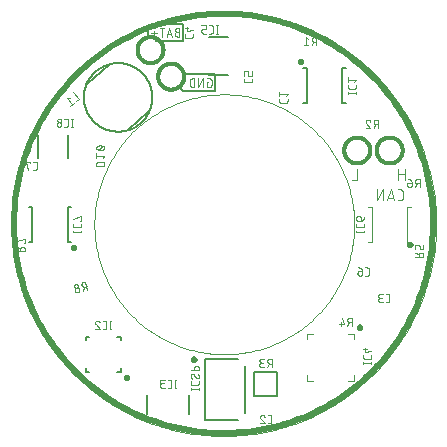
<source format=gbr>
G04 EAGLE Gerber RS-274X export*
G75*
%MOMM*%
%FSLAX35Y35*%
%LPD*%
%INsilk_bottom*%
%IPPOS*%
%AMOC8*
5,1,8,0,0,1.08239X$1,22.5*%
G01*
%ADD10C,0.010000*%
%ADD11C,0.050000*%
%ADD12C,0.050800*%
%ADD13C,0.152400*%
%ADD14C,0.076200*%
%ADD15C,0.500000*%
%ADD16C,0.101600*%
%ADD17C,0.300000*%
%ADD18C,0.127000*%


D10*
X1793375Y-42625D02*
X1793375Y57375D01*
D11*
X-1806625Y7375D02*
X-1806083Y51549D01*
X-1804457Y95697D01*
X-1801748Y139791D01*
X-1797958Y183806D01*
X-1793088Y227714D01*
X-1787143Y271490D01*
X-1780125Y315106D01*
X-1772039Y358538D01*
X-1762889Y401757D01*
X-1752681Y444739D01*
X-1741422Y487458D01*
X-1729118Y529887D01*
X-1715776Y572002D01*
X-1701404Y613777D01*
X-1686012Y655186D01*
X-1669608Y696205D01*
X-1652203Y736809D01*
X-1633806Y776974D01*
X-1614429Y816675D01*
X-1594083Y855889D01*
X-1572782Y894592D01*
X-1550536Y932760D01*
X-1527361Y970371D01*
X-1503270Y1007401D01*
X-1478278Y1043830D01*
X-1452399Y1079634D01*
X-1425649Y1114792D01*
X-1398044Y1149283D01*
X-1369601Y1183086D01*
X-1340337Y1216181D01*
X-1310270Y1248548D01*
X-1279417Y1280167D01*
X-1247798Y1311020D01*
X-1215431Y1341087D01*
X-1182336Y1370351D01*
X-1148533Y1398794D01*
X-1114042Y1426399D01*
X-1078884Y1453149D01*
X-1043080Y1479028D01*
X-1006651Y1504020D01*
X-969621Y1528111D01*
X-932010Y1551286D01*
X-893842Y1573532D01*
X-855139Y1594833D01*
X-815925Y1615179D01*
X-776224Y1634556D01*
X-736059Y1652953D01*
X-695455Y1670358D01*
X-654436Y1686762D01*
X-613027Y1702154D01*
X-571252Y1716526D01*
X-529137Y1729868D01*
X-486708Y1742172D01*
X-443989Y1753431D01*
X-401007Y1763639D01*
X-357788Y1772789D01*
X-314356Y1780875D01*
X-270740Y1787893D01*
X-226964Y1793838D01*
X-183056Y1798708D01*
X-139041Y1802498D01*
X-94947Y1805207D01*
X-50799Y1806833D01*
X-6625Y1807375D01*
X37549Y1806833D01*
X81697Y1805207D01*
X125791Y1802498D01*
X169806Y1798708D01*
X213714Y1793838D01*
X257490Y1787893D01*
X301106Y1780875D01*
X344538Y1772789D01*
X387757Y1763639D01*
X430739Y1753431D01*
X473458Y1742172D01*
X515887Y1729868D01*
X558002Y1716526D01*
X599777Y1702154D01*
X641186Y1686762D01*
X682205Y1670358D01*
X722809Y1652953D01*
X762974Y1634556D01*
X802675Y1615179D01*
X841889Y1594833D01*
X880592Y1573532D01*
X918760Y1551286D01*
X956371Y1528111D01*
X993401Y1504020D01*
X1029830Y1479028D01*
X1065634Y1453149D01*
X1100792Y1426399D01*
X1135283Y1398794D01*
X1169086Y1370351D01*
X1202181Y1341087D01*
X1234548Y1311020D01*
X1266167Y1280167D01*
X1297020Y1248548D01*
X1327087Y1216181D01*
X1356351Y1183086D01*
X1384794Y1149283D01*
X1412399Y1114792D01*
X1439149Y1079634D01*
X1465028Y1043830D01*
X1490020Y1007401D01*
X1514111Y970371D01*
X1537286Y932760D01*
X1559532Y894592D01*
X1580833Y855889D01*
X1601179Y816675D01*
X1620556Y776974D01*
X1638953Y736809D01*
X1656358Y696205D01*
X1672762Y655186D01*
X1688154Y613777D01*
X1702526Y572002D01*
X1715868Y529887D01*
X1728172Y487458D01*
X1739431Y444739D01*
X1749639Y401757D01*
X1758789Y358538D01*
X1766875Y315106D01*
X1773893Y271490D01*
X1779838Y227714D01*
X1784708Y183806D01*
X1788498Y139791D01*
X1791207Y95697D01*
X1792833Y51549D01*
X1793375Y7375D01*
X1792833Y-36799D01*
X1791207Y-80947D01*
X1788498Y-125041D01*
X1784708Y-169056D01*
X1779838Y-212964D01*
X1773893Y-256740D01*
X1766875Y-300356D01*
X1758789Y-343788D01*
X1749639Y-387007D01*
X1739431Y-429989D01*
X1728172Y-472708D01*
X1715868Y-515137D01*
X1702526Y-557252D01*
X1688154Y-599027D01*
X1672762Y-640436D01*
X1656358Y-681455D01*
X1638953Y-722059D01*
X1620556Y-762224D01*
X1601179Y-801925D01*
X1580833Y-841139D01*
X1559532Y-879842D01*
X1537286Y-918010D01*
X1514111Y-955621D01*
X1490020Y-992651D01*
X1465028Y-1029080D01*
X1439149Y-1064884D01*
X1412399Y-1100042D01*
X1384794Y-1134533D01*
X1356351Y-1168336D01*
X1327087Y-1201431D01*
X1297020Y-1233798D01*
X1266167Y-1265417D01*
X1234548Y-1296270D01*
X1202181Y-1326337D01*
X1169086Y-1355601D01*
X1135283Y-1384044D01*
X1100792Y-1411649D01*
X1065634Y-1438399D01*
X1029830Y-1464278D01*
X993401Y-1489270D01*
X956371Y-1513361D01*
X918760Y-1536536D01*
X880592Y-1558782D01*
X841889Y-1580083D01*
X802675Y-1600429D01*
X762974Y-1619806D01*
X722809Y-1638203D01*
X682205Y-1655608D01*
X641186Y-1672012D01*
X599777Y-1687404D01*
X558002Y-1701776D01*
X515887Y-1715118D01*
X473458Y-1727422D01*
X430739Y-1738681D01*
X387757Y-1748889D01*
X344538Y-1758039D01*
X301106Y-1766125D01*
X257490Y-1773143D01*
X213714Y-1779088D01*
X169806Y-1783958D01*
X125791Y-1787748D01*
X81697Y-1790457D01*
X37549Y-1792083D01*
X-6625Y-1792625D01*
X-50799Y-1792083D01*
X-94947Y-1790457D01*
X-139041Y-1787748D01*
X-183056Y-1783958D01*
X-226964Y-1779088D01*
X-270740Y-1773143D01*
X-314356Y-1766125D01*
X-357788Y-1758039D01*
X-401007Y-1748889D01*
X-443989Y-1738681D01*
X-486708Y-1727422D01*
X-529137Y-1715118D01*
X-571252Y-1701776D01*
X-613027Y-1687404D01*
X-654436Y-1672012D01*
X-695455Y-1655608D01*
X-736059Y-1638203D01*
X-776224Y-1619806D01*
X-815925Y-1600429D01*
X-855139Y-1580083D01*
X-893842Y-1558782D01*
X-932010Y-1536536D01*
X-969621Y-1513361D01*
X-1006651Y-1489270D01*
X-1043080Y-1464278D01*
X-1078884Y-1438399D01*
X-1114042Y-1411649D01*
X-1148533Y-1384044D01*
X-1182336Y-1355601D01*
X-1215431Y-1326337D01*
X-1247798Y-1296270D01*
X-1279417Y-1265417D01*
X-1310270Y-1233798D01*
X-1340337Y-1201431D01*
X-1369601Y-1168336D01*
X-1398044Y-1134533D01*
X-1425649Y-1100042D01*
X-1452399Y-1064884D01*
X-1478278Y-1029080D01*
X-1503270Y-992651D01*
X-1527361Y-955621D01*
X-1550536Y-918010D01*
X-1572782Y-879842D01*
X-1594083Y-841139D01*
X-1614429Y-801925D01*
X-1633806Y-762224D01*
X-1652203Y-722059D01*
X-1669608Y-681455D01*
X-1686012Y-640436D01*
X-1701404Y-599027D01*
X-1715776Y-557252D01*
X-1729118Y-515137D01*
X-1741422Y-472708D01*
X-1752681Y-429989D01*
X-1762889Y-387007D01*
X-1772039Y-343788D01*
X-1780125Y-300356D01*
X-1787143Y-256740D01*
X-1793088Y-212964D01*
X-1797958Y-169056D01*
X-1801748Y-125041D01*
X-1804457Y-80947D01*
X-1806083Y-36799D01*
X-1806625Y7375D01*
X-1100000Y0D02*
X-1099669Y26995D01*
X-1098675Y53974D01*
X-1097020Y80921D01*
X-1094703Y107819D01*
X-1091727Y134652D01*
X-1088094Y161404D01*
X-1083805Y188058D01*
X-1078864Y214599D01*
X-1073272Y241011D01*
X-1067034Y267278D01*
X-1060154Y293384D01*
X-1052634Y319313D01*
X-1044481Y345050D01*
X-1035698Y370579D01*
X-1026292Y395885D01*
X-1016267Y420952D01*
X-1005631Y445765D01*
X-994388Y470311D01*
X-982547Y494572D01*
X-970113Y518536D01*
X-957096Y542188D01*
X-943501Y565513D01*
X-929339Y588497D01*
X-914617Y611127D01*
X-899343Y633389D01*
X-883528Y655269D01*
X-867181Y676755D01*
X-850311Y697833D01*
X-832930Y718490D01*
X-815046Y738715D01*
X-796672Y758495D01*
X-777817Y777817D01*
X-758495Y796672D01*
X-738715Y815046D01*
X-718490Y832930D01*
X-697833Y850311D01*
X-676755Y867181D01*
X-655269Y883528D01*
X-633389Y899343D01*
X-611127Y914617D01*
X-588497Y929339D01*
X-565513Y943501D01*
X-542188Y957096D01*
X-518536Y970113D01*
X-494572Y982547D01*
X-470311Y994388D01*
X-445765Y1005631D01*
X-420952Y1016267D01*
X-395885Y1026292D01*
X-370579Y1035698D01*
X-345050Y1044481D01*
X-319313Y1052634D01*
X-293384Y1060154D01*
X-267278Y1067034D01*
X-241011Y1073272D01*
X-214599Y1078864D01*
X-188058Y1083805D01*
X-161404Y1088094D01*
X-134652Y1091727D01*
X-107819Y1094703D01*
X-80921Y1097020D01*
X-53974Y1098675D01*
X-26995Y1099669D01*
X0Y1100000D01*
X26995Y1099669D01*
X53974Y1098675D01*
X80921Y1097020D01*
X107819Y1094703D01*
X134652Y1091727D01*
X161404Y1088094D01*
X188058Y1083805D01*
X214599Y1078864D01*
X241011Y1073272D01*
X267278Y1067034D01*
X293384Y1060154D01*
X319313Y1052634D01*
X345050Y1044481D01*
X370579Y1035698D01*
X395885Y1026292D01*
X420952Y1016267D01*
X445765Y1005631D01*
X470311Y994388D01*
X494572Y982547D01*
X518536Y970113D01*
X542188Y957096D01*
X565513Y943501D01*
X588497Y929339D01*
X611127Y914617D01*
X633389Y899343D01*
X655269Y883528D01*
X676755Y867181D01*
X697833Y850311D01*
X718490Y832930D01*
X738715Y815046D01*
X758495Y796672D01*
X777817Y777817D01*
X796672Y758495D01*
X815046Y738715D01*
X832930Y718490D01*
X850311Y697833D01*
X867181Y676755D01*
X883528Y655269D01*
X899343Y633389D01*
X914617Y611127D01*
X929339Y588497D01*
X943501Y565513D01*
X957096Y542188D01*
X970113Y518536D01*
X982547Y494572D01*
X994388Y470311D01*
X1005631Y445765D01*
X1016267Y420952D01*
X1026292Y395885D01*
X1035698Y370579D01*
X1044481Y345050D01*
X1052634Y319313D01*
X1060154Y293384D01*
X1067034Y267278D01*
X1073272Y241011D01*
X1078864Y214599D01*
X1083805Y188058D01*
X1088094Y161404D01*
X1091727Y134652D01*
X1094703Y107819D01*
X1097020Y80921D01*
X1098675Y53974D01*
X1099669Y26995D01*
X1100000Y0D01*
X1099669Y-26995D01*
X1098675Y-53974D01*
X1097020Y-80921D01*
X1094703Y-107819D01*
X1091727Y-134652D01*
X1088094Y-161404D01*
X1083805Y-188058D01*
X1078864Y-214599D01*
X1073272Y-241011D01*
X1067034Y-267278D01*
X1060154Y-293384D01*
X1052634Y-319313D01*
X1044481Y-345050D01*
X1035698Y-370579D01*
X1026292Y-395885D01*
X1016267Y-420952D01*
X1005631Y-445765D01*
X994388Y-470311D01*
X982547Y-494572D01*
X970113Y-518536D01*
X957096Y-542188D01*
X943501Y-565513D01*
X929339Y-588497D01*
X914617Y-611127D01*
X899343Y-633389D01*
X883528Y-655269D01*
X867181Y-676755D01*
X850311Y-697833D01*
X832930Y-718490D01*
X815046Y-738715D01*
X796672Y-758495D01*
X777817Y-777817D01*
X758495Y-796672D01*
X738715Y-815046D01*
X718490Y-832930D01*
X697833Y-850311D01*
X676755Y-867181D01*
X655269Y-883528D01*
X633389Y-899343D01*
X611127Y-914617D01*
X588497Y-929339D01*
X565513Y-943501D01*
X542188Y-957096D01*
X518536Y-970113D01*
X494572Y-982547D01*
X470311Y-994388D01*
X445765Y-1005631D01*
X420952Y-1016267D01*
X395885Y-1026292D01*
X370579Y-1035698D01*
X345050Y-1044481D01*
X319313Y-1052634D01*
X293384Y-1060154D01*
X267278Y-1067034D01*
X241011Y-1073272D01*
X214599Y-1078864D01*
X188058Y-1083805D01*
X161404Y-1088094D01*
X134652Y-1091727D01*
X107819Y-1094703D01*
X80921Y-1097020D01*
X53974Y-1098675D01*
X26995Y-1099669D01*
X0Y-1100000D01*
X-26995Y-1099669D01*
X-53974Y-1098675D01*
X-80921Y-1097020D01*
X-107819Y-1094703D01*
X-134652Y-1091727D01*
X-161404Y-1088094D01*
X-188058Y-1083805D01*
X-214599Y-1078864D01*
X-241011Y-1073272D01*
X-267278Y-1067034D01*
X-293384Y-1060154D01*
X-319313Y-1052634D01*
X-345050Y-1044481D01*
X-370579Y-1035698D01*
X-395885Y-1026292D01*
X-420952Y-1016267D01*
X-445765Y-1005631D01*
X-470311Y-994388D01*
X-494572Y-982547D01*
X-518536Y-970113D01*
X-542188Y-957096D01*
X-565513Y-943501D01*
X-588497Y-929339D01*
X-611127Y-914617D01*
X-633389Y-899343D01*
X-655269Y-883528D01*
X-676755Y-867181D01*
X-697833Y-850311D01*
X-718490Y-832930D01*
X-738715Y-815046D01*
X-758495Y-796672D01*
X-777817Y-777817D01*
X-796672Y-758495D01*
X-815046Y-738715D01*
X-832930Y-718490D01*
X-850311Y-697833D01*
X-867181Y-676755D01*
X-883528Y-655269D01*
X-899343Y-633389D01*
X-914617Y-611127D01*
X-929339Y-588497D01*
X-943501Y-565513D01*
X-957096Y-542188D01*
X-970113Y-518536D01*
X-982547Y-494572D01*
X-994388Y-470311D01*
X-1005631Y-445765D01*
X-1016267Y-420952D01*
X-1026292Y-395885D01*
X-1035698Y-370579D01*
X-1044481Y-345050D01*
X-1052634Y-319313D01*
X-1060154Y-293384D01*
X-1067034Y-267278D01*
X-1073272Y-241011D01*
X-1078864Y-214599D01*
X-1083805Y-188058D01*
X-1088094Y-161404D01*
X-1091727Y-134652D01*
X-1094703Y-107819D01*
X-1097020Y-80921D01*
X-1098675Y-53974D01*
X-1099669Y-26995D01*
X-1100000Y0D01*
D12*
X-400645Y1628884D02*
X-381223Y1628884D01*
X-400645Y1628884D02*
X-401118Y1628878D01*
X-401591Y1628861D01*
X-402063Y1628832D01*
X-402534Y1628792D01*
X-403004Y1628740D01*
X-403473Y1628677D01*
X-403940Y1628602D01*
X-404405Y1628517D01*
X-404868Y1628419D01*
X-405328Y1628311D01*
X-405786Y1628191D01*
X-406240Y1628061D01*
X-406692Y1627919D01*
X-407139Y1627766D01*
X-407583Y1627602D01*
X-408023Y1627428D01*
X-408458Y1627243D01*
X-408889Y1627048D01*
X-409315Y1626842D01*
X-409735Y1626625D01*
X-410150Y1626399D01*
X-410560Y1626162D01*
X-410964Y1625916D01*
X-411361Y1625660D01*
X-411753Y1625394D01*
X-412137Y1625119D01*
X-412515Y1624834D01*
X-412886Y1624541D01*
X-413250Y1624238D01*
X-413606Y1623927D01*
X-413954Y1623607D01*
X-414295Y1623279D01*
X-414627Y1622942D01*
X-414951Y1622598D01*
X-415267Y1622246D01*
X-415574Y1621886D01*
X-415872Y1621519D01*
X-416161Y1621144D01*
X-416441Y1620763D01*
X-416711Y1620375D01*
X-416972Y1619980D01*
X-417223Y1619580D01*
X-417465Y1619173D01*
X-417696Y1618761D01*
X-417918Y1618343D01*
X-418129Y1617919D01*
X-418330Y1617491D01*
X-418520Y1617058D01*
X-418700Y1616621D01*
X-418869Y1616179D01*
X-419027Y1615733D01*
X-419174Y1615284D01*
X-419310Y1614831D01*
X-419435Y1614374D01*
X-419550Y1613915D01*
X-419652Y1613454D01*
X-419744Y1612990D01*
X-419824Y1612524D01*
X-419893Y1612056D01*
X-419950Y1611586D01*
X-419996Y1611115D01*
X-420031Y1610644D01*
X-420054Y1610171D01*
X-420066Y1609698D01*
X-420066Y1609226D01*
X-420054Y1608753D01*
X-420031Y1608280D01*
X-419996Y1607809D01*
X-419950Y1607338D01*
X-419893Y1606868D01*
X-419824Y1606400D01*
X-419744Y1605934D01*
X-419652Y1605470D01*
X-419550Y1605009D01*
X-419435Y1604550D01*
X-419310Y1604093D01*
X-419174Y1603640D01*
X-419027Y1603191D01*
X-418869Y1602745D01*
X-418700Y1602303D01*
X-418520Y1601866D01*
X-418330Y1601433D01*
X-418129Y1601005D01*
X-417918Y1600581D01*
X-417696Y1600163D01*
X-417465Y1599751D01*
X-417223Y1599344D01*
X-416972Y1598944D01*
X-416711Y1598549D01*
X-416441Y1598161D01*
X-416161Y1597780D01*
X-415872Y1597405D01*
X-415574Y1597038D01*
X-415267Y1596678D01*
X-414951Y1596326D01*
X-414627Y1595982D01*
X-414295Y1595645D01*
X-413954Y1595317D01*
X-413606Y1594997D01*
X-413250Y1594686D01*
X-412886Y1594383D01*
X-412515Y1594090D01*
X-412137Y1593805D01*
X-411753Y1593530D01*
X-411361Y1593264D01*
X-410964Y1593008D01*
X-410560Y1592762D01*
X-410150Y1592525D01*
X-409735Y1592299D01*
X-409315Y1592082D01*
X-408889Y1591876D01*
X-408458Y1591681D01*
X-408023Y1591496D01*
X-407583Y1591322D01*
X-407139Y1591158D01*
X-406692Y1591005D01*
X-406240Y1590863D01*
X-405786Y1590733D01*
X-405328Y1590613D01*
X-404868Y1590505D01*
X-404405Y1590407D01*
X-403940Y1590322D01*
X-403473Y1590247D01*
X-403004Y1590184D01*
X-402534Y1590132D01*
X-402063Y1590092D01*
X-401591Y1590063D01*
X-401118Y1590046D01*
X-400645Y1590040D01*
X-381223Y1590040D01*
X-381223Y1659960D01*
X-400645Y1659960D01*
X-401023Y1659955D01*
X-401402Y1659942D01*
X-401779Y1659919D01*
X-402156Y1659886D01*
X-402532Y1659845D01*
X-402907Y1659794D01*
X-403281Y1659735D01*
X-403653Y1659666D01*
X-404023Y1659588D01*
X-404392Y1659502D01*
X-404758Y1659406D01*
X-405121Y1659301D01*
X-405482Y1659188D01*
X-405841Y1659066D01*
X-406196Y1658935D01*
X-406547Y1658795D01*
X-406896Y1658647D01*
X-407240Y1658491D01*
X-407581Y1658326D01*
X-407917Y1658153D01*
X-408250Y1657972D01*
X-408577Y1657783D01*
X-408900Y1657586D01*
X-409218Y1657381D01*
X-409531Y1657168D01*
X-409839Y1656948D01*
X-410141Y1656720D01*
X-410438Y1656485D01*
X-410729Y1656243D01*
X-411014Y1655994D01*
X-411293Y1655738D01*
X-411565Y1655476D01*
X-411831Y1655207D01*
X-412090Y1654931D01*
X-412343Y1654649D01*
X-412588Y1654361D01*
X-412827Y1654067D01*
X-413058Y1653768D01*
X-413282Y1653463D01*
X-413498Y1653153D01*
X-413707Y1652837D01*
X-413908Y1652516D01*
X-414101Y1652191D01*
X-414286Y1651861D01*
X-414464Y1651527D01*
X-414633Y1651188D01*
X-414793Y1650845D01*
X-414945Y1650499D01*
X-415089Y1650149D01*
X-415224Y1649796D01*
X-415351Y1649439D01*
X-415469Y1649079D01*
X-415578Y1648717D01*
X-415678Y1648352D01*
X-415769Y1647985D01*
X-415851Y1647616D01*
X-415925Y1647244D01*
X-415989Y1646871D01*
X-416044Y1646497D01*
X-416090Y1646121D01*
X-416127Y1645745D01*
X-416154Y1645367D01*
X-416173Y1644989D01*
X-416182Y1644611D01*
X-416182Y1644233D01*
X-416173Y1643855D01*
X-416154Y1643477D01*
X-416127Y1643099D01*
X-416090Y1642723D01*
X-416044Y1642347D01*
X-415989Y1641973D01*
X-415925Y1641600D01*
X-415851Y1641228D01*
X-415769Y1640859D01*
X-415678Y1640492D01*
X-415578Y1640127D01*
X-415469Y1639765D01*
X-415351Y1639405D01*
X-415224Y1639048D01*
X-415089Y1638695D01*
X-414945Y1638345D01*
X-414793Y1637999D01*
X-414633Y1637656D01*
X-414464Y1637317D01*
X-414286Y1636983D01*
X-414101Y1636653D01*
X-413908Y1636328D01*
X-413707Y1636007D01*
X-413498Y1635691D01*
X-413282Y1635381D01*
X-413058Y1635076D01*
X-412827Y1634777D01*
X-412588Y1634483D01*
X-412343Y1634195D01*
X-412090Y1633913D01*
X-411831Y1633637D01*
X-411565Y1633368D01*
X-411293Y1633106D01*
X-411014Y1632850D01*
X-410729Y1632601D01*
X-410438Y1632359D01*
X-410141Y1632124D01*
X-409839Y1631896D01*
X-409531Y1631676D01*
X-409218Y1631463D01*
X-408900Y1631258D01*
X-408577Y1631061D01*
X-408250Y1630872D01*
X-407917Y1630691D01*
X-407581Y1630518D01*
X-407240Y1630353D01*
X-406896Y1630197D01*
X-406547Y1630049D01*
X-406196Y1629909D01*
X-405841Y1629778D01*
X-405482Y1629656D01*
X-405121Y1629543D01*
X-404758Y1629438D01*
X-404392Y1629342D01*
X-404023Y1629256D01*
X-403653Y1629178D01*
X-403281Y1629109D01*
X-402907Y1629050D01*
X-402532Y1628999D01*
X-402156Y1628958D01*
X-401779Y1628925D01*
X-401402Y1628902D01*
X-401023Y1628889D01*
X-400645Y1628884D01*
X-441665Y1590040D02*
X-464971Y1659960D01*
X-488278Y1590040D01*
X-482451Y1607520D02*
X-447491Y1607520D01*
X-527971Y1590040D02*
X-527971Y1659960D01*
X-508549Y1659960D02*
X-547393Y1659960D01*
X-572165Y1617231D02*
X-618778Y1617231D01*
X-595471Y1593924D02*
X-595471Y1640538D01*
X-147422Y1203884D02*
X-135769Y1203884D01*
X-147422Y1203884D02*
X-147422Y1165040D01*
X-124115Y1165040D01*
X-123740Y1165045D01*
X-123364Y1165058D01*
X-122990Y1165081D01*
X-122615Y1165113D01*
X-122242Y1165153D01*
X-121870Y1165203D01*
X-121499Y1165262D01*
X-121130Y1165329D01*
X-120762Y1165406D01*
X-120397Y1165492D01*
X-120033Y1165586D01*
X-119672Y1165689D01*
X-119313Y1165800D01*
X-118958Y1165921D01*
X-118605Y1166050D01*
X-118256Y1166187D01*
X-117910Y1166333D01*
X-117567Y1166487D01*
X-117229Y1166649D01*
X-116894Y1166820D01*
X-116564Y1166998D01*
X-116238Y1167185D01*
X-115917Y1167379D01*
X-115600Y1167581D01*
X-115288Y1167790D01*
X-114982Y1168007D01*
X-114681Y1168232D01*
X-114385Y1168463D01*
X-114095Y1168702D01*
X-113811Y1168948D01*
X-113533Y1169200D01*
X-113262Y1169459D01*
X-112996Y1169725D01*
X-112737Y1169996D01*
X-112485Y1170274D01*
X-112239Y1170558D01*
X-112000Y1170848D01*
X-111769Y1171144D01*
X-111544Y1171445D01*
X-111327Y1171751D01*
X-111118Y1172063D01*
X-110916Y1172380D01*
X-110722Y1172701D01*
X-110535Y1173027D01*
X-110357Y1173357D01*
X-110186Y1173692D01*
X-110024Y1174030D01*
X-109870Y1174373D01*
X-109724Y1174719D01*
X-109587Y1175068D01*
X-109458Y1175421D01*
X-109337Y1175776D01*
X-109226Y1176135D01*
X-109123Y1176496D01*
X-109029Y1176860D01*
X-108943Y1177225D01*
X-108866Y1177593D01*
X-108799Y1177962D01*
X-108740Y1178333D01*
X-108690Y1178705D01*
X-108650Y1179078D01*
X-108618Y1179453D01*
X-108595Y1179827D01*
X-108582Y1180203D01*
X-108577Y1180578D01*
X-108578Y1180578D02*
X-108578Y1219422D01*
X-108583Y1219803D01*
X-108597Y1220184D01*
X-108620Y1220565D01*
X-108653Y1220945D01*
X-108695Y1221324D01*
X-108746Y1221702D01*
X-108807Y1222078D01*
X-108877Y1222453D01*
X-108956Y1222826D01*
X-109044Y1223197D01*
X-109141Y1223566D01*
X-109247Y1223932D01*
X-109362Y1224296D01*
X-109486Y1224657D01*
X-109619Y1225014D01*
X-109761Y1225368D01*
X-109911Y1225719D01*
X-110070Y1226065D01*
X-110237Y1226408D01*
X-110413Y1226746D01*
X-110597Y1227081D01*
X-110789Y1227410D01*
X-110989Y1227735D01*
X-111197Y1228054D01*
X-111412Y1228369D01*
X-111636Y1228678D01*
X-111867Y1228981D01*
X-112105Y1229279D01*
X-112350Y1229571D01*
X-112603Y1229857D01*
X-112863Y1230136D01*
X-113129Y1230409D01*
X-113402Y1230675D01*
X-113681Y1230935D01*
X-113967Y1231187D01*
X-114259Y1231433D01*
X-114556Y1231671D01*
X-114860Y1231902D01*
X-115169Y1232126D01*
X-115483Y1232341D01*
X-115803Y1232549D01*
X-116128Y1232749D01*
X-116457Y1232941D01*
X-116791Y1233125D01*
X-117130Y1233301D01*
X-117472Y1233468D01*
X-117819Y1233627D01*
X-118170Y1233777D01*
X-118524Y1233919D01*
X-118881Y1234052D01*
X-119242Y1234176D01*
X-119605Y1234291D01*
X-119972Y1234397D01*
X-120340Y1234494D01*
X-120711Y1234582D01*
X-121084Y1234661D01*
X-121459Y1234731D01*
X-121836Y1234792D01*
X-122214Y1234843D01*
X-122593Y1234885D01*
X-122973Y1234918D01*
X-123353Y1234941D01*
X-123734Y1234955D01*
X-124116Y1234960D01*
X-124115Y1234960D02*
X-147422Y1234960D01*
X-180578Y1234960D02*
X-180578Y1165040D01*
X-219422Y1165040D02*
X-180578Y1234960D01*
X-219422Y1234960D02*
X-219422Y1165040D01*
X-252578Y1165040D02*
X-252578Y1234960D01*
X-272000Y1234960D01*
X-272469Y1234954D01*
X-272938Y1234937D01*
X-273407Y1234909D01*
X-273875Y1234869D01*
X-274341Y1234818D01*
X-274806Y1234756D01*
X-275270Y1234683D01*
X-275732Y1234598D01*
X-276191Y1234502D01*
X-276648Y1234396D01*
X-277102Y1234278D01*
X-277554Y1234149D01*
X-278002Y1234009D01*
X-278446Y1233859D01*
X-278887Y1233698D01*
X-279324Y1233526D01*
X-279757Y1233344D01*
X-280185Y1233151D01*
X-280608Y1232948D01*
X-281026Y1232735D01*
X-281439Y1232512D01*
X-281846Y1232279D01*
X-282248Y1232036D01*
X-282644Y1231784D01*
X-283033Y1231522D01*
X-283416Y1231251D01*
X-283792Y1230970D01*
X-284162Y1230681D01*
X-284524Y1230382D01*
X-284879Y1230075D01*
X-285227Y1229760D01*
X-285567Y1229436D01*
X-285898Y1229104D01*
X-286222Y1228765D01*
X-286538Y1228417D01*
X-286845Y1228062D01*
X-287143Y1227700D01*
X-287432Y1227330D01*
X-287713Y1226954D01*
X-287984Y1226571D01*
X-288246Y1226181D01*
X-288498Y1225786D01*
X-288741Y1225384D01*
X-288974Y1224977D01*
X-289197Y1224564D01*
X-289411Y1224145D01*
X-289613Y1223722D01*
X-289806Y1223294D01*
X-289988Y1222862D01*
X-290160Y1222425D01*
X-290321Y1221984D01*
X-290471Y1221539D01*
X-290611Y1221091D01*
X-290740Y1220640D01*
X-290858Y1220186D01*
X-290964Y1219729D01*
X-291060Y1219269D01*
X-291145Y1218808D01*
X-291218Y1218344D01*
X-291280Y1217879D01*
X-291331Y1217412D01*
X-291371Y1216945D01*
X-291399Y1216476D01*
X-291416Y1216007D01*
X-291422Y1215538D01*
X-291422Y1184462D01*
X-291423Y1184462D02*
X-291417Y1183985D01*
X-291400Y1183509D01*
X-291370Y1183033D01*
X-291329Y1182558D01*
X-291277Y1182084D01*
X-291213Y1181612D01*
X-291137Y1181141D01*
X-291050Y1180673D01*
X-290951Y1180206D01*
X-290841Y1179743D01*
X-290719Y1179282D01*
X-290587Y1178824D01*
X-290443Y1178369D01*
X-290288Y1177919D01*
X-290122Y1177472D01*
X-289945Y1177029D01*
X-289757Y1176591D01*
X-289558Y1176158D01*
X-289349Y1175729D01*
X-289130Y1175306D01*
X-288900Y1174889D01*
X-288660Y1174477D01*
X-288410Y1174071D01*
X-288150Y1173671D01*
X-287880Y1173278D01*
X-287601Y1172892D01*
X-287312Y1172512D01*
X-287014Y1172140D01*
X-286707Y1171776D01*
X-286392Y1171418D01*
X-286067Y1171069D01*
X-285734Y1170728D01*
X-285393Y1170395D01*
X-285044Y1170071D01*
X-284687Y1169755D01*
X-284322Y1169448D01*
X-283950Y1169150D01*
X-283570Y1168861D01*
X-283184Y1168582D01*
X-282791Y1168312D01*
X-282391Y1168053D01*
X-281986Y1167802D01*
X-281574Y1167562D01*
X-281156Y1167333D01*
X-280733Y1167113D01*
X-280305Y1166904D01*
X-279871Y1166705D01*
X-279433Y1166518D01*
X-278990Y1166341D01*
X-278544Y1166174D01*
X-278093Y1166019D01*
X-277638Y1165875D01*
X-277181Y1165743D01*
X-276720Y1165621D01*
X-276256Y1165511D01*
X-275790Y1165412D01*
X-275321Y1165325D01*
X-274850Y1165249D01*
X-274378Y1165185D01*
X-273904Y1165133D01*
X-273429Y1165092D01*
X-272953Y1165062D01*
X-272477Y1165045D01*
X-272000Y1165039D01*
X-272000Y1165040D02*
X-252578Y1165040D01*
D13*
X-350000Y1700000D02*
X-600000Y1700000D01*
X-650000Y1650000D01*
X-650000Y1575000D01*
X-350000Y1550000D02*
X-350000Y1700000D01*
X-350000Y1550000D02*
X-575000Y1550000D01*
D14*
X1120529Y471190D02*
X1120529Y378810D01*
X1079471Y378810D01*
X1525661Y378810D02*
X1525661Y471190D01*
X1525661Y430132D02*
X1474339Y430132D01*
X1474339Y471190D02*
X1474339Y378810D01*
X1468731Y203810D02*
X1489259Y203810D01*
X1489755Y203816D01*
X1490251Y203834D01*
X1490746Y203864D01*
X1491240Y203906D01*
X1491733Y203960D01*
X1492225Y204025D01*
X1492715Y204103D01*
X1493203Y204192D01*
X1493689Y204294D01*
X1494172Y204407D01*
X1494652Y204531D01*
X1495129Y204667D01*
X1495603Y204815D01*
X1496073Y204974D01*
X1496539Y205144D01*
X1497000Y205326D01*
X1497458Y205518D01*
X1497910Y205722D01*
X1498357Y205936D01*
X1498799Y206161D01*
X1499236Y206397D01*
X1499666Y206644D01*
X1500091Y206900D01*
X1500509Y207167D01*
X1500921Y207444D01*
X1501326Y207731D01*
X1501723Y208027D01*
X1502114Y208333D01*
X1502497Y208648D01*
X1502872Y208973D01*
X1503240Y209306D01*
X1503599Y209648D01*
X1503950Y209999D01*
X1504292Y210358D01*
X1504625Y210726D01*
X1504950Y211101D01*
X1505265Y211484D01*
X1505571Y211875D01*
X1505867Y212272D01*
X1506154Y212677D01*
X1506431Y213089D01*
X1506698Y213507D01*
X1506954Y213932D01*
X1507201Y214362D01*
X1507437Y214799D01*
X1507662Y215241D01*
X1507876Y215688D01*
X1508080Y216140D01*
X1508272Y216598D01*
X1508454Y217059D01*
X1508624Y217525D01*
X1508783Y217995D01*
X1508931Y218469D01*
X1509067Y218946D01*
X1509191Y219426D01*
X1509304Y219909D01*
X1509406Y220395D01*
X1509495Y220883D01*
X1509573Y221373D01*
X1509638Y221865D01*
X1509692Y222358D01*
X1509734Y222852D01*
X1509764Y223347D01*
X1509782Y223843D01*
X1509788Y224339D01*
X1509788Y275661D01*
X1509782Y276157D01*
X1509764Y276653D01*
X1509734Y277148D01*
X1509692Y277642D01*
X1509638Y278135D01*
X1509573Y278627D01*
X1509495Y279117D01*
X1509406Y279605D01*
X1509304Y280091D01*
X1509191Y280574D01*
X1509067Y281054D01*
X1508931Y281531D01*
X1508783Y282005D01*
X1508624Y282475D01*
X1508454Y282941D01*
X1508272Y283402D01*
X1508080Y283860D01*
X1507876Y284312D01*
X1507662Y284759D01*
X1507437Y285201D01*
X1507201Y285638D01*
X1506954Y286068D01*
X1506698Y286493D01*
X1506431Y286911D01*
X1506154Y287323D01*
X1505867Y287728D01*
X1505571Y288125D01*
X1505265Y288516D01*
X1504950Y288899D01*
X1504625Y289274D01*
X1504292Y289642D01*
X1503950Y290001D01*
X1503599Y290352D01*
X1503240Y290694D01*
X1502872Y291027D01*
X1502497Y291352D01*
X1502114Y291667D01*
X1501723Y291973D01*
X1501326Y292269D01*
X1500921Y292556D01*
X1500509Y292833D01*
X1500091Y293100D01*
X1499666Y293356D01*
X1499236Y293603D01*
X1498799Y293839D01*
X1498357Y294064D01*
X1497910Y294278D01*
X1497458Y294482D01*
X1497000Y294674D01*
X1496539Y294856D01*
X1496073Y295026D01*
X1495603Y295185D01*
X1495129Y295333D01*
X1494652Y295469D01*
X1494172Y295593D01*
X1493689Y295706D01*
X1493203Y295808D01*
X1492715Y295897D01*
X1492225Y295975D01*
X1491733Y296040D01*
X1491240Y296094D01*
X1490746Y296136D01*
X1490251Y296166D01*
X1489755Y296184D01*
X1489259Y296190D01*
X1468731Y296190D01*
X1408873Y296190D02*
X1439666Y203810D01*
X1378079Y203810D02*
X1408873Y296190D01*
X1385778Y226905D02*
X1431968Y226905D01*
X1341534Y203810D02*
X1341534Y296190D01*
X1290212Y203810D01*
X1290212Y296190D01*
D13*
X-75000Y1125000D02*
X-75000Y1275000D01*
X-75000Y1125000D02*
X-350000Y1125000D01*
X-375000Y1150000D01*
X-325000Y1275000D02*
X-75000Y1275000D01*
D15*
X0Y1783000D02*
X42888Y1782288D01*
X85747Y1780541D01*
X128551Y1777758D01*
X171275Y1773942D01*
X213894Y1769094D01*
X256384Y1763218D01*
X298720Y1756317D01*
X340876Y1748395D01*
X382828Y1739457D01*
X424553Y1729507D01*
X466025Y1718552D01*
X507220Y1706599D01*
X548114Y1693653D01*
X588683Y1679723D01*
X628904Y1664817D01*
X668753Y1648943D01*
X708206Y1632111D01*
X747242Y1614331D01*
X785836Y1595612D01*
X823967Y1575967D01*
X861612Y1555405D01*
X898749Y1533940D01*
X935357Y1511584D01*
X971414Y1488350D01*
X1006899Y1464252D01*
X1041791Y1439303D01*
X1076070Y1413518D01*
X1109716Y1386912D01*
X1142709Y1359502D01*
X1175031Y1331302D01*
X1206661Y1302329D01*
X1237582Y1272600D01*
X1267776Y1242133D01*
X1297225Y1210945D01*
X1325912Y1179055D01*
X1353819Y1146480D01*
X1380931Y1113241D01*
X1407233Y1079357D01*
X1432707Y1044847D01*
X1457341Y1009731D01*
X1481119Y974030D01*
X1504027Y937766D01*
X1526052Y900958D01*
X1547181Y863629D01*
X1567402Y825800D01*
X1586703Y787494D01*
X1605073Y748732D01*
X1622501Y709538D01*
X1638977Y669934D01*
X1654491Y629944D01*
X1669034Y589590D01*
X1682597Y548897D01*
X1695174Y507888D01*
X1706756Y466587D01*
X1717336Y425018D01*
X1726909Y383205D01*
X1735469Y341174D01*
X1743011Y298948D01*
X1749530Y256552D01*
X1755023Y214011D01*
X1759486Y171350D01*
X1762917Y128593D01*
X1765314Y85766D01*
X1766675Y42893D01*
X1767000Y0D01*
X1766484Y-42697D01*
X1764937Y-85370D01*
X1762358Y-127992D01*
X1758751Y-170540D01*
X1754117Y-212988D01*
X1748458Y-255312D01*
X1741778Y-297487D01*
X1734081Y-339488D01*
X1725371Y-381291D01*
X1715654Y-422871D01*
X1704935Y-464204D01*
X1693220Y-505266D01*
X1680517Y-546033D01*
X1666832Y-586481D01*
X1652174Y-626587D01*
X1636551Y-666327D01*
X1619972Y-705677D01*
X1602447Y-744616D01*
X1583986Y-783119D01*
X1564601Y-821166D01*
X1544302Y-858733D01*
X1523100Y-895798D01*
X1501010Y-932340D01*
X1478043Y-968338D01*
X1454212Y-1003770D01*
X1429533Y-1038617D01*
X1404019Y-1072856D01*
X1377685Y-1106469D01*
X1350546Y-1139436D01*
X1322618Y-1171738D01*
X1293919Y-1203355D01*
X1264463Y-1234270D01*
X1234270Y-1264463D01*
X1203355Y-1293919D01*
X1171738Y-1322618D01*
X1139436Y-1350546D01*
X1106469Y-1377685D01*
X1072856Y-1404019D01*
X1038617Y-1429533D01*
X1003770Y-1454212D01*
X968338Y-1478043D01*
X932340Y-1501010D01*
X895798Y-1523100D01*
X858733Y-1544302D01*
X821166Y-1564601D01*
X783119Y-1583986D01*
X744616Y-1602447D01*
X705677Y-1619972D01*
X666327Y-1636551D01*
X626587Y-1652174D01*
X586481Y-1666832D01*
X546033Y-1680517D01*
X505266Y-1693220D01*
X464204Y-1704935D01*
X422871Y-1715654D01*
X381291Y-1725371D01*
X339488Y-1734081D01*
X297487Y-1741778D01*
X255312Y-1748458D01*
X212988Y-1754117D01*
X170540Y-1758751D01*
X127992Y-1762358D01*
X85370Y-1764937D01*
X42697Y-1766484D01*
X0Y-1767000D01*
X-1781000Y0D02*
X-1780504Y43060D01*
X-1778967Y86096D01*
X-1776391Y129081D01*
X-1772777Y171992D01*
X-1768127Y214804D01*
X-1762445Y257490D01*
X-1755732Y300026D01*
X-1747993Y342388D01*
X-1739234Y384551D01*
X-1729457Y426490D01*
X-1718671Y468180D01*
X-1706880Y509597D01*
X-1694091Y550717D01*
X-1680313Y591516D01*
X-1665553Y631971D01*
X-1649820Y672057D01*
X-1633123Y711751D01*
X-1615471Y751030D01*
X-1596876Y789871D01*
X-1577347Y828251D01*
X-1556897Y866148D01*
X-1535537Y903540D01*
X-1513279Y940405D01*
X-1490138Y976722D01*
X-1466125Y1012468D01*
X-1441256Y1047624D01*
X-1415544Y1082169D01*
X-1389006Y1116082D01*
X-1361655Y1149344D01*
X-1333509Y1181936D01*
X-1304584Y1213838D01*
X-1274896Y1245031D01*
X-1244463Y1275499D01*
X-1213302Y1305222D01*
X-1181433Y1334183D01*
X-1148873Y1362366D01*
X-1115642Y1389753D01*
X-1081758Y1416330D01*
X-1047242Y1442080D01*
X-1012114Y1466989D01*
X-976395Y1491042D01*
X-940104Y1514224D01*
X-903264Y1536523D01*
X-865896Y1557925D01*
X-828022Y1578418D01*
X-789664Y1597989D01*
X-750844Y1616628D01*
X-711584Y1634324D01*
X-671909Y1651066D01*
X-631841Y1666844D01*
X-591403Y1681649D01*
X-550619Y1695473D01*
X-509513Y1708308D01*
X-468109Y1720145D01*
X-426431Y1730979D01*
X-384504Y1740802D01*
X-342351Y1749609D01*
X-299998Y1757395D01*
X-257469Y1764156D01*
X-214789Y1769886D01*
X-171983Y1774584D01*
X-129076Y1778246D01*
X-86093Y1780870D01*
X-43059Y1782455D01*
X0Y1783000D01*
X-1781000Y0D02*
X-1780313Y-42864D01*
X-1778590Y-85700D01*
X-1775833Y-128481D01*
X-1772043Y-171183D01*
X-1767222Y-213781D01*
X-1761373Y-256250D01*
X-1754500Y-298566D01*
X-1746606Y-340702D01*
X-1737696Y-382636D01*
X-1727776Y-424343D01*
X-1716850Y-465797D01*
X-1704927Y-506975D01*
X-1692011Y-547854D01*
X-1678112Y-588408D01*
X-1663237Y-628614D01*
X-1647394Y-668450D01*
X-1630594Y-707890D01*
X-1612845Y-746914D01*
X-1594159Y-785497D01*
X-1574546Y-823617D01*
X-1554018Y-861252D01*
X-1532586Y-898381D01*
X-1510263Y-934980D01*
X-1487062Y-971030D01*
X-1462997Y-1006508D01*
X-1438082Y-1041394D01*
X-1412331Y-1075668D01*
X-1385759Y-1109310D01*
X-1358382Y-1142300D01*
X-1330216Y-1174619D01*
X-1301278Y-1206248D01*
X-1271583Y-1237168D01*
X-1241150Y-1267362D01*
X-1209996Y-1296812D01*
X-1178140Y-1325500D01*
X-1145600Y-1353410D01*
X-1112395Y-1380526D01*
X-1078544Y-1406831D01*
X-1044068Y-1432311D01*
X-1008986Y-1456950D01*
X-973319Y-1480734D01*
X-937088Y-1503650D01*
X-900313Y-1525683D01*
X-863017Y-1546821D01*
X-825221Y-1567052D01*
X-786947Y-1586364D01*
X-748218Y-1604745D01*
X-709055Y-1622185D01*
X-669483Y-1638674D01*
X-629524Y-1654201D01*
X-589201Y-1668759D01*
X-548539Y-1682338D01*
X-507560Y-1694930D01*
X-466289Y-1706528D01*
X-424749Y-1717126D01*
X-382966Y-1726717D01*
X-340963Y-1735296D01*
X-298765Y-1742857D01*
X-256397Y-1749396D01*
X-213883Y-1754909D01*
X-171248Y-1759394D01*
X-128518Y-1762847D01*
X-85716Y-1765267D01*
X-42869Y-1766651D01*
X0Y-1767000D01*
D12*
X1191562Y-434960D02*
X1207100Y-434960D01*
X1207100Y-434961D02*
X1207475Y-434956D01*
X1207851Y-434943D01*
X1208225Y-434920D01*
X1208600Y-434888D01*
X1208973Y-434848D01*
X1209345Y-434798D01*
X1209716Y-434739D01*
X1210085Y-434672D01*
X1210453Y-434595D01*
X1210818Y-434509D01*
X1211182Y-434415D01*
X1211543Y-434312D01*
X1211902Y-434201D01*
X1212257Y-434080D01*
X1212610Y-433951D01*
X1212959Y-433814D01*
X1213305Y-433668D01*
X1213648Y-433514D01*
X1213986Y-433352D01*
X1214321Y-433181D01*
X1214651Y-433003D01*
X1214977Y-432816D01*
X1215298Y-432622D01*
X1215615Y-432420D01*
X1215927Y-432211D01*
X1216233Y-431994D01*
X1216534Y-431769D01*
X1216830Y-431538D01*
X1217120Y-431299D01*
X1217404Y-431053D01*
X1217682Y-430801D01*
X1217953Y-430542D01*
X1218219Y-430276D01*
X1218478Y-430005D01*
X1218730Y-429727D01*
X1218976Y-429443D01*
X1219215Y-429153D01*
X1219446Y-428857D01*
X1219671Y-428556D01*
X1219888Y-428250D01*
X1220097Y-427938D01*
X1220299Y-427621D01*
X1220493Y-427300D01*
X1220680Y-426974D01*
X1220858Y-426644D01*
X1221029Y-426309D01*
X1221191Y-425971D01*
X1221345Y-425628D01*
X1221491Y-425282D01*
X1221628Y-424933D01*
X1221757Y-424580D01*
X1221878Y-424225D01*
X1221989Y-423866D01*
X1222092Y-423505D01*
X1222186Y-423141D01*
X1222272Y-422776D01*
X1222349Y-422408D01*
X1222416Y-422039D01*
X1222475Y-421668D01*
X1222525Y-421296D01*
X1222565Y-420923D01*
X1222597Y-420548D01*
X1222620Y-420174D01*
X1222633Y-419798D01*
X1222638Y-419423D01*
X1222638Y-380578D01*
X1222637Y-380578D02*
X1222632Y-380197D01*
X1222618Y-379816D01*
X1222595Y-379435D01*
X1222562Y-379055D01*
X1222520Y-378676D01*
X1222469Y-378298D01*
X1222408Y-377922D01*
X1222338Y-377547D01*
X1222259Y-377174D01*
X1222171Y-376803D01*
X1222074Y-376434D01*
X1221968Y-376068D01*
X1221853Y-375704D01*
X1221729Y-375344D01*
X1221596Y-374986D01*
X1221454Y-374632D01*
X1221304Y-374282D01*
X1221145Y-373935D01*
X1220978Y-373592D01*
X1220802Y-373254D01*
X1220619Y-372920D01*
X1220426Y-372590D01*
X1220226Y-372265D01*
X1220019Y-371946D01*
X1219803Y-371631D01*
X1219579Y-371322D01*
X1219348Y-371019D01*
X1219110Y-370721D01*
X1218865Y-370429D01*
X1218612Y-370144D01*
X1218353Y-369864D01*
X1218086Y-369591D01*
X1217813Y-369325D01*
X1217534Y-369065D01*
X1217248Y-368813D01*
X1216956Y-368567D01*
X1216659Y-368329D01*
X1216355Y-368098D01*
X1216046Y-367875D01*
X1215732Y-367659D01*
X1215412Y-367451D01*
X1215087Y-367251D01*
X1214758Y-367059D01*
X1214424Y-366875D01*
X1214085Y-366699D01*
X1213743Y-366532D01*
X1213396Y-366373D01*
X1213046Y-366223D01*
X1212691Y-366081D01*
X1212334Y-365948D01*
X1211973Y-365824D01*
X1211610Y-365709D01*
X1211244Y-365603D01*
X1210875Y-365506D01*
X1210504Y-365418D01*
X1210131Y-365339D01*
X1209756Y-365269D01*
X1209379Y-365208D01*
X1209002Y-365157D01*
X1208623Y-365115D01*
X1208243Y-365082D01*
X1207862Y-365059D01*
X1207481Y-365045D01*
X1207100Y-365040D01*
X1191562Y-365040D01*
X1166207Y-396116D02*
X1142900Y-396116D01*
X1142900Y-396115D02*
X1142525Y-396120D01*
X1142149Y-396133D01*
X1141775Y-396156D01*
X1141400Y-396188D01*
X1141027Y-396228D01*
X1140655Y-396278D01*
X1140284Y-396337D01*
X1139915Y-396404D01*
X1139547Y-396481D01*
X1139182Y-396567D01*
X1138818Y-396661D01*
X1138457Y-396764D01*
X1138098Y-396875D01*
X1137743Y-396996D01*
X1137390Y-397125D01*
X1137041Y-397262D01*
X1136695Y-397408D01*
X1136352Y-397562D01*
X1136014Y-397724D01*
X1135679Y-397895D01*
X1135349Y-398073D01*
X1135023Y-398260D01*
X1134702Y-398454D01*
X1134385Y-398656D01*
X1134073Y-398865D01*
X1133767Y-399082D01*
X1133466Y-399307D01*
X1133170Y-399538D01*
X1132880Y-399777D01*
X1132596Y-400023D01*
X1132318Y-400275D01*
X1132047Y-400534D01*
X1131781Y-400800D01*
X1131522Y-401071D01*
X1131270Y-401349D01*
X1131024Y-401633D01*
X1130785Y-401923D01*
X1130554Y-402219D01*
X1130329Y-402520D01*
X1130112Y-402826D01*
X1129903Y-403138D01*
X1129701Y-403455D01*
X1129507Y-403776D01*
X1129320Y-404102D01*
X1129142Y-404432D01*
X1128971Y-404767D01*
X1128809Y-405105D01*
X1128655Y-405448D01*
X1128509Y-405794D01*
X1128372Y-406143D01*
X1128243Y-406496D01*
X1128122Y-406851D01*
X1128011Y-407210D01*
X1127908Y-407571D01*
X1127814Y-407935D01*
X1127728Y-408300D01*
X1127651Y-408668D01*
X1127584Y-409037D01*
X1127525Y-409408D01*
X1127475Y-409780D01*
X1127435Y-410153D01*
X1127403Y-410528D01*
X1127380Y-410902D01*
X1127367Y-411278D01*
X1127362Y-411653D01*
X1127362Y-415538D01*
X1127368Y-416011D01*
X1127385Y-416484D01*
X1127414Y-416956D01*
X1127454Y-417427D01*
X1127506Y-417897D01*
X1127569Y-418366D01*
X1127644Y-418833D01*
X1127729Y-419298D01*
X1127827Y-419761D01*
X1127935Y-420221D01*
X1128055Y-420679D01*
X1128185Y-421133D01*
X1128327Y-421585D01*
X1128480Y-422032D01*
X1128644Y-422476D01*
X1128818Y-422916D01*
X1129003Y-423351D01*
X1129198Y-423782D01*
X1129404Y-424208D01*
X1129621Y-424628D01*
X1129847Y-425043D01*
X1130084Y-425453D01*
X1130330Y-425857D01*
X1130586Y-426254D01*
X1130852Y-426646D01*
X1131127Y-427030D01*
X1131412Y-427408D01*
X1131705Y-427779D01*
X1132008Y-428143D01*
X1132319Y-428499D01*
X1132639Y-428847D01*
X1132967Y-429188D01*
X1133304Y-429520D01*
X1133648Y-429844D01*
X1134000Y-430160D01*
X1134360Y-430467D01*
X1134727Y-430765D01*
X1135102Y-431054D01*
X1135483Y-431334D01*
X1135871Y-431604D01*
X1136266Y-431865D01*
X1136666Y-432116D01*
X1137073Y-432358D01*
X1137485Y-432589D01*
X1137903Y-432811D01*
X1138327Y-433022D01*
X1138755Y-433223D01*
X1139188Y-433413D01*
X1139625Y-433593D01*
X1140067Y-433762D01*
X1140513Y-433920D01*
X1140962Y-434067D01*
X1141415Y-434203D01*
X1141872Y-434328D01*
X1142331Y-434443D01*
X1142792Y-434545D01*
X1143256Y-434637D01*
X1143722Y-434717D01*
X1144190Y-434786D01*
X1144660Y-434843D01*
X1145131Y-434889D01*
X1145602Y-434924D01*
X1146075Y-434947D01*
X1146548Y-434959D01*
X1147020Y-434959D01*
X1147493Y-434947D01*
X1147966Y-434924D01*
X1148437Y-434889D01*
X1148908Y-434843D01*
X1149378Y-434786D01*
X1149846Y-434717D01*
X1150312Y-434637D01*
X1150776Y-434545D01*
X1151237Y-434443D01*
X1151696Y-434328D01*
X1152153Y-434203D01*
X1152606Y-434067D01*
X1153055Y-433920D01*
X1153501Y-433762D01*
X1153943Y-433593D01*
X1154380Y-433413D01*
X1154813Y-433223D01*
X1155241Y-433022D01*
X1155665Y-432811D01*
X1156083Y-432589D01*
X1156495Y-432358D01*
X1156902Y-432116D01*
X1157302Y-431865D01*
X1157697Y-431604D01*
X1158085Y-431334D01*
X1158466Y-431054D01*
X1158841Y-430765D01*
X1159208Y-430467D01*
X1159568Y-430160D01*
X1159920Y-429844D01*
X1160264Y-429520D01*
X1160601Y-429188D01*
X1160929Y-428847D01*
X1161249Y-428499D01*
X1161560Y-428143D01*
X1161863Y-427779D01*
X1162156Y-427408D01*
X1162441Y-427030D01*
X1162716Y-426646D01*
X1162982Y-426254D01*
X1163238Y-425857D01*
X1163484Y-425453D01*
X1163721Y-425043D01*
X1163947Y-424628D01*
X1164164Y-424208D01*
X1164370Y-423782D01*
X1164565Y-423351D01*
X1164750Y-422916D01*
X1164924Y-422476D01*
X1165088Y-422032D01*
X1165241Y-421585D01*
X1165383Y-421133D01*
X1165513Y-420679D01*
X1165633Y-420221D01*
X1165741Y-419761D01*
X1165839Y-419298D01*
X1165924Y-418833D01*
X1165999Y-418366D01*
X1166062Y-417897D01*
X1166114Y-417427D01*
X1166154Y-416956D01*
X1166183Y-416484D01*
X1166200Y-416011D01*
X1166206Y-415538D01*
X1166207Y-415538D02*
X1166207Y-396116D01*
X1166198Y-395353D01*
X1166170Y-394591D01*
X1166123Y-393830D01*
X1166057Y-393070D01*
X1165973Y-392312D01*
X1165871Y-391556D01*
X1165749Y-390803D01*
X1165610Y-390053D01*
X1165452Y-389307D01*
X1165276Y-388565D01*
X1165081Y-387828D01*
X1164869Y-387095D01*
X1164639Y-386368D01*
X1164390Y-385647D01*
X1164125Y-384932D01*
X1163842Y-384224D01*
X1163541Y-383523D01*
X1163223Y-382829D01*
X1162889Y-382144D01*
X1162538Y-381467D01*
X1162170Y-380799D01*
X1161786Y-380140D01*
X1161386Y-379491D01*
X1160970Y-378851D01*
X1160538Y-378222D01*
X1160092Y-377604D01*
X1159630Y-376997D01*
X1159153Y-376402D01*
X1158662Y-375818D01*
X1158157Y-375247D01*
X1157638Y-374688D01*
X1157105Y-374142D01*
X1156559Y-373610D01*
X1156001Y-373090D01*
X1155429Y-372585D01*
X1154846Y-372094D01*
X1154250Y-371618D01*
X1153643Y-371156D01*
X1153025Y-370709D01*
X1152396Y-370277D01*
X1151757Y-369862D01*
X1151108Y-369461D01*
X1150449Y-369077D01*
X1149781Y-368710D01*
X1149104Y-368358D01*
X1148418Y-368024D01*
X1147725Y-367706D01*
X1147024Y-367406D01*
X1146316Y-367122D01*
X1145601Y-366857D01*
X1144879Y-366609D01*
X1144152Y-366378D01*
X1143420Y-366166D01*
X1142682Y-365971D01*
X1141940Y-365795D01*
X1141194Y-365637D01*
X1140444Y-365498D01*
X1139691Y-365376D01*
X1138936Y-365274D01*
X1138178Y-365190D01*
X1137418Y-365124D01*
X1136656Y-365077D01*
X1135894Y-365049D01*
X1135132Y-365040D01*
X382100Y-1684960D02*
X366563Y-1684960D01*
X382100Y-1684961D02*
X382475Y-1684956D01*
X382851Y-1684943D01*
X383225Y-1684920D01*
X383600Y-1684888D01*
X383973Y-1684848D01*
X384345Y-1684798D01*
X384716Y-1684739D01*
X385085Y-1684672D01*
X385453Y-1684595D01*
X385818Y-1684509D01*
X386182Y-1684415D01*
X386543Y-1684312D01*
X386902Y-1684201D01*
X387257Y-1684080D01*
X387610Y-1683951D01*
X387959Y-1683814D01*
X388305Y-1683668D01*
X388648Y-1683514D01*
X388986Y-1683352D01*
X389321Y-1683181D01*
X389651Y-1683003D01*
X389977Y-1682816D01*
X390298Y-1682622D01*
X390615Y-1682420D01*
X390927Y-1682211D01*
X391233Y-1681994D01*
X391534Y-1681769D01*
X391830Y-1681538D01*
X392120Y-1681299D01*
X392404Y-1681053D01*
X392682Y-1680801D01*
X392953Y-1680542D01*
X393219Y-1680276D01*
X393478Y-1680005D01*
X393730Y-1679727D01*
X393976Y-1679443D01*
X394215Y-1679153D01*
X394446Y-1678857D01*
X394671Y-1678556D01*
X394888Y-1678250D01*
X395097Y-1677938D01*
X395299Y-1677621D01*
X395493Y-1677300D01*
X395680Y-1676974D01*
X395858Y-1676644D01*
X396029Y-1676309D01*
X396191Y-1675971D01*
X396345Y-1675628D01*
X396491Y-1675282D01*
X396628Y-1674933D01*
X396757Y-1674580D01*
X396878Y-1674225D01*
X396989Y-1673866D01*
X397092Y-1673505D01*
X397186Y-1673141D01*
X397272Y-1672776D01*
X397349Y-1672408D01*
X397416Y-1672039D01*
X397475Y-1671668D01*
X397525Y-1671296D01*
X397565Y-1670923D01*
X397597Y-1670548D01*
X397620Y-1670174D01*
X397633Y-1669798D01*
X397638Y-1669423D01*
X397638Y-1630578D01*
X397633Y-1630197D01*
X397619Y-1629816D01*
X397596Y-1629435D01*
X397563Y-1629055D01*
X397521Y-1628676D01*
X397470Y-1628298D01*
X397409Y-1627922D01*
X397339Y-1627547D01*
X397260Y-1627174D01*
X397172Y-1626803D01*
X397075Y-1626434D01*
X396969Y-1626068D01*
X396854Y-1625704D01*
X396730Y-1625344D01*
X396597Y-1624986D01*
X396455Y-1624632D01*
X396305Y-1624282D01*
X396146Y-1623935D01*
X395979Y-1623592D01*
X395803Y-1623254D01*
X395620Y-1622920D01*
X395427Y-1622590D01*
X395227Y-1622265D01*
X395020Y-1621946D01*
X394804Y-1621631D01*
X394580Y-1621322D01*
X394349Y-1621019D01*
X394111Y-1620721D01*
X393866Y-1620429D01*
X393613Y-1620144D01*
X393354Y-1619864D01*
X393087Y-1619591D01*
X392814Y-1619325D01*
X392535Y-1619065D01*
X392249Y-1618813D01*
X391957Y-1618567D01*
X391660Y-1618329D01*
X391356Y-1618098D01*
X391047Y-1617875D01*
X390733Y-1617659D01*
X390413Y-1617451D01*
X390088Y-1617251D01*
X389759Y-1617059D01*
X389425Y-1616875D01*
X389086Y-1616699D01*
X388744Y-1616532D01*
X388397Y-1616373D01*
X388047Y-1616223D01*
X387692Y-1616081D01*
X387335Y-1615948D01*
X386974Y-1615824D01*
X386611Y-1615709D01*
X386245Y-1615603D01*
X385876Y-1615506D01*
X385505Y-1615418D01*
X385132Y-1615339D01*
X384757Y-1615269D01*
X384380Y-1615208D01*
X384003Y-1615157D01*
X383624Y-1615115D01*
X383244Y-1615082D01*
X382863Y-1615059D01*
X382482Y-1615045D01*
X382101Y-1615040D01*
X382100Y-1615040D02*
X366563Y-1615040D01*
X319843Y-1615040D02*
X319421Y-1615045D01*
X318998Y-1615060D01*
X318577Y-1615086D01*
X318156Y-1615122D01*
X317736Y-1615167D01*
X317317Y-1615223D01*
X316900Y-1615290D01*
X316485Y-1615366D01*
X316071Y-1615452D01*
X315660Y-1615548D01*
X315251Y-1615654D01*
X314845Y-1615770D01*
X314441Y-1615896D01*
X314041Y-1616031D01*
X313645Y-1616176D01*
X313251Y-1616330D01*
X312862Y-1616494D01*
X312477Y-1616668D01*
X312096Y-1616850D01*
X311720Y-1617042D01*
X311348Y-1617243D01*
X310981Y-1617453D01*
X310620Y-1617671D01*
X310264Y-1617899D01*
X309913Y-1618134D01*
X309569Y-1618378D01*
X309230Y-1618631D01*
X308897Y-1618891D01*
X308571Y-1619160D01*
X308252Y-1619436D01*
X307939Y-1619720D01*
X307633Y-1620011D01*
X307334Y-1620310D01*
X307043Y-1620616D01*
X306759Y-1620929D01*
X306483Y-1621248D01*
X306214Y-1621574D01*
X305954Y-1621907D01*
X305701Y-1622246D01*
X305457Y-1622590D01*
X305222Y-1622941D01*
X304994Y-1623297D01*
X304776Y-1623658D01*
X304566Y-1624025D01*
X304365Y-1624397D01*
X304173Y-1624773D01*
X303991Y-1625154D01*
X303817Y-1625539D01*
X303653Y-1625928D01*
X303499Y-1626322D01*
X303354Y-1626718D01*
X303219Y-1627118D01*
X303093Y-1627522D01*
X302977Y-1627928D01*
X302871Y-1628337D01*
X302775Y-1628748D01*
X302689Y-1629162D01*
X302613Y-1629577D01*
X302546Y-1629994D01*
X302490Y-1630413D01*
X302445Y-1630833D01*
X302409Y-1631254D01*
X302383Y-1631675D01*
X302368Y-1632098D01*
X302363Y-1632520D01*
X319843Y-1615040D02*
X320386Y-1615047D01*
X320929Y-1615066D01*
X321471Y-1615099D01*
X322012Y-1615145D01*
X322552Y-1615204D01*
X323090Y-1615276D01*
X323627Y-1615361D01*
X324161Y-1615459D01*
X324693Y-1615570D01*
X325221Y-1615694D01*
X325747Y-1615830D01*
X326269Y-1615979D01*
X326788Y-1616141D01*
X327302Y-1616315D01*
X327812Y-1616502D01*
X328318Y-1616700D01*
X328818Y-1616911D01*
X329313Y-1617135D01*
X329803Y-1617369D01*
X330287Y-1617616D01*
X330764Y-1617875D01*
X331236Y-1618144D01*
X331700Y-1618426D01*
X332158Y-1618718D01*
X332609Y-1619021D01*
X333052Y-1619335D01*
X333487Y-1619660D01*
X333914Y-1619995D01*
X334334Y-1620341D01*
X334744Y-1620696D01*
X335146Y-1621061D01*
X335539Y-1621436D01*
X335923Y-1621820D01*
X336297Y-1622214D01*
X336662Y-1622616D01*
X337017Y-1623027D01*
X337362Y-1623447D01*
X337697Y-1623875D01*
X338021Y-1624310D01*
X338334Y-1624754D01*
X338637Y-1625205D01*
X338929Y-1625663D01*
X339209Y-1626128D01*
X339479Y-1626599D01*
X339736Y-1627077D01*
X339983Y-1627562D01*
X340217Y-1628051D01*
X340439Y-1628547D01*
X340650Y-1629048D01*
X340848Y-1629553D01*
X341034Y-1630064D01*
X341208Y-1630578D01*
X308190Y-1646115D02*
X307860Y-1645794D01*
X307538Y-1645464D01*
X307225Y-1645126D01*
X306920Y-1644781D01*
X306623Y-1644428D01*
X306335Y-1644069D01*
X306056Y-1643702D01*
X305787Y-1643329D01*
X305526Y-1642949D01*
X305275Y-1642563D01*
X305033Y-1642170D01*
X304801Y-1641772D01*
X304579Y-1641369D01*
X304367Y-1640960D01*
X304165Y-1640546D01*
X303973Y-1640127D01*
X303792Y-1639703D01*
X303621Y-1639276D01*
X303460Y-1638844D01*
X303310Y-1638408D01*
X303171Y-1637969D01*
X303043Y-1637526D01*
X302925Y-1637081D01*
X302819Y-1636633D01*
X302724Y-1636182D01*
X302639Y-1635729D01*
X302566Y-1635274D01*
X302504Y-1634818D01*
X302453Y-1634360D01*
X302414Y-1633901D01*
X302386Y-1633441D01*
X302369Y-1632981D01*
X302363Y-1632520D01*
X308189Y-1646116D02*
X341207Y-1684960D01*
X302363Y-1684960D01*
X1366563Y-659960D02*
X1382100Y-659960D01*
X1382100Y-659961D02*
X1382475Y-659956D01*
X1382851Y-659943D01*
X1383225Y-659920D01*
X1383600Y-659888D01*
X1383973Y-659848D01*
X1384345Y-659798D01*
X1384716Y-659739D01*
X1385085Y-659672D01*
X1385453Y-659595D01*
X1385818Y-659509D01*
X1386182Y-659415D01*
X1386543Y-659312D01*
X1386902Y-659201D01*
X1387257Y-659080D01*
X1387610Y-658951D01*
X1387959Y-658814D01*
X1388305Y-658668D01*
X1388648Y-658514D01*
X1388986Y-658352D01*
X1389321Y-658181D01*
X1389651Y-658003D01*
X1389977Y-657816D01*
X1390298Y-657622D01*
X1390615Y-657420D01*
X1390927Y-657211D01*
X1391233Y-656994D01*
X1391534Y-656769D01*
X1391830Y-656538D01*
X1392120Y-656299D01*
X1392404Y-656053D01*
X1392682Y-655801D01*
X1392953Y-655542D01*
X1393219Y-655276D01*
X1393478Y-655005D01*
X1393730Y-654727D01*
X1393976Y-654443D01*
X1394215Y-654153D01*
X1394446Y-653857D01*
X1394671Y-653556D01*
X1394888Y-653250D01*
X1395097Y-652938D01*
X1395299Y-652621D01*
X1395493Y-652300D01*
X1395680Y-651974D01*
X1395858Y-651644D01*
X1396029Y-651309D01*
X1396191Y-650971D01*
X1396345Y-650628D01*
X1396491Y-650282D01*
X1396628Y-649933D01*
X1396757Y-649580D01*
X1396878Y-649225D01*
X1396989Y-648866D01*
X1397092Y-648505D01*
X1397186Y-648141D01*
X1397272Y-647776D01*
X1397349Y-647408D01*
X1397416Y-647039D01*
X1397475Y-646668D01*
X1397525Y-646296D01*
X1397565Y-645923D01*
X1397597Y-645548D01*
X1397620Y-645174D01*
X1397633Y-644798D01*
X1397638Y-644423D01*
X1397638Y-605578D01*
X1397633Y-605197D01*
X1397619Y-604816D01*
X1397596Y-604435D01*
X1397563Y-604055D01*
X1397521Y-603676D01*
X1397470Y-603298D01*
X1397409Y-602922D01*
X1397339Y-602547D01*
X1397260Y-602174D01*
X1397172Y-601803D01*
X1397075Y-601434D01*
X1396969Y-601068D01*
X1396854Y-600704D01*
X1396730Y-600344D01*
X1396597Y-599986D01*
X1396455Y-599632D01*
X1396305Y-599282D01*
X1396146Y-598935D01*
X1395979Y-598592D01*
X1395803Y-598254D01*
X1395620Y-597920D01*
X1395427Y-597590D01*
X1395227Y-597265D01*
X1395020Y-596946D01*
X1394804Y-596631D01*
X1394580Y-596322D01*
X1394349Y-596019D01*
X1394111Y-595721D01*
X1393866Y-595429D01*
X1393613Y-595144D01*
X1393354Y-594864D01*
X1393087Y-594591D01*
X1392814Y-594325D01*
X1392535Y-594065D01*
X1392249Y-593813D01*
X1391957Y-593567D01*
X1391660Y-593329D01*
X1391356Y-593098D01*
X1391047Y-592875D01*
X1390733Y-592659D01*
X1390413Y-592451D01*
X1390088Y-592251D01*
X1389759Y-592059D01*
X1389425Y-591875D01*
X1389086Y-591699D01*
X1388744Y-591532D01*
X1388397Y-591373D01*
X1388047Y-591223D01*
X1387692Y-591081D01*
X1387335Y-590948D01*
X1386974Y-590824D01*
X1386611Y-590709D01*
X1386245Y-590603D01*
X1385876Y-590506D01*
X1385505Y-590418D01*
X1385132Y-590339D01*
X1384757Y-590269D01*
X1384380Y-590208D01*
X1384003Y-590157D01*
X1383624Y-590115D01*
X1383244Y-590082D01*
X1382863Y-590059D01*
X1382482Y-590045D01*
X1382101Y-590040D01*
X1382100Y-590040D02*
X1366563Y-590040D01*
X1341207Y-659960D02*
X1321785Y-659960D01*
X1321312Y-659954D01*
X1320839Y-659937D01*
X1320367Y-659908D01*
X1319896Y-659868D01*
X1319426Y-659816D01*
X1318957Y-659753D01*
X1318490Y-659678D01*
X1318025Y-659593D01*
X1317562Y-659495D01*
X1317102Y-659387D01*
X1316644Y-659267D01*
X1316190Y-659137D01*
X1315738Y-658995D01*
X1315291Y-658842D01*
X1314847Y-658678D01*
X1314407Y-658504D01*
X1313972Y-658319D01*
X1313541Y-658124D01*
X1313115Y-657918D01*
X1312695Y-657701D01*
X1312280Y-657475D01*
X1311870Y-657238D01*
X1311466Y-656992D01*
X1311069Y-656736D01*
X1310677Y-656470D01*
X1310293Y-656195D01*
X1309915Y-655910D01*
X1309544Y-655617D01*
X1309180Y-655314D01*
X1308824Y-655003D01*
X1308476Y-654683D01*
X1308135Y-654355D01*
X1307803Y-654018D01*
X1307479Y-653674D01*
X1307163Y-653322D01*
X1306856Y-652962D01*
X1306558Y-652595D01*
X1306269Y-652220D01*
X1305989Y-651839D01*
X1305719Y-651451D01*
X1305458Y-651056D01*
X1305207Y-650656D01*
X1304965Y-650249D01*
X1304734Y-649837D01*
X1304512Y-649419D01*
X1304301Y-648995D01*
X1304100Y-648567D01*
X1303910Y-648134D01*
X1303730Y-647697D01*
X1303561Y-647255D01*
X1303403Y-646809D01*
X1303256Y-646360D01*
X1303120Y-645907D01*
X1302995Y-645450D01*
X1302880Y-644991D01*
X1302778Y-644530D01*
X1302686Y-644066D01*
X1302606Y-643600D01*
X1302537Y-643132D01*
X1302480Y-642662D01*
X1302434Y-642191D01*
X1302399Y-641720D01*
X1302376Y-641247D01*
X1302364Y-640774D01*
X1302364Y-640302D01*
X1302376Y-639829D01*
X1302399Y-639356D01*
X1302434Y-638885D01*
X1302480Y-638414D01*
X1302537Y-637944D01*
X1302606Y-637476D01*
X1302686Y-637010D01*
X1302778Y-636546D01*
X1302880Y-636085D01*
X1302995Y-635626D01*
X1303120Y-635169D01*
X1303256Y-634716D01*
X1303403Y-634267D01*
X1303561Y-633821D01*
X1303730Y-633379D01*
X1303910Y-632942D01*
X1304100Y-632509D01*
X1304301Y-632081D01*
X1304512Y-631657D01*
X1304734Y-631239D01*
X1304965Y-630827D01*
X1305207Y-630420D01*
X1305458Y-630020D01*
X1305719Y-629625D01*
X1305989Y-629237D01*
X1306269Y-628856D01*
X1306558Y-628481D01*
X1306856Y-628114D01*
X1307163Y-627754D01*
X1307479Y-627402D01*
X1307803Y-627058D01*
X1308135Y-626721D01*
X1308476Y-626393D01*
X1308824Y-626073D01*
X1309180Y-625762D01*
X1309544Y-625459D01*
X1309915Y-625166D01*
X1310293Y-624881D01*
X1310677Y-624606D01*
X1311069Y-624340D01*
X1311466Y-624084D01*
X1311870Y-623838D01*
X1312280Y-623601D01*
X1312695Y-623375D01*
X1313115Y-623158D01*
X1313541Y-622952D01*
X1313972Y-622757D01*
X1314407Y-622572D01*
X1314847Y-622398D01*
X1315291Y-622234D01*
X1315738Y-622081D01*
X1316190Y-621939D01*
X1316644Y-621809D01*
X1317102Y-621689D01*
X1317562Y-621581D01*
X1318025Y-621483D01*
X1318490Y-621398D01*
X1318957Y-621323D01*
X1319426Y-621260D01*
X1319896Y-621208D01*
X1320367Y-621168D01*
X1320839Y-621139D01*
X1321312Y-621122D01*
X1321785Y-621116D01*
X1317900Y-590040D02*
X1341207Y-590040D01*
X1317900Y-590040D02*
X1317522Y-590045D01*
X1317143Y-590058D01*
X1316766Y-590081D01*
X1316389Y-590114D01*
X1316013Y-590155D01*
X1315638Y-590206D01*
X1315264Y-590265D01*
X1314892Y-590334D01*
X1314522Y-590412D01*
X1314153Y-590498D01*
X1313787Y-590594D01*
X1313424Y-590699D01*
X1313063Y-590812D01*
X1312704Y-590934D01*
X1312349Y-591065D01*
X1311998Y-591205D01*
X1311649Y-591353D01*
X1311305Y-591509D01*
X1310964Y-591674D01*
X1310628Y-591847D01*
X1310295Y-592028D01*
X1309968Y-592217D01*
X1309645Y-592414D01*
X1309327Y-592619D01*
X1309014Y-592832D01*
X1308706Y-593052D01*
X1308404Y-593280D01*
X1308107Y-593515D01*
X1307816Y-593757D01*
X1307531Y-594006D01*
X1307252Y-594262D01*
X1306980Y-594524D01*
X1306714Y-594793D01*
X1306455Y-595069D01*
X1306202Y-595351D01*
X1305957Y-595639D01*
X1305718Y-595933D01*
X1305487Y-596232D01*
X1305263Y-596537D01*
X1305047Y-596847D01*
X1304838Y-597163D01*
X1304637Y-597484D01*
X1304444Y-597809D01*
X1304259Y-598139D01*
X1304081Y-598473D01*
X1303912Y-598812D01*
X1303752Y-599155D01*
X1303600Y-599501D01*
X1303456Y-599851D01*
X1303321Y-600204D01*
X1303194Y-600561D01*
X1303076Y-600921D01*
X1302967Y-601283D01*
X1302867Y-601648D01*
X1302776Y-602015D01*
X1302694Y-602384D01*
X1302620Y-602756D01*
X1302556Y-603129D01*
X1302501Y-603503D01*
X1302455Y-603879D01*
X1302418Y-604255D01*
X1302391Y-604633D01*
X1302372Y-605011D01*
X1302363Y-605389D01*
X1302363Y-605767D01*
X1302372Y-606145D01*
X1302391Y-606523D01*
X1302418Y-606901D01*
X1302455Y-607277D01*
X1302501Y-607653D01*
X1302556Y-608027D01*
X1302620Y-608400D01*
X1302694Y-608772D01*
X1302776Y-609141D01*
X1302867Y-609508D01*
X1302967Y-609873D01*
X1303076Y-610235D01*
X1303194Y-610595D01*
X1303321Y-610952D01*
X1303456Y-611305D01*
X1303600Y-611655D01*
X1303752Y-612001D01*
X1303912Y-612344D01*
X1304081Y-612683D01*
X1304259Y-613017D01*
X1304444Y-613347D01*
X1304637Y-613672D01*
X1304838Y-613993D01*
X1305047Y-614309D01*
X1305263Y-614619D01*
X1305487Y-614924D01*
X1305718Y-615223D01*
X1305957Y-615517D01*
X1306202Y-615805D01*
X1306455Y-616087D01*
X1306714Y-616363D01*
X1306980Y-616632D01*
X1307252Y-616894D01*
X1307531Y-617150D01*
X1307816Y-617399D01*
X1308107Y-617641D01*
X1308404Y-617876D01*
X1308706Y-618104D01*
X1309014Y-618324D01*
X1309327Y-618537D01*
X1309645Y-618742D01*
X1309968Y-618939D01*
X1310295Y-619128D01*
X1310628Y-619309D01*
X1310964Y-619482D01*
X1311305Y-619647D01*
X1311649Y-619803D01*
X1311998Y-619951D01*
X1312349Y-620091D01*
X1312704Y-620222D01*
X1313063Y-620344D01*
X1313424Y-620457D01*
X1313787Y-620562D01*
X1314153Y-620658D01*
X1314522Y-620744D01*
X1314892Y-620822D01*
X1315264Y-620891D01*
X1315638Y-620950D01*
X1316013Y-621001D01*
X1316389Y-621042D01*
X1316766Y-621075D01*
X1317143Y-621098D01*
X1317522Y-621111D01*
X1317900Y-621116D01*
X1333438Y-621116D01*
X-1015039Y491953D02*
X-1084959Y491953D01*
X-1015039Y491953D02*
X-1015039Y511376D01*
X-1015045Y511845D01*
X-1015062Y512314D01*
X-1015090Y512783D01*
X-1015130Y513251D01*
X-1015181Y513717D01*
X-1015243Y514182D01*
X-1015316Y514646D01*
X-1015401Y515108D01*
X-1015497Y515567D01*
X-1015603Y516024D01*
X-1015721Y516478D01*
X-1015850Y516930D01*
X-1015990Y517378D01*
X-1016140Y517822D01*
X-1016301Y518263D01*
X-1016473Y518700D01*
X-1016655Y519133D01*
X-1016848Y519561D01*
X-1017051Y519984D01*
X-1017264Y520402D01*
X-1017487Y520815D01*
X-1017720Y521222D01*
X-1017963Y521624D01*
X-1018215Y522020D01*
X-1018477Y522409D01*
X-1018748Y522792D01*
X-1019029Y523168D01*
X-1019318Y523538D01*
X-1019617Y523900D01*
X-1019924Y524255D01*
X-1020239Y524603D01*
X-1020563Y524943D01*
X-1020895Y525274D01*
X-1021234Y525598D01*
X-1021582Y525914D01*
X-1021937Y526221D01*
X-1022299Y526519D01*
X-1022669Y526808D01*
X-1023045Y527089D01*
X-1023428Y527360D01*
X-1023818Y527622D01*
X-1024213Y527874D01*
X-1024615Y528117D01*
X-1025022Y528350D01*
X-1025435Y528573D01*
X-1025854Y528787D01*
X-1026277Y528989D01*
X-1026705Y529182D01*
X-1027137Y529364D01*
X-1027574Y529536D01*
X-1028015Y529697D01*
X-1028460Y529847D01*
X-1028908Y529987D01*
X-1029359Y530116D01*
X-1029813Y530234D01*
X-1030270Y530340D01*
X-1030730Y530436D01*
X-1031191Y530521D01*
X-1031655Y530594D01*
X-1032120Y530656D01*
X-1032587Y530707D01*
X-1033054Y530747D01*
X-1033523Y530775D01*
X-1033992Y530792D01*
X-1034461Y530798D01*
X-1034462Y530798D02*
X-1065537Y530798D01*
X-1066006Y530792D01*
X-1066475Y530775D01*
X-1066944Y530747D01*
X-1067411Y530707D01*
X-1067878Y530656D01*
X-1068343Y530594D01*
X-1068807Y530521D01*
X-1069268Y530436D01*
X-1069728Y530340D01*
X-1070185Y530234D01*
X-1070639Y530116D01*
X-1071091Y529987D01*
X-1071539Y529847D01*
X-1071983Y529697D01*
X-1072424Y529536D01*
X-1072861Y529364D01*
X-1073293Y529182D01*
X-1073721Y528989D01*
X-1074145Y528786D01*
X-1074563Y528573D01*
X-1074976Y528350D01*
X-1075383Y528117D01*
X-1075785Y527874D01*
X-1076180Y527622D01*
X-1076570Y527360D01*
X-1076953Y527089D01*
X-1077329Y526808D01*
X-1077699Y526519D01*
X-1078061Y526221D01*
X-1078416Y525914D01*
X-1078764Y525598D01*
X-1079103Y525274D01*
X-1079435Y524942D01*
X-1079759Y524603D01*
X-1080075Y524255D01*
X-1080382Y523900D01*
X-1080680Y523538D01*
X-1080969Y523168D01*
X-1081250Y522792D01*
X-1081521Y522409D01*
X-1081783Y522019D01*
X-1082035Y521624D01*
X-1082278Y521222D01*
X-1082511Y520815D01*
X-1082734Y520402D01*
X-1082947Y519984D01*
X-1083150Y519560D01*
X-1083343Y519132D01*
X-1083525Y518700D01*
X-1083697Y518263D01*
X-1083858Y517822D01*
X-1084008Y517378D01*
X-1084148Y516930D01*
X-1084277Y516478D01*
X-1084395Y516024D01*
X-1084501Y515567D01*
X-1084597Y515107D01*
X-1084682Y514646D01*
X-1084755Y514182D01*
X-1084817Y513717D01*
X-1084868Y513250D01*
X-1084908Y512783D01*
X-1084936Y512314D01*
X-1084953Y511845D01*
X-1084959Y511376D01*
X-1084959Y491953D01*
X-1030577Y561703D02*
X-1015039Y581126D01*
X-1084959Y581126D01*
X-1084959Y600548D02*
X-1084959Y561703D01*
X-1049999Y629204D02*
X-1048624Y629220D01*
X-1047249Y629270D01*
X-1045876Y629352D01*
X-1044505Y629467D01*
X-1043138Y629614D01*
X-1041774Y629794D01*
X-1040415Y630007D01*
X-1039061Y630252D01*
X-1037714Y630529D01*
X-1036374Y630838D01*
X-1035041Y631179D01*
X-1033717Y631552D01*
X-1032402Y631957D01*
X-1031098Y632392D01*
X-1029804Y632859D01*
X-1028521Y633357D01*
X-1027251Y633884D01*
X-1025994Y634443D01*
X-1024750Y635031D01*
X-1024751Y635030D02*
X-1024421Y635147D01*
X-1024095Y635273D01*
X-1023772Y635406D01*
X-1023452Y635547D01*
X-1023136Y635696D01*
X-1022823Y635852D01*
X-1022514Y636016D01*
X-1022210Y636188D01*
X-1021909Y636367D01*
X-1021613Y636553D01*
X-1021322Y636746D01*
X-1021035Y636946D01*
X-1020754Y637153D01*
X-1020477Y637367D01*
X-1020206Y637588D01*
X-1019940Y637815D01*
X-1019680Y638049D01*
X-1019426Y638289D01*
X-1019177Y638535D01*
X-1018935Y638786D01*
X-1018699Y639044D01*
X-1018469Y639308D01*
X-1018246Y639576D01*
X-1018029Y639851D01*
X-1017819Y640130D01*
X-1017616Y640415D01*
X-1017419Y640704D01*
X-1017230Y640998D01*
X-1017048Y641297D01*
X-1016874Y641599D01*
X-1016706Y641906D01*
X-1016547Y642217D01*
X-1016395Y642532D01*
X-1016250Y642851D01*
X-1016114Y643172D01*
X-1015985Y643498D01*
X-1015864Y643826D01*
X-1015752Y644157D01*
X-1015647Y644490D01*
X-1015550Y644826D01*
X-1015462Y645164D01*
X-1015382Y645505D01*
X-1015310Y645847D01*
X-1015247Y646191D01*
X-1015192Y646536D01*
X-1015145Y646882D01*
X-1015107Y647230D01*
X-1015077Y647578D01*
X-1015056Y647927D01*
X-1015043Y648276D01*
X-1015039Y648626D01*
X-1015043Y648976D01*
X-1015056Y649325D01*
X-1015077Y649674D01*
X-1015107Y650022D01*
X-1015145Y650370D01*
X-1015192Y650716D01*
X-1015247Y651061D01*
X-1015310Y651405D01*
X-1015382Y651747D01*
X-1015462Y652088D01*
X-1015550Y652426D01*
X-1015647Y652762D01*
X-1015752Y653095D01*
X-1015864Y653426D01*
X-1015985Y653754D01*
X-1016114Y654079D01*
X-1016250Y654401D01*
X-1016395Y654719D01*
X-1016547Y655034D01*
X-1016706Y655345D01*
X-1016874Y655652D01*
X-1017048Y655955D01*
X-1017230Y656254D01*
X-1017419Y656548D01*
X-1017615Y656837D01*
X-1017819Y657121D01*
X-1018029Y657401D01*
X-1018245Y657675D01*
X-1018469Y657944D01*
X-1018699Y658207D01*
X-1018935Y658465D01*
X-1019177Y658717D01*
X-1019426Y658963D01*
X-1019680Y659203D01*
X-1019940Y659436D01*
X-1020206Y659663D01*
X-1020477Y659884D01*
X-1020754Y660098D01*
X-1021035Y660305D01*
X-1021322Y660505D01*
X-1021613Y660699D01*
X-1021909Y660885D01*
X-1022209Y661064D01*
X-1022514Y661235D01*
X-1022823Y661399D01*
X-1023135Y661555D01*
X-1023452Y661704D01*
X-1023772Y661845D01*
X-1024095Y661979D01*
X-1024421Y662104D01*
X-1024750Y662221D01*
X-1025994Y662809D01*
X-1027251Y663367D01*
X-1028521Y663895D01*
X-1029804Y664393D01*
X-1031098Y664859D01*
X-1032402Y665295D01*
X-1033717Y665700D01*
X-1035041Y666073D01*
X-1036374Y666414D01*
X-1037714Y666723D01*
X-1039061Y667000D01*
X-1040415Y667245D01*
X-1041774Y667458D01*
X-1043137Y667638D01*
X-1044505Y667785D01*
X-1045876Y667900D01*
X-1047249Y667982D01*
X-1048624Y668032D01*
X-1049999Y668048D01*
X-1049999Y629203D02*
X-1051374Y629219D01*
X-1052749Y629269D01*
X-1054122Y629351D01*
X-1055493Y629466D01*
X-1056861Y629613D01*
X-1058224Y629793D01*
X-1059583Y630006D01*
X-1060937Y630251D01*
X-1062284Y630528D01*
X-1063625Y630837D01*
X-1064957Y631178D01*
X-1066281Y631551D01*
X-1067596Y631956D01*
X-1068901Y632391D01*
X-1070195Y632858D01*
X-1071477Y633356D01*
X-1072747Y633884D01*
X-1074004Y634442D01*
X-1075248Y635030D01*
X-1075577Y635147D01*
X-1075904Y635273D01*
X-1076227Y635406D01*
X-1076547Y635547D01*
X-1076863Y635696D01*
X-1077176Y635853D01*
X-1077484Y636017D01*
X-1077789Y636188D01*
X-1078089Y636367D01*
X-1078385Y636553D01*
X-1078676Y636746D01*
X-1078963Y636947D01*
X-1079245Y637154D01*
X-1079521Y637368D01*
X-1079792Y637588D01*
X-1080058Y637816D01*
X-1080318Y638049D01*
X-1080572Y638289D01*
X-1080821Y638535D01*
X-1081063Y638787D01*
X-1081299Y639044D01*
X-1081529Y639308D01*
X-1081753Y639577D01*
X-1081969Y639851D01*
X-1082179Y640130D01*
X-1082383Y640415D01*
X-1082579Y640704D01*
X-1082768Y640998D01*
X-1082950Y641297D01*
X-1083124Y641600D01*
X-1083292Y641907D01*
X-1083451Y642218D01*
X-1083603Y642532D01*
X-1083748Y642851D01*
X-1083884Y643173D01*
X-1084013Y643498D01*
X-1084134Y643826D01*
X-1084246Y644157D01*
X-1084351Y644490D01*
X-1084448Y644826D01*
X-1084536Y645164D01*
X-1084616Y645505D01*
X-1084688Y645847D01*
X-1084751Y646191D01*
X-1084806Y646536D01*
X-1084853Y646882D01*
X-1084891Y647230D01*
X-1084921Y647578D01*
X-1084942Y647927D01*
X-1084955Y648276D01*
X-1084959Y648626D01*
X-1075248Y662221D02*
X-1074005Y662809D01*
X-1072747Y663367D01*
X-1071477Y663895D01*
X-1070195Y664393D01*
X-1068901Y664859D01*
X-1067596Y665295D01*
X-1066281Y665700D01*
X-1064957Y666072D01*
X-1063625Y666414D01*
X-1062284Y666723D01*
X-1060937Y667000D01*
X-1059583Y667245D01*
X-1058224Y667458D01*
X-1056861Y667638D01*
X-1055493Y667785D01*
X-1054122Y667900D01*
X-1052749Y667982D01*
X-1051374Y668032D01*
X-1049999Y668048D01*
X-1075248Y662221D02*
X-1075577Y662104D01*
X-1075904Y661978D01*
X-1076227Y661845D01*
X-1076547Y661704D01*
X-1076863Y661555D01*
X-1077176Y661399D01*
X-1077484Y661235D01*
X-1077789Y661063D01*
X-1078089Y660884D01*
X-1078385Y660698D01*
X-1078677Y660505D01*
X-1078963Y660305D01*
X-1079245Y660098D01*
X-1079521Y659884D01*
X-1079792Y659663D01*
X-1080058Y659436D01*
X-1080318Y659202D01*
X-1080572Y658963D01*
X-1080821Y658717D01*
X-1081063Y658465D01*
X-1081299Y658207D01*
X-1081529Y657944D01*
X-1081753Y657675D01*
X-1081969Y657401D01*
X-1082180Y657121D01*
X-1082383Y656837D01*
X-1082579Y656547D01*
X-1082768Y656253D01*
X-1082950Y655955D01*
X-1083125Y655652D01*
X-1083292Y655345D01*
X-1083451Y655034D01*
X-1083603Y654719D01*
X-1083748Y654401D01*
X-1083884Y654079D01*
X-1084013Y653754D01*
X-1084134Y653426D01*
X-1084246Y653095D01*
X-1084351Y652762D01*
X-1084448Y652426D01*
X-1084536Y652087D01*
X-1084616Y651747D01*
X-1084688Y651405D01*
X-1084751Y651061D01*
X-1084806Y650716D01*
X-1084853Y650370D01*
X-1084891Y650022D01*
X-1084921Y649674D01*
X-1084942Y649325D01*
X-1084955Y648976D01*
X-1084959Y648626D01*
X-1069422Y633088D02*
X-1030577Y664163D01*
D16*
X1050000Y-925000D02*
X1100000Y-925000D01*
X1100000Y-975000D01*
X1100000Y-1325000D02*
X1050000Y-1325000D01*
X1100000Y-1325000D02*
X1100000Y-1275000D01*
X750000Y-1325000D02*
X700000Y-1325000D01*
X700000Y-1275000D01*
X700000Y-925000D02*
X750000Y-925000D01*
X700000Y-925000D02*
X700000Y-975000D01*
D17*
X1140000Y-875000D02*
X1140003Y-874755D01*
X1140012Y-874509D01*
X1140027Y-874264D01*
X1140048Y-874020D01*
X1140075Y-873776D01*
X1140108Y-873533D01*
X1140147Y-873290D01*
X1140192Y-873049D01*
X1140243Y-872809D01*
X1140300Y-872570D01*
X1140362Y-872333D01*
X1140431Y-872097D01*
X1140505Y-871863D01*
X1140585Y-871631D01*
X1140670Y-871401D01*
X1140761Y-871173D01*
X1140858Y-870948D01*
X1140960Y-870724D01*
X1141068Y-870504D01*
X1141181Y-870286D01*
X1141299Y-870071D01*
X1141423Y-869859D01*
X1141551Y-869650D01*
X1141685Y-869444D01*
X1141824Y-869242D01*
X1141968Y-869043D01*
X1142117Y-868848D01*
X1142270Y-868656D01*
X1142428Y-868468D01*
X1142590Y-868284D01*
X1142758Y-868105D01*
X1142929Y-867929D01*
X1143105Y-867758D01*
X1143284Y-867590D01*
X1143468Y-867428D01*
X1143656Y-867270D01*
X1143848Y-867117D01*
X1144043Y-866968D01*
X1144242Y-866824D01*
X1144444Y-866685D01*
X1144650Y-866551D01*
X1144859Y-866423D01*
X1145071Y-866299D01*
X1145286Y-866181D01*
X1145504Y-866068D01*
X1145724Y-865960D01*
X1145948Y-865858D01*
X1146173Y-865761D01*
X1146401Y-865670D01*
X1146631Y-865585D01*
X1146863Y-865505D01*
X1147097Y-865431D01*
X1147333Y-865362D01*
X1147570Y-865300D01*
X1147809Y-865243D01*
X1148049Y-865192D01*
X1148290Y-865147D01*
X1148533Y-865108D01*
X1148776Y-865075D01*
X1149020Y-865048D01*
X1149264Y-865027D01*
X1149509Y-865012D01*
X1149755Y-865003D01*
X1150000Y-865000D01*
X1150245Y-865003D01*
X1150491Y-865012D01*
X1150736Y-865027D01*
X1150980Y-865048D01*
X1151224Y-865075D01*
X1151467Y-865108D01*
X1151710Y-865147D01*
X1151951Y-865192D01*
X1152191Y-865243D01*
X1152430Y-865300D01*
X1152667Y-865362D01*
X1152903Y-865431D01*
X1153137Y-865505D01*
X1153369Y-865585D01*
X1153599Y-865670D01*
X1153827Y-865761D01*
X1154052Y-865858D01*
X1154276Y-865960D01*
X1154496Y-866068D01*
X1154714Y-866181D01*
X1154929Y-866299D01*
X1155141Y-866423D01*
X1155350Y-866551D01*
X1155556Y-866685D01*
X1155758Y-866824D01*
X1155957Y-866968D01*
X1156152Y-867117D01*
X1156344Y-867270D01*
X1156532Y-867428D01*
X1156716Y-867590D01*
X1156895Y-867758D01*
X1157071Y-867929D01*
X1157242Y-868105D01*
X1157410Y-868284D01*
X1157572Y-868468D01*
X1157730Y-868656D01*
X1157883Y-868848D01*
X1158032Y-869043D01*
X1158176Y-869242D01*
X1158315Y-869444D01*
X1158449Y-869650D01*
X1158577Y-869859D01*
X1158701Y-870071D01*
X1158819Y-870286D01*
X1158932Y-870504D01*
X1159040Y-870724D01*
X1159142Y-870948D01*
X1159239Y-871173D01*
X1159330Y-871401D01*
X1159415Y-871631D01*
X1159495Y-871863D01*
X1159569Y-872097D01*
X1159638Y-872333D01*
X1159700Y-872570D01*
X1159757Y-872809D01*
X1159808Y-873049D01*
X1159853Y-873290D01*
X1159892Y-873533D01*
X1159925Y-873776D01*
X1159952Y-874020D01*
X1159973Y-874264D01*
X1159988Y-874509D01*
X1159997Y-874755D01*
X1160000Y-875000D01*
X1159997Y-875245D01*
X1159988Y-875491D01*
X1159973Y-875736D01*
X1159952Y-875980D01*
X1159925Y-876224D01*
X1159892Y-876467D01*
X1159853Y-876710D01*
X1159808Y-876951D01*
X1159757Y-877191D01*
X1159700Y-877430D01*
X1159638Y-877667D01*
X1159569Y-877903D01*
X1159495Y-878137D01*
X1159415Y-878369D01*
X1159330Y-878599D01*
X1159239Y-878827D01*
X1159142Y-879052D01*
X1159040Y-879276D01*
X1158932Y-879496D01*
X1158819Y-879714D01*
X1158701Y-879929D01*
X1158577Y-880141D01*
X1158449Y-880350D01*
X1158315Y-880556D01*
X1158176Y-880758D01*
X1158032Y-880957D01*
X1157883Y-881152D01*
X1157730Y-881344D01*
X1157572Y-881532D01*
X1157410Y-881716D01*
X1157242Y-881895D01*
X1157071Y-882071D01*
X1156895Y-882242D01*
X1156716Y-882410D01*
X1156532Y-882572D01*
X1156344Y-882730D01*
X1156152Y-882883D01*
X1155957Y-883032D01*
X1155758Y-883176D01*
X1155556Y-883315D01*
X1155350Y-883449D01*
X1155141Y-883577D01*
X1154929Y-883701D01*
X1154714Y-883819D01*
X1154496Y-883932D01*
X1154276Y-884040D01*
X1154052Y-884142D01*
X1153827Y-884239D01*
X1153599Y-884330D01*
X1153369Y-884415D01*
X1153137Y-884495D01*
X1152903Y-884569D01*
X1152667Y-884638D01*
X1152430Y-884700D01*
X1152191Y-884757D01*
X1151951Y-884808D01*
X1151710Y-884853D01*
X1151467Y-884892D01*
X1151224Y-884925D01*
X1150980Y-884952D01*
X1150736Y-884973D01*
X1150491Y-884988D01*
X1150245Y-884997D01*
X1150000Y-885000D01*
X1149755Y-884997D01*
X1149509Y-884988D01*
X1149264Y-884973D01*
X1149020Y-884952D01*
X1148776Y-884925D01*
X1148533Y-884892D01*
X1148290Y-884853D01*
X1148049Y-884808D01*
X1147809Y-884757D01*
X1147570Y-884700D01*
X1147333Y-884638D01*
X1147097Y-884569D01*
X1146863Y-884495D01*
X1146631Y-884415D01*
X1146401Y-884330D01*
X1146173Y-884239D01*
X1145948Y-884142D01*
X1145724Y-884040D01*
X1145504Y-883932D01*
X1145286Y-883819D01*
X1145071Y-883701D01*
X1144859Y-883577D01*
X1144650Y-883449D01*
X1144444Y-883315D01*
X1144242Y-883176D01*
X1144043Y-883032D01*
X1143848Y-882883D01*
X1143656Y-882730D01*
X1143468Y-882572D01*
X1143284Y-882410D01*
X1143105Y-882242D01*
X1142929Y-882071D01*
X1142758Y-881895D01*
X1142590Y-881716D01*
X1142428Y-881532D01*
X1142270Y-881344D01*
X1142117Y-881152D01*
X1141968Y-880957D01*
X1141824Y-880758D01*
X1141685Y-880556D01*
X1141551Y-880350D01*
X1141423Y-880141D01*
X1141299Y-879929D01*
X1141181Y-879714D01*
X1141068Y-879496D01*
X1140960Y-879276D01*
X1140858Y-879052D01*
X1140761Y-878827D01*
X1140670Y-878599D01*
X1140585Y-878369D01*
X1140505Y-878137D01*
X1140431Y-877903D01*
X1140362Y-877667D01*
X1140300Y-877430D01*
X1140243Y-877191D01*
X1140192Y-876951D01*
X1140147Y-876710D01*
X1140108Y-876467D01*
X1140075Y-876224D01*
X1140048Y-875980D01*
X1140027Y-875736D01*
X1140012Y-875491D01*
X1140003Y-875245D01*
X1140000Y-875000D01*
D12*
X1174490Y-1175623D02*
X1244410Y-1175623D01*
X1174490Y-1183391D02*
X1174490Y-1167854D01*
X1244410Y-1167854D02*
X1244410Y-1183391D01*
X1174490Y-1125688D02*
X1174490Y-1110150D01*
X1174490Y-1125688D02*
X1174495Y-1126063D01*
X1174508Y-1126439D01*
X1174531Y-1126813D01*
X1174563Y-1127188D01*
X1174603Y-1127561D01*
X1174653Y-1127933D01*
X1174712Y-1128304D01*
X1174779Y-1128673D01*
X1174856Y-1129041D01*
X1174942Y-1129406D01*
X1175036Y-1129770D01*
X1175139Y-1130131D01*
X1175250Y-1130490D01*
X1175371Y-1130845D01*
X1175500Y-1131198D01*
X1175637Y-1131547D01*
X1175783Y-1131893D01*
X1175937Y-1132236D01*
X1176099Y-1132574D01*
X1176270Y-1132909D01*
X1176448Y-1133239D01*
X1176635Y-1133565D01*
X1176829Y-1133886D01*
X1177031Y-1134203D01*
X1177240Y-1134515D01*
X1177457Y-1134821D01*
X1177682Y-1135122D01*
X1177913Y-1135418D01*
X1178152Y-1135708D01*
X1178398Y-1135992D01*
X1178650Y-1136270D01*
X1178909Y-1136541D01*
X1179175Y-1136807D01*
X1179446Y-1137066D01*
X1179724Y-1137318D01*
X1180008Y-1137564D01*
X1180298Y-1137803D01*
X1180594Y-1138034D01*
X1180895Y-1138259D01*
X1181201Y-1138476D01*
X1181513Y-1138685D01*
X1181830Y-1138887D01*
X1182151Y-1139081D01*
X1182477Y-1139268D01*
X1182807Y-1139446D01*
X1183142Y-1139617D01*
X1183480Y-1139779D01*
X1183823Y-1139933D01*
X1184169Y-1140079D01*
X1184518Y-1140216D01*
X1184871Y-1140345D01*
X1185226Y-1140466D01*
X1185585Y-1140577D01*
X1185946Y-1140680D01*
X1186310Y-1140774D01*
X1186675Y-1140860D01*
X1187043Y-1140937D01*
X1187412Y-1141004D01*
X1187783Y-1141063D01*
X1188155Y-1141113D01*
X1188528Y-1141153D01*
X1188903Y-1141185D01*
X1189277Y-1141208D01*
X1189653Y-1141221D01*
X1190028Y-1141226D01*
X1228872Y-1141226D01*
X1229253Y-1141221D01*
X1229634Y-1141207D01*
X1230015Y-1141184D01*
X1230395Y-1141151D01*
X1230774Y-1141109D01*
X1231152Y-1141058D01*
X1231528Y-1140997D01*
X1231903Y-1140927D01*
X1232276Y-1140848D01*
X1232647Y-1140760D01*
X1233016Y-1140663D01*
X1233382Y-1140557D01*
X1233746Y-1140442D01*
X1234107Y-1140318D01*
X1234464Y-1140185D01*
X1234818Y-1140043D01*
X1235169Y-1139893D01*
X1235515Y-1139734D01*
X1235858Y-1139567D01*
X1236196Y-1139391D01*
X1236531Y-1139207D01*
X1236860Y-1139015D01*
X1237185Y-1138815D01*
X1237504Y-1138607D01*
X1237819Y-1138392D01*
X1238128Y-1138168D01*
X1238431Y-1137937D01*
X1238729Y-1137699D01*
X1239021Y-1137454D01*
X1239307Y-1137201D01*
X1239586Y-1136941D01*
X1239859Y-1136675D01*
X1240125Y-1136402D01*
X1240385Y-1136123D01*
X1240637Y-1135837D01*
X1240883Y-1135545D01*
X1241121Y-1135248D01*
X1241352Y-1134944D01*
X1241576Y-1134635D01*
X1241791Y-1134321D01*
X1241999Y-1134001D01*
X1242199Y-1133676D01*
X1242391Y-1133347D01*
X1242575Y-1133013D01*
X1242751Y-1132674D01*
X1242918Y-1132332D01*
X1243077Y-1131985D01*
X1243227Y-1131634D01*
X1243369Y-1131280D01*
X1243502Y-1130923D01*
X1243626Y-1130562D01*
X1243741Y-1130199D01*
X1243847Y-1129832D01*
X1243944Y-1129464D01*
X1244032Y-1129093D01*
X1244111Y-1128720D01*
X1244181Y-1128345D01*
X1244242Y-1127968D01*
X1244293Y-1127590D01*
X1244335Y-1127211D01*
X1244368Y-1126831D01*
X1244391Y-1126451D01*
X1244405Y-1126070D01*
X1244410Y-1125688D01*
X1244410Y-1110150D01*
X1244410Y-1069257D02*
X1190028Y-1084795D01*
X1190028Y-1045950D01*
X1205565Y-1057604D02*
X1174490Y-1057604D01*
D16*
X1250000Y-150000D02*
X1250000Y150000D01*
X1550000Y150000D02*
X1550000Y-150000D01*
D17*
X1565000Y-175000D02*
X1565003Y-174755D01*
X1565012Y-174509D01*
X1565027Y-174264D01*
X1565048Y-174020D01*
X1565075Y-173776D01*
X1565108Y-173533D01*
X1565147Y-173290D01*
X1565192Y-173049D01*
X1565243Y-172809D01*
X1565300Y-172570D01*
X1565362Y-172333D01*
X1565431Y-172097D01*
X1565505Y-171863D01*
X1565585Y-171631D01*
X1565670Y-171401D01*
X1565761Y-171173D01*
X1565858Y-170948D01*
X1565960Y-170724D01*
X1566068Y-170504D01*
X1566181Y-170286D01*
X1566299Y-170071D01*
X1566423Y-169859D01*
X1566551Y-169650D01*
X1566685Y-169444D01*
X1566824Y-169242D01*
X1566968Y-169043D01*
X1567117Y-168848D01*
X1567270Y-168656D01*
X1567428Y-168468D01*
X1567590Y-168284D01*
X1567758Y-168105D01*
X1567929Y-167929D01*
X1568105Y-167758D01*
X1568284Y-167590D01*
X1568468Y-167428D01*
X1568656Y-167270D01*
X1568848Y-167117D01*
X1569043Y-166968D01*
X1569242Y-166824D01*
X1569444Y-166685D01*
X1569650Y-166551D01*
X1569859Y-166423D01*
X1570071Y-166299D01*
X1570286Y-166181D01*
X1570504Y-166068D01*
X1570724Y-165960D01*
X1570948Y-165858D01*
X1571173Y-165761D01*
X1571401Y-165670D01*
X1571631Y-165585D01*
X1571863Y-165505D01*
X1572097Y-165431D01*
X1572333Y-165362D01*
X1572570Y-165300D01*
X1572809Y-165243D01*
X1573049Y-165192D01*
X1573290Y-165147D01*
X1573533Y-165108D01*
X1573776Y-165075D01*
X1574020Y-165048D01*
X1574264Y-165027D01*
X1574509Y-165012D01*
X1574755Y-165003D01*
X1575000Y-165000D01*
X1575245Y-165003D01*
X1575491Y-165012D01*
X1575736Y-165027D01*
X1575980Y-165048D01*
X1576224Y-165075D01*
X1576467Y-165108D01*
X1576710Y-165147D01*
X1576951Y-165192D01*
X1577191Y-165243D01*
X1577430Y-165300D01*
X1577667Y-165362D01*
X1577903Y-165431D01*
X1578137Y-165505D01*
X1578369Y-165585D01*
X1578599Y-165670D01*
X1578827Y-165761D01*
X1579052Y-165858D01*
X1579276Y-165960D01*
X1579496Y-166068D01*
X1579714Y-166181D01*
X1579929Y-166299D01*
X1580141Y-166423D01*
X1580350Y-166551D01*
X1580556Y-166685D01*
X1580758Y-166824D01*
X1580957Y-166968D01*
X1581152Y-167117D01*
X1581344Y-167270D01*
X1581532Y-167428D01*
X1581716Y-167590D01*
X1581895Y-167758D01*
X1582071Y-167929D01*
X1582242Y-168105D01*
X1582410Y-168284D01*
X1582572Y-168468D01*
X1582730Y-168656D01*
X1582883Y-168848D01*
X1583032Y-169043D01*
X1583176Y-169242D01*
X1583315Y-169444D01*
X1583449Y-169650D01*
X1583577Y-169859D01*
X1583701Y-170071D01*
X1583819Y-170286D01*
X1583932Y-170504D01*
X1584040Y-170724D01*
X1584142Y-170948D01*
X1584239Y-171173D01*
X1584330Y-171401D01*
X1584415Y-171631D01*
X1584495Y-171863D01*
X1584569Y-172097D01*
X1584638Y-172333D01*
X1584700Y-172570D01*
X1584757Y-172809D01*
X1584808Y-173049D01*
X1584853Y-173290D01*
X1584892Y-173533D01*
X1584925Y-173776D01*
X1584952Y-174020D01*
X1584973Y-174264D01*
X1584988Y-174509D01*
X1584997Y-174755D01*
X1585000Y-175000D01*
X1584997Y-175245D01*
X1584988Y-175491D01*
X1584973Y-175736D01*
X1584952Y-175980D01*
X1584925Y-176224D01*
X1584892Y-176467D01*
X1584853Y-176710D01*
X1584808Y-176951D01*
X1584757Y-177191D01*
X1584700Y-177430D01*
X1584638Y-177667D01*
X1584569Y-177903D01*
X1584495Y-178137D01*
X1584415Y-178369D01*
X1584330Y-178599D01*
X1584239Y-178827D01*
X1584142Y-179052D01*
X1584040Y-179276D01*
X1583932Y-179496D01*
X1583819Y-179714D01*
X1583701Y-179929D01*
X1583577Y-180141D01*
X1583449Y-180350D01*
X1583315Y-180556D01*
X1583176Y-180758D01*
X1583032Y-180957D01*
X1582883Y-181152D01*
X1582730Y-181344D01*
X1582572Y-181532D01*
X1582410Y-181716D01*
X1582242Y-181895D01*
X1582071Y-182071D01*
X1581895Y-182242D01*
X1581716Y-182410D01*
X1581532Y-182572D01*
X1581344Y-182730D01*
X1581152Y-182883D01*
X1580957Y-183032D01*
X1580758Y-183176D01*
X1580556Y-183315D01*
X1580350Y-183449D01*
X1580141Y-183577D01*
X1579929Y-183701D01*
X1579714Y-183819D01*
X1579496Y-183932D01*
X1579276Y-184040D01*
X1579052Y-184142D01*
X1578827Y-184239D01*
X1578599Y-184330D01*
X1578369Y-184415D01*
X1578137Y-184495D01*
X1577903Y-184569D01*
X1577667Y-184638D01*
X1577430Y-184700D01*
X1577191Y-184757D01*
X1576951Y-184808D01*
X1576710Y-184853D01*
X1576467Y-184892D01*
X1576224Y-184925D01*
X1575980Y-184952D01*
X1575736Y-184973D01*
X1575491Y-184988D01*
X1575245Y-184997D01*
X1575000Y-185000D01*
X1574755Y-184997D01*
X1574509Y-184988D01*
X1574264Y-184973D01*
X1574020Y-184952D01*
X1573776Y-184925D01*
X1573533Y-184892D01*
X1573290Y-184853D01*
X1573049Y-184808D01*
X1572809Y-184757D01*
X1572570Y-184700D01*
X1572333Y-184638D01*
X1572097Y-184569D01*
X1571863Y-184495D01*
X1571631Y-184415D01*
X1571401Y-184330D01*
X1571173Y-184239D01*
X1570948Y-184142D01*
X1570724Y-184040D01*
X1570504Y-183932D01*
X1570286Y-183819D01*
X1570071Y-183701D01*
X1569859Y-183577D01*
X1569650Y-183449D01*
X1569444Y-183315D01*
X1569242Y-183176D01*
X1569043Y-183032D01*
X1568848Y-182883D01*
X1568656Y-182730D01*
X1568468Y-182572D01*
X1568284Y-182410D01*
X1568105Y-182242D01*
X1567929Y-182071D01*
X1567758Y-181895D01*
X1567590Y-181716D01*
X1567428Y-181532D01*
X1567270Y-181344D01*
X1567117Y-181152D01*
X1566968Y-180957D01*
X1566824Y-180758D01*
X1566685Y-180556D01*
X1566551Y-180350D01*
X1566423Y-180141D01*
X1566299Y-179929D01*
X1566181Y-179714D01*
X1566068Y-179496D01*
X1565960Y-179276D01*
X1565858Y-179052D01*
X1565761Y-178827D01*
X1565670Y-178599D01*
X1565585Y-178369D01*
X1565505Y-178137D01*
X1565431Y-177903D01*
X1565362Y-177667D01*
X1565300Y-177430D01*
X1565243Y-177191D01*
X1565192Y-176951D01*
X1565147Y-176710D01*
X1565108Y-176467D01*
X1565075Y-176224D01*
X1565048Y-175980D01*
X1565027Y-175736D01*
X1565012Y-175491D01*
X1565003Y-175245D01*
X1565000Y-175000D01*
D16*
X1250000Y150000D02*
X1220000Y150000D01*
X1550000Y150000D02*
X1580000Y150000D01*
X1580000Y-150000D02*
X1550000Y-150000D01*
X1250000Y-150000D02*
X1220000Y-150000D01*
D12*
X1184960Y-60952D02*
X1115040Y-60952D01*
X1115040Y-68721D02*
X1115040Y-53183D01*
X1184960Y-53183D02*
X1184960Y-68721D01*
X1115040Y-11018D02*
X1115040Y4520D01*
X1115040Y-11018D02*
X1115045Y-11393D01*
X1115058Y-11769D01*
X1115081Y-12143D01*
X1115113Y-12518D01*
X1115153Y-12891D01*
X1115203Y-13263D01*
X1115262Y-13634D01*
X1115329Y-14003D01*
X1115406Y-14371D01*
X1115492Y-14736D01*
X1115586Y-15100D01*
X1115689Y-15461D01*
X1115800Y-15820D01*
X1115921Y-16175D01*
X1116050Y-16528D01*
X1116187Y-16877D01*
X1116333Y-17223D01*
X1116487Y-17566D01*
X1116649Y-17904D01*
X1116820Y-18239D01*
X1116998Y-18569D01*
X1117185Y-18895D01*
X1117379Y-19216D01*
X1117581Y-19533D01*
X1117790Y-19845D01*
X1118007Y-20151D01*
X1118232Y-20452D01*
X1118463Y-20748D01*
X1118702Y-21038D01*
X1118948Y-21322D01*
X1119200Y-21600D01*
X1119459Y-21871D01*
X1119725Y-22137D01*
X1119996Y-22396D01*
X1120274Y-22648D01*
X1120558Y-22894D01*
X1120848Y-23133D01*
X1121144Y-23364D01*
X1121445Y-23589D01*
X1121751Y-23806D01*
X1122063Y-24015D01*
X1122380Y-24217D01*
X1122701Y-24411D01*
X1123027Y-24598D01*
X1123357Y-24776D01*
X1123692Y-24947D01*
X1124030Y-25109D01*
X1124373Y-25263D01*
X1124719Y-25409D01*
X1125068Y-25546D01*
X1125421Y-25675D01*
X1125776Y-25796D01*
X1126135Y-25907D01*
X1126496Y-26010D01*
X1126860Y-26104D01*
X1127225Y-26190D01*
X1127593Y-26267D01*
X1127962Y-26334D01*
X1128333Y-26393D01*
X1128705Y-26443D01*
X1129078Y-26483D01*
X1129453Y-26515D01*
X1129827Y-26538D01*
X1130203Y-26551D01*
X1130578Y-26556D01*
X1130578Y-26555D02*
X1169422Y-26555D01*
X1169803Y-26550D01*
X1170184Y-26536D01*
X1170565Y-26513D01*
X1170945Y-26480D01*
X1171324Y-26438D01*
X1171702Y-26387D01*
X1172078Y-26326D01*
X1172453Y-26256D01*
X1172826Y-26177D01*
X1173197Y-26089D01*
X1173566Y-25992D01*
X1173932Y-25886D01*
X1174296Y-25771D01*
X1174657Y-25647D01*
X1175014Y-25514D01*
X1175368Y-25372D01*
X1175719Y-25222D01*
X1176065Y-25063D01*
X1176408Y-24896D01*
X1176746Y-24720D01*
X1177081Y-24536D01*
X1177410Y-24344D01*
X1177735Y-24144D01*
X1178054Y-23936D01*
X1178369Y-23721D01*
X1178678Y-23497D01*
X1178981Y-23266D01*
X1179279Y-23028D01*
X1179571Y-22783D01*
X1179857Y-22530D01*
X1180136Y-22270D01*
X1180409Y-22004D01*
X1180675Y-21731D01*
X1180935Y-21452D01*
X1181187Y-21166D01*
X1181433Y-20874D01*
X1181671Y-20577D01*
X1181902Y-20273D01*
X1182126Y-19964D01*
X1182341Y-19650D01*
X1182549Y-19330D01*
X1182749Y-19005D01*
X1182941Y-18676D01*
X1183125Y-18342D01*
X1183301Y-18003D01*
X1183468Y-17661D01*
X1183627Y-17314D01*
X1183777Y-16963D01*
X1183919Y-16609D01*
X1184052Y-16252D01*
X1184176Y-15891D01*
X1184291Y-15528D01*
X1184397Y-15161D01*
X1184494Y-14793D01*
X1184582Y-14422D01*
X1184661Y-14049D01*
X1184731Y-13674D01*
X1184792Y-13297D01*
X1184843Y-12919D01*
X1184885Y-12540D01*
X1184918Y-12160D01*
X1184941Y-11780D01*
X1184955Y-11399D01*
X1184960Y-11017D01*
X1184960Y-11018D02*
X1184960Y4520D01*
X1153884Y29876D02*
X1153884Y53183D01*
X1153885Y53183D02*
X1153880Y53558D01*
X1153867Y53934D01*
X1153844Y54308D01*
X1153812Y54683D01*
X1153772Y55056D01*
X1153722Y55428D01*
X1153663Y55799D01*
X1153596Y56168D01*
X1153519Y56536D01*
X1153433Y56901D01*
X1153339Y57265D01*
X1153236Y57626D01*
X1153125Y57985D01*
X1153004Y58340D01*
X1152875Y58693D01*
X1152738Y59042D01*
X1152592Y59388D01*
X1152438Y59731D01*
X1152276Y60069D01*
X1152105Y60404D01*
X1151927Y60734D01*
X1151740Y61060D01*
X1151546Y61381D01*
X1151344Y61698D01*
X1151135Y62010D01*
X1150918Y62316D01*
X1150693Y62617D01*
X1150462Y62913D01*
X1150223Y63203D01*
X1149977Y63487D01*
X1149725Y63765D01*
X1149466Y64036D01*
X1149200Y64302D01*
X1148929Y64561D01*
X1148651Y64813D01*
X1148367Y65059D01*
X1148077Y65298D01*
X1147781Y65529D01*
X1147480Y65754D01*
X1147174Y65971D01*
X1146862Y66180D01*
X1146545Y66382D01*
X1146224Y66576D01*
X1145898Y66763D01*
X1145568Y66941D01*
X1145233Y67112D01*
X1144895Y67274D01*
X1144552Y67428D01*
X1144206Y67574D01*
X1143857Y67711D01*
X1143504Y67840D01*
X1143149Y67961D01*
X1142790Y68072D01*
X1142429Y68175D01*
X1142065Y68269D01*
X1141700Y68355D01*
X1141332Y68432D01*
X1140963Y68499D01*
X1140592Y68558D01*
X1140220Y68608D01*
X1139847Y68648D01*
X1139472Y68680D01*
X1139098Y68703D01*
X1138722Y68716D01*
X1138347Y68721D01*
X1138347Y68720D02*
X1134462Y68720D01*
X1133989Y68714D01*
X1133516Y68697D01*
X1133044Y68668D01*
X1132573Y68628D01*
X1132103Y68576D01*
X1131634Y68513D01*
X1131167Y68438D01*
X1130702Y68353D01*
X1130239Y68255D01*
X1129779Y68147D01*
X1129321Y68027D01*
X1128867Y67897D01*
X1128415Y67755D01*
X1127968Y67602D01*
X1127524Y67438D01*
X1127084Y67264D01*
X1126649Y67079D01*
X1126218Y66884D01*
X1125792Y66678D01*
X1125372Y66461D01*
X1124957Y66235D01*
X1124547Y65998D01*
X1124143Y65752D01*
X1123746Y65496D01*
X1123354Y65230D01*
X1122970Y64955D01*
X1122592Y64670D01*
X1122221Y64377D01*
X1121857Y64074D01*
X1121501Y63763D01*
X1121153Y63443D01*
X1120812Y63115D01*
X1120480Y62778D01*
X1120156Y62434D01*
X1119840Y62082D01*
X1119533Y61722D01*
X1119235Y61355D01*
X1118946Y60980D01*
X1118666Y60599D01*
X1118396Y60211D01*
X1118135Y59816D01*
X1117884Y59416D01*
X1117642Y59009D01*
X1117411Y58597D01*
X1117189Y58179D01*
X1116978Y57755D01*
X1116777Y57327D01*
X1116587Y56894D01*
X1116407Y56457D01*
X1116238Y56015D01*
X1116080Y55569D01*
X1115933Y55120D01*
X1115797Y54667D01*
X1115672Y54210D01*
X1115557Y53751D01*
X1115455Y53290D01*
X1115363Y52826D01*
X1115283Y52360D01*
X1115214Y51892D01*
X1115157Y51422D01*
X1115111Y50951D01*
X1115076Y50480D01*
X1115053Y50007D01*
X1115041Y49534D01*
X1115041Y49062D01*
X1115053Y48589D01*
X1115076Y48116D01*
X1115111Y47645D01*
X1115157Y47174D01*
X1115214Y46704D01*
X1115283Y46236D01*
X1115363Y45770D01*
X1115455Y45306D01*
X1115557Y44845D01*
X1115672Y44386D01*
X1115797Y43929D01*
X1115933Y43476D01*
X1116080Y43027D01*
X1116238Y42581D01*
X1116407Y42139D01*
X1116587Y41702D01*
X1116777Y41269D01*
X1116978Y40841D01*
X1117189Y40417D01*
X1117411Y39999D01*
X1117642Y39587D01*
X1117884Y39180D01*
X1118135Y38780D01*
X1118396Y38385D01*
X1118666Y37997D01*
X1118946Y37616D01*
X1119235Y37241D01*
X1119533Y36874D01*
X1119840Y36514D01*
X1120156Y36162D01*
X1120480Y35818D01*
X1120812Y35481D01*
X1121153Y35153D01*
X1121501Y34833D01*
X1121857Y34522D01*
X1122221Y34219D01*
X1122592Y33926D01*
X1122970Y33641D01*
X1123354Y33366D01*
X1123746Y33100D01*
X1124143Y32844D01*
X1124547Y32598D01*
X1124957Y32361D01*
X1125372Y32135D01*
X1125792Y31918D01*
X1126218Y31712D01*
X1126649Y31517D01*
X1127084Y31332D01*
X1127524Y31158D01*
X1127968Y30994D01*
X1128415Y30841D01*
X1128867Y30699D01*
X1129321Y30569D01*
X1129779Y30449D01*
X1130239Y30341D01*
X1130702Y30243D01*
X1131167Y30158D01*
X1131634Y30083D01*
X1132103Y30020D01*
X1132573Y29968D01*
X1133044Y29928D01*
X1133516Y29899D01*
X1133989Y29882D01*
X1134462Y29876D01*
X1153884Y29876D01*
X1154647Y29885D01*
X1155409Y29913D01*
X1156170Y29960D01*
X1156930Y30026D01*
X1157688Y30110D01*
X1158444Y30212D01*
X1159197Y30334D01*
X1159947Y30473D01*
X1160693Y30631D01*
X1161435Y30807D01*
X1162172Y31002D01*
X1162905Y31214D01*
X1163632Y31444D01*
X1164353Y31693D01*
X1165068Y31958D01*
X1165776Y32241D01*
X1166477Y32542D01*
X1167171Y32860D01*
X1167856Y33194D01*
X1168533Y33545D01*
X1169201Y33913D01*
X1169860Y34297D01*
X1170509Y34697D01*
X1171149Y35113D01*
X1171778Y35545D01*
X1172396Y35991D01*
X1173003Y36453D01*
X1173598Y36930D01*
X1174182Y37421D01*
X1174753Y37926D01*
X1175312Y38445D01*
X1175858Y38978D01*
X1176391Y39524D01*
X1176910Y40083D01*
X1177415Y40654D01*
X1177906Y41237D01*
X1178383Y41833D01*
X1178844Y42440D01*
X1179291Y43058D01*
X1179723Y43687D01*
X1180139Y44326D01*
X1180539Y44976D01*
X1180923Y45635D01*
X1181290Y46303D01*
X1181642Y46980D01*
X1181976Y47665D01*
X1182294Y48359D01*
X1182594Y49060D01*
X1182878Y49768D01*
X1183143Y50483D01*
X1183391Y51204D01*
X1183622Y51931D01*
X1183834Y52663D01*
X1184029Y53401D01*
X1184205Y54143D01*
X1184363Y54889D01*
X1184502Y55639D01*
X1184624Y56392D01*
X1184726Y57148D01*
X1184810Y57906D01*
X1184876Y58666D01*
X1184923Y59427D01*
X1184951Y60189D01*
X1184960Y60952D01*
X1652972Y315040D02*
X1652972Y384960D01*
X1633549Y384960D01*
X1633549Y384961D02*
X1633076Y384955D01*
X1632603Y384938D01*
X1632131Y384909D01*
X1631660Y384869D01*
X1631190Y384817D01*
X1630721Y384754D01*
X1630254Y384679D01*
X1629789Y384594D01*
X1629326Y384496D01*
X1628865Y384388D01*
X1628408Y384268D01*
X1627953Y384137D01*
X1627502Y383996D01*
X1627054Y383843D01*
X1626611Y383679D01*
X1626171Y383505D01*
X1625735Y383320D01*
X1625305Y383125D01*
X1624879Y382919D01*
X1624458Y382702D01*
X1624043Y382476D01*
X1623633Y382239D01*
X1623230Y381993D01*
X1622832Y381737D01*
X1622441Y381471D01*
X1622056Y381196D01*
X1621678Y380911D01*
X1621307Y380618D01*
X1620944Y380315D01*
X1620588Y380004D01*
X1620239Y379684D01*
X1619899Y379355D01*
X1619566Y379019D01*
X1619242Y378675D01*
X1618927Y378322D01*
X1618620Y377962D01*
X1618321Y377595D01*
X1618032Y377221D01*
X1617752Y376839D01*
X1617482Y376451D01*
X1617221Y376057D01*
X1616970Y375656D01*
X1616728Y375250D01*
X1616497Y374837D01*
X1616275Y374419D01*
X1616064Y373996D01*
X1615863Y373567D01*
X1615673Y373134D01*
X1615493Y372697D01*
X1615324Y372255D01*
X1615166Y371809D01*
X1615019Y371360D01*
X1614883Y370907D01*
X1614758Y370451D01*
X1614644Y369992D01*
X1614541Y369530D01*
X1614449Y369066D01*
X1614369Y368600D01*
X1614300Y368132D01*
X1614243Y367662D01*
X1614197Y367192D01*
X1614162Y366720D01*
X1614139Y366247D01*
X1614127Y365775D01*
X1614127Y365301D01*
X1614139Y364829D01*
X1614162Y364356D01*
X1614197Y363884D01*
X1614243Y363414D01*
X1614300Y362944D01*
X1614369Y362476D01*
X1614449Y362010D01*
X1614541Y361546D01*
X1614644Y361084D01*
X1614758Y360625D01*
X1614883Y360169D01*
X1615019Y359716D01*
X1615166Y359267D01*
X1615324Y358821D01*
X1615493Y358379D01*
X1615673Y357942D01*
X1615863Y357509D01*
X1616064Y357080D01*
X1616275Y356657D01*
X1616497Y356239D01*
X1616728Y355826D01*
X1616970Y355420D01*
X1617221Y355019D01*
X1617482Y354625D01*
X1617752Y354237D01*
X1618032Y353855D01*
X1618321Y353481D01*
X1618620Y353114D01*
X1618927Y352754D01*
X1619242Y352401D01*
X1619566Y352057D01*
X1619899Y351721D01*
X1620239Y351392D01*
X1620588Y351072D01*
X1620944Y350761D01*
X1621307Y350458D01*
X1621678Y350165D01*
X1622056Y349880D01*
X1622441Y349605D01*
X1622832Y349339D01*
X1623230Y349083D01*
X1623633Y348837D01*
X1624043Y348600D01*
X1624458Y348374D01*
X1624879Y348157D01*
X1625305Y347951D01*
X1625735Y347756D01*
X1626171Y347571D01*
X1626611Y347397D01*
X1627054Y347233D01*
X1627502Y347080D01*
X1627953Y346939D01*
X1628408Y346808D01*
X1628865Y346688D01*
X1629326Y346580D01*
X1629789Y346482D01*
X1630254Y346397D01*
X1630721Y346322D01*
X1631190Y346259D01*
X1631660Y346207D01*
X1632131Y346167D01*
X1632603Y346138D01*
X1633076Y346121D01*
X1633549Y346115D01*
X1652972Y346115D01*
X1629665Y346115D02*
X1614127Y315040D01*
X1585873Y353884D02*
X1562567Y353884D01*
X1562186Y353879D01*
X1561805Y353865D01*
X1561424Y353842D01*
X1561044Y353809D01*
X1560665Y353767D01*
X1560287Y353716D01*
X1559911Y353655D01*
X1559536Y353585D01*
X1559163Y353506D01*
X1558792Y353418D01*
X1558423Y353321D01*
X1558057Y353215D01*
X1557693Y353100D01*
X1557332Y352976D01*
X1556975Y352843D01*
X1556621Y352701D01*
X1556270Y352551D01*
X1555924Y352392D01*
X1555581Y352225D01*
X1555243Y352049D01*
X1554908Y351865D01*
X1554579Y351673D01*
X1554254Y351473D01*
X1553935Y351265D01*
X1553620Y351050D01*
X1553311Y350826D01*
X1553008Y350595D01*
X1552710Y350357D01*
X1552418Y350112D01*
X1552132Y349859D01*
X1551853Y349599D01*
X1551580Y349333D01*
X1551314Y349060D01*
X1551054Y348781D01*
X1550802Y348495D01*
X1550556Y348203D01*
X1550318Y347906D01*
X1550087Y347602D01*
X1549863Y347293D01*
X1549648Y346979D01*
X1549440Y346659D01*
X1549240Y346334D01*
X1549048Y346005D01*
X1548864Y345671D01*
X1548688Y345332D01*
X1548521Y344990D01*
X1548362Y344643D01*
X1548212Y344292D01*
X1548070Y343938D01*
X1547937Y343581D01*
X1547813Y343220D01*
X1547698Y342857D01*
X1547592Y342490D01*
X1547495Y342122D01*
X1547407Y341751D01*
X1547328Y341378D01*
X1547258Y341003D01*
X1547197Y340626D01*
X1547146Y340248D01*
X1547104Y339869D01*
X1547071Y339489D01*
X1547048Y339109D01*
X1547034Y338728D01*
X1547029Y338346D01*
X1547029Y338347D02*
X1547029Y334462D01*
X1547035Y333989D01*
X1547052Y333516D01*
X1547081Y333044D01*
X1547121Y332573D01*
X1547173Y332103D01*
X1547236Y331634D01*
X1547311Y331167D01*
X1547396Y330702D01*
X1547494Y330239D01*
X1547602Y329779D01*
X1547722Y329321D01*
X1547852Y328867D01*
X1547994Y328415D01*
X1548147Y327968D01*
X1548311Y327524D01*
X1548485Y327084D01*
X1548670Y326649D01*
X1548865Y326218D01*
X1549071Y325792D01*
X1549288Y325372D01*
X1549514Y324957D01*
X1549751Y324547D01*
X1549997Y324143D01*
X1550253Y323746D01*
X1550519Y323354D01*
X1550794Y322970D01*
X1551079Y322592D01*
X1551372Y322221D01*
X1551675Y321857D01*
X1551986Y321501D01*
X1552306Y321153D01*
X1552634Y320812D01*
X1552971Y320480D01*
X1553315Y320156D01*
X1553667Y319840D01*
X1554027Y319533D01*
X1554394Y319235D01*
X1554769Y318946D01*
X1555150Y318666D01*
X1555538Y318396D01*
X1555933Y318135D01*
X1556333Y317884D01*
X1556740Y317642D01*
X1557152Y317411D01*
X1557570Y317189D01*
X1557994Y316978D01*
X1558422Y316777D01*
X1558855Y316587D01*
X1559292Y316407D01*
X1559734Y316238D01*
X1560180Y316080D01*
X1560629Y315933D01*
X1561082Y315797D01*
X1561539Y315672D01*
X1561998Y315557D01*
X1562459Y315455D01*
X1562923Y315363D01*
X1563389Y315283D01*
X1563857Y315214D01*
X1564327Y315157D01*
X1564798Y315111D01*
X1565269Y315076D01*
X1565742Y315053D01*
X1566215Y315041D01*
X1566687Y315041D01*
X1567160Y315053D01*
X1567633Y315076D01*
X1568104Y315111D01*
X1568575Y315157D01*
X1569045Y315214D01*
X1569513Y315283D01*
X1569979Y315363D01*
X1570443Y315455D01*
X1570904Y315557D01*
X1571363Y315672D01*
X1571820Y315797D01*
X1572273Y315933D01*
X1572722Y316080D01*
X1573168Y316238D01*
X1573610Y316407D01*
X1574047Y316587D01*
X1574480Y316777D01*
X1574908Y316978D01*
X1575332Y317189D01*
X1575750Y317411D01*
X1576162Y317642D01*
X1576569Y317884D01*
X1576969Y318135D01*
X1577364Y318396D01*
X1577752Y318666D01*
X1578133Y318946D01*
X1578508Y319235D01*
X1578875Y319533D01*
X1579235Y319840D01*
X1579587Y320156D01*
X1579931Y320480D01*
X1580268Y320812D01*
X1580596Y321153D01*
X1580916Y321501D01*
X1581227Y321857D01*
X1581530Y322221D01*
X1581823Y322592D01*
X1582108Y322970D01*
X1582383Y323354D01*
X1582649Y323746D01*
X1582905Y324143D01*
X1583151Y324547D01*
X1583388Y324957D01*
X1583614Y325372D01*
X1583831Y325792D01*
X1584037Y326218D01*
X1584232Y326649D01*
X1584417Y327084D01*
X1584591Y327524D01*
X1584755Y327968D01*
X1584908Y328415D01*
X1585050Y328867D01*
X1585180Y329321D01*
X1585300Y329779D01*
X1585408Y330239D01*
X1585506Y330702D01*
X1585591Y331167D01*
X1585666Y331634D01*
X1585729Y332103D01*
X1585781Y332573D01*
X1585821Y333044D01*
X1585850Y333516D01*
X1585867Y333989D01*
X1585873Y334462D01*
X1585873Y353884D01*
X1585864Y354647D01*
X1585836Y355409D01*
X1585789Y356170D01*
X1585723Y356930D01*
X1585639Y357688D01*
X1585537Y358444D01*
X1585415Y359197D01*
X1585276Y359947D01*
X1585118Y360693D01*
X1584942Y361435D01*
X1584747Y362172D01*
X1584535Y362905D01*
X1584305Y363632D01*
X1584056Y364353D01*
X1583791Y365068D01*
X1583508Y365776D01*
X1583207Y366477D01*
X1582889Y367171D01*
X1582555Y367856D01*
X1582204Y368533D01*
X1581836Y369201D01*
X1581452Y369860D01*
X1581052Y370509D01*
X1580636Y371149D01*
X1580204Y371778D01*
X1579758Y372396D01*
X1579296Y373003D01*
X1578819Y373598D01*
X1578328Y374182D01*
X1577823Y374753D01*
X1577304Y375312D01*
X1576771Y375858D01*
X1576225Y376390D01*
X1575667Y376910D01*
X1575095Y377415D01*
X1574512Y377906D01*
X1573916Y378382D01*
X1573309Y378844D01*
X1572691Y379291D01*
X1572062Y379723D01*
X1571423Y380138D01*
X1570774Y380539D01*
X1570115Y380923D01*
X1569447Y381290D01*
X1568770Y381642D01*
X1568084Y381976D01*
X1567391Y382294D01*
X1566690Y382594D01*
X1565982Y382878D01*
X1565267Y383143D01*
X1564545Y383391D01*
X1563818Y383622D01*
X1563086Y383834D01*
X1562348Y384029D01*
X1561606Y384205D01*
X1560860Y384363D01*
X1560110Y384502D01*
X1559357Y384624D01*
X1558602Y384726D01*
X1557844Y384810D01*
X1557084Y384876D01*
X1556322Y384923D01*
X1555560Y384951D01*
X1554798Y384960D01*
D18*
X-875000Y-1220000D02*
X-875000Y-1250000D01*
X-905000Y-1250000D01*
X-875000Y-980000D02*
X-875000Y-950000D01*
X-905000Y-950000D01*
X-1175000Y-950000D02*
X-1175000Y-980000D01*
X-1175000Y-950000D02*
X-1145000Y-950000D01*
X-1175000Y-1220000D02*
X-1175000Y-1250000D01*
X-1145000Y-1250000D01*
D17*
X-835000Y-1300000D02*
X-834997Y-1299755D01*
X-834988Y-1299509D01*
X-834973Y-1299264D01*
X-834952Y-1299020D01*
X-834925Y-1298776D01*
X-834892Y-1298533D01*
X-834853Y-1298290D01*
X-834808Y-1298049D01*
X-834757Y-1297809D01*
X-834700Y-1297570D01*
X-834638Y-1297333D01*
X-834569Y-1297097D01*
X-834495Y-1296863D01*
X-834415Y-1296631D01*
X-834330Y-1296401D01*
X-834239Y-1296173D01*
X-834142Y-1295948D01*
X-834040Y-1295724D01*
X-833932Y-1295504D01*
X-833819Y-1295286D01*
X-833701Y-1295071D01*
X-833577Y-1294859D01*
X-833449Y-1294650D01*
X-833315Y-1294444D01*
X-833176Y-1294242D01*
X-833032Y-1294043D01*
X-832883Y-1293848D01*
X-832730Y-1293656D01*
X-832572Y-1293468D01*
X-832410Y-1293284D01*
X-832242Y-1293105D01*
X-832071Y-1292929D01*
X-831895Y-1292758D01*
X-831716Y-1292590D01*
X-831532Y-1292428D01*
X-831344Y-1292270D01*
X-831152Y-1292117D01*
X-830957Y-1291968D01*
X-830758Y-1291824D01*
X-830556Y-1291685D01*
X-830350Y-1291551D01*
X-830141Y-1291423D01*
X-829929Y-1291299D01*
X-829714Y-1291181D01*
X-829496Y-1291068D01*
X-829276Y-1290960D01*
X-829052Y-1290858D01*
X-828827Y-1290761D01*
X-828599Y-1290670D01*
X-828369Y-1290585D01*
X-828137Y-1290505D01*
X-827903Y-1290431D01*
X-827667Y-1290362D01*
X-827430Y-1290300D01*
X-827191Y-1290243D01*
X-826951Y-1290192D01*
X-826710Y-1290147D01*
X-826467Y-1290108D01*
X-826224Y-1290075D01*
X-825980Y-1290048D01*
X-825736Y-1290027D01*
X-825491Y-1290012D01*
X-825245Y-1290003D01*
X-825000Y-1290000D01*
X-824755Y-1290003D01*
X-824509Y-1290012D01*
X-824264Y-1290027D01*
X-824020Y-1290048D01*
X-823776Y-1290075D01*
X-823533Y-1290108D01*
X-823290Y-1290147D01*
X-823049Y-1290192D01*
X-822809Y-1290243D01*
X-822570Y-1290300D01*
X-822333Y-1290362D01*
X-822097Y-1290431D01*
X-821863Y-1290505D01*
X-821631Y-1290585D01*
X-821401Y-1290670D01*
X-821173Y-1290761D01*
X-820948Y-1290858D01*
X-820724Y-1290960D01*
X-820504Y-1291068D01*
X-820286Y-1291181D01*
X-820071Y-1291299D01*
X-819859Y-1291423D01*
X-819650Y-1291551D01*
X-819444Y-1291685D01*
X-819242Y-1291824D01*
X-819043Y-1291968D01*
X-818848Y-1292117D01*
X-818656Y-1292270D01*
X-818468Y-1292428D01*
X-818284Y-1292590D01*
X-818105Y-1292758D01*
X-817929Y-1292929D01*
X-817758Y-1293105D01*
X-817590Y-1293284D01*
X-817428Y-1293468D01*
X-817270Y-1293656D01*
X-817117Y-1293848D01*
X-816968Y-1294043D01*
X-816824Y-1294242D01*
X-816685Y-1294444D01*
X-816551Y-1294650D01*
X-816423Y-1294859D01*
X-816299Y-1295071D01*
X-816181Y-1295286D01*
X-816068Y-1295504D01*
X-815960Y-1295724D01*
X-815858Y-1295948D01*
X-815761Y-1296173D01*
X-815670Y-1296401D01*
X-815585Y-1296631D01*
X-815505Y-1296863D01*
X-815431Y-1297097D01*
X-815362Y-1297333D01*
X-815300Y-1297570D01*
X-815243Y-1297809D01*
X-815192Y-1298049D01*
X-815147Y-1298290D01*
X-815108Y-1298533D01*
X-815075Y-1298776D01*
X-815048Y-1299020D01*
X-815027Y-1299264D01*
X-815012Y-1299509D01*
X-815003Y-1299755D01*
X-815000Y-1300000D01*
X-815003Y-1300245D01*
X-815012Y-1300491D01*
X-815027Y-1300736D01*
X-815048Y-1300980D01*
X-815075Y-1301224D01*
X-815108Y-1301467D01*
X-815147Y-1301710D01*
X-815192Y-1301951D01*
X-815243Y-1302191D01*
X-815300Y-1302430D01*
X-815362Y-1302667D01*
X-815431Y-1302903D01*
X-815505Y-1303137D01*
X-815585Y-1303369D01*
X-815670Y-1303599D01*
X-815761Y-1303827D01*
X-815858Y-1304052D01*
X-815960Y-1304276D01*
X-816068Y-1304496D01*
X-816181Y-1304714D01*
X-816299Y-1304929D01*
X-816423Y-1305141D01*
X-816551Y-1305350D01*
X-816685Y-1305556D01*
X-816824Y-1305758D01*
X-816968Y-1305957D01*
X-817117Y-1306152D01*
X-817270Y-1306344D01*
X-817428Y-1306532D01*
X-817590Y-1306716D01*
X-817758Y-1306895D01*
X-817929Y-1307071D01*
X-818105Y-1307242D01*
X-818284Y-1307410D01*
X-818468Y-1307572D01*
X-818656Y-1307730D01*
X-818848Y-1307883D01*
X-819043Y-1308032D01*
X-819242Y-1308176D01*
X-819444Y-1308315D01*
X-819650Y-1308449D01*
X-819859Y-1308577D01*
X-820071Y-1308701D01*
X-820286Y-1308819D01*
X-820504Y-1308932D01*
X-820724Y-1309040D01*
X-820948Y-1309142D01*
X-821173Y-1309239D01*
X-821401Y-1309330D01*
X-821631Y-1309415D01*
X-821863Y-1309495D01*
X-822097Y-1309569D01*
X-822333Y-1309638D01*
X-822570Y-1309700D01*
X-822809Y-1309757D01*
X-823049Y-1309808D01*
X-823290Y-1309853D01*
X-823533Y-1309892D01*
X-823776Y-1309925D01*
X-824020Y-1309952D01*
X-824264Y-1309973D01*
X-824509Y-1309988D01*
X-824755Y-1309997D01*
X-825000Y-1310000D01*
X-825245Y-1309997D01*
X-825491Y-1309988D01*
X-825736Y-1309973D01*
X-825980Y-1309952D01*
X-826224Y-1309925D01*
X-826467Y-1309892D01*
X-826710Y-1309853D01*
X-826951Y-1309808D01*
X-827191Y-1309757D01*
X-827430Y-1309700D01*
X-827667Y-1309638D01*
X-827903Y-1309569D01*
X-828137Y-1309495D01*
X-828369Y-1309415D01*
X-828599Y-1309330D01*
X-828827Y-1309239D01*
X-829052Y-1309142D01*
X-829276Y-1309040D01*
X-829496Y-1308932D01*
X-829714Y-1308819D01*
X-829929Y-1308701D01*
X-830141Y-1308577D01*
X-830350Y-1308449D01*
X-830556Y-1308315D01*
X-830758Y-1308176D01*
X-830957Y-1308032D01*
X-831152Y-1307883D01*
X-831344Y-1307730D01*
X-831532Y-1307572D01*
X-831716Y-1307410D01*
X-831895Y-1307242D01*
X-832071Y-1307071D01*
X-832242Y-1306895D01*
X-832410Y-1306716D01*
X-832572Y-1306532D01*
X-832730Y-1306344D01*
X-832883Y-1306152D01*
X-833032Y-1305957D01*
X-833176Y-1305758D01*
X-833315Y-1305556D01*
X-833449Y-1305350D01*
X-833577Y-1305141D01*
X-833701Y-1304929D01*
X-833819Y-1304714D01*
X-833932Y-1304496D01*
X-834040Y-1304276D01*
X-834142Y-1304052D01*
X-834239Y-1303827D01*
X-834330Y-1303599D01*
X-834415Y-1303369D01*
X-834495Y-1303137D01*
X-834569Y-1302903D01*
X-834638Y-1302667D01*
X-834700Y-1302430D01*
X-834757Y-1302191D01*
X-834808Y-1301951D01*
X-834853Y-1301710D01*
X-834892Y-1301467D01*
X-834925Y-1301224D01*
X-834952Y-1300980D01*
X-834973Y-1300736D01*
X-834988Y-1300491D01*
X-834997Y-1300245D01*
X-835000Y-1300000D01*
D12*
X-964048Y-884960D02*
X-964048Y-815040D01*
X-956279Y-884960D02*
X-971817Y-884960D01*
X-971817Y-815040D02*
X-956279Y-815040D01*
X-1013983Y-884960D02*
X-1029520Y-884960D01*
X-1013983Y-884961D02*
X-1013608Y-884956D01*
X-1013232Y-884943D01*
X-1012858Y-884920D01*
X-1012483Y-884888D01*
X-1012110Y-884848D01*
X-1011738Y-884798D01*
X-1011367Y-884739D01*
X-1010998Y-884672D01*
X-1010630Y-884595D01*
X-1010265Y-884509D01*
X-1009901Y-884415D01*
X-1009540Y-884312D01*
X-1009181Y-884201D01*
X-1008826Y-884080D01*
X-1008473Y-883951D01*
X-1008124Y-883814D01*
X-1007778Y-883668D01*
X-1007435Y-883514D01*
X-1007097Y-883352D01*
X-1006762Y-883181D01*
X-1006432Y-883003D01*
X-1006106Y-882816D01*
X-1005785Y-882622D01*
X-1005468Y-882420D01*
X-1005156Y-882211D01*
X-1004850Y-881994D01*
X-1004549Y-881769D01*
X-1004253Y-881538D01*
X-1003963Y-881299D01*
X-1003679Y-881053D01*
X-1003401Y-880801D01*
X-1003130Y-880542D01*
X-1002864Y-880276D01*
X-1002605Y-880005D01*
X-1002353Y-879727D01*
X-1002107Y-879443D01*
X-1001868Y-879153D01*
X-1001637Y-878857D01*
X-1001412Y-878556D01*
X-1001195Y-878250D01*
X-1000986Y-877938D01*
X-1000784Y-877621D01*
X-1000590Y-877300D01*
X-1000403Y-876974D01*
X-1000225Y-876644D01*
X-1000054Y-876309D01*
X-999892Y-875971D01*
X-999738Y-875628D01*
X-999592Y-875282D01*
X-999455Y-874933D01*
X-999326Y-874580D01*
X-999205Y-874225D01*
X-999094Y-873866D01*
X-998991Y-873505D01*
X-998897Y-873141D01*
X-998811Y-872776D01*
X-998734Y-872408D01*
X-998667Y-872039D01*
X-998608Y-871668D01*
X-998558Y-871296D01*
X-998518Y-870923D01*
X-998486Y-870548D01*
X-998463Y-870174D01*
X-998450Y-869798D01*
X-998445Y-869423D01*
X-998445Y-830578D01*
X-998450Y-830197D01*
X-998464Y-829816D01*
X-998487Y-829435D01*
X-998520Y-829055D01*
X-998562Y-828676D01*
X-998613Y-828298D01*
X-998674Y-827922D01*
X-998744Y-827547D01*
X-998823Y-827174D01*
X-998911Y-826803D01*
X-999008Y-826434D01*
X-999114Y-826068D01*
X-999229Y-825704D01*
X-999353Y-825344D01*
X-999486Y-824986D01*
X-999628Y-824632D01*
X-999778Y-824282D01*
X-999937Y-823935D01*
X-1000104Y-823592D01*
X-1000280Y-823254D01*
X-1000463Y-822920D01*
X-1000656Y-822590D01*
X-1000856Y-822265D01*
X-1001063Y-821946D01*
X-1001279Y-821631D01*
X-1001503Y-821322D01*
X-1001734Y-821019D01*
X-1001972Y-820721D01*
X-1002217Y-820429D01*
X-1002470Y-820144D01*
X-1002729Y-819864D01*
X-1002996Y-819591D01*
X-1003269Y-819325D01*
X-1003548Y-819065D01*
X-1003834Y-818813D01*
X-1004126Y-818567D01*
X-1004423Y-818329D01*
X-1004727Y-818098D01*
X-1005036Y-817875D01*
X-1005350Y-817659D01*
X-1005670Y-817451D01*
X-1005995Y-817251D01*
X-1006324Y-817059D01*
X-1006658Y-816875D01*
X-1006997Y-816699D01*
X-1007339Y-816532D01*
X-1007686Y-816373D01*
X-1008036Y-816223D01*
X-1008391Y-816081D01*
X-1008748Y-815948D01*
X-1009109Y-815824D01*
X-1009472Y-815709D01*
X-1009838Y-815603D01*
X-1010207Y-815506D01*
X-1010578Y-815418D01*
X-1010951Y-815339D01*
X-1011326Y-815269D01*
X-1011703Y-815208D01*
X-1012080Y-815157D01*
X-1012459Y-815115D01*
X-1012839Y-815082D01*
X-1013220Y-815059D01*
X-1013601Y-815045D01*
X-1013982Y-815040D01*
X-1013983Y-815040D02*
X-1029520Y-815040D01*
X-1076240Y-815040D02*
X-1076662Y-815045D01*
X-1077085Y-815060D01*
X-1077506Y-815086D01*
X-1077927Y-815122D01*
X-1078347Y-815167D01*
X-1078766Y-815223D01*
X-1079183Y-815290D01*
X-1079598Y-815366D01*
X-1080012Y-815452D01*
X-1080423Y-815548D01*
X-1080832Y-815654D01*
X-1081238Y-815770D01*
X-1081642Y-815896D01*
X-1082042Y-816031D01*
X-1082438Y-816176D01*
X-1082832Y-816330D01*
X-1083221Y-816494D01*
X-1083606Y-816668D01*
X-1083987Y-816850D01*
X-1084363Y-817042D01*
X-1084735Y-817243D01*
X-1085102Y-817453D01*
X-1085463Y-817671D01*
X-1085819Y-817899D01*
X-1086170Y-818134D01*
X-1086514Y-818378D01*
X-1086853Y-818631D01*
X-1087186Y-818891D01*
X-1087512Y-819160D01*
X-1087831Y-819436D01*
X-1088144Y-819720D01*
X-1088450Y-820011D01*
X-1088749Y-820310D01*
X-1089040Y-820616D01*
X-1089324Y-820929D01*
X-1089600Y-821248D01*
X-1089869Y-821574D01*
X-1090129Y-821907D01*
X-1090382Y-822246D01*
X-1090626Y-822590D01*
X-1090861Y-822941D01*
X-1091089Y-823297D01*
X-1091307Y-823658D01*
X-1091517Y-824025D01*
X-1091718Y-824397D01*
X-1091910Y-824773D01*
X-1092092Y-825154D01*
X-1092266Y-825539D01*
X-1092430Y-825928D01*
X-1092584Y-826322D01*
X-1092729Y-826718D01*
X-1092864Y-827118D01*
X-1092990Y-827522D01*
X-1093106Y-827928D01*
X-1093212Y-828337D01*
X-1093308Y-828748D01*
X-1093394Y-829162D01*
X-1093470Y-829577D01*
X-1093537Y-829994D01*
X-1093593Y-830413D01*
X-1093638Y-830833D01*
X-1093674Y-831254D01*
X-1093700Y-831675D01*
X-1093715Y-832098D01*
X-1093720Y-832520D01*
X-1076240Y-815040D02*
X-1075697Y-815047D01*
X-1075154Y-815066D01*
X-1074612Y-815099D01*
X-1074071Y-815145D01*
X-1073531Y-815204D01*
X-1072993Y-815276D01*
X-1072456Y-815361D01*
X-1071922Y-815459D01*
X-1071390Y-815570D01*
X-1070862Y-815694D01*
X-1070336Y-815830D01*
X-1069814Y-815979D01*
X-1069295Y-816141D01*
X-1068781Y-816315D01*
X-1068271Y-816502D01*
X-1067765Y-816700D01*
X-1067265Y-816911D01*
X-1066770Y-817135D01*
X-1066280Y-817369D01*
X-1065796Y-817616D01*
X-1065319Y-817875D01*
X-1064847Y-818144D01*
X-1064383Y-818426D01*
X-1063925Y-818718D01*
X-1063474Y-819021D01*
X-1063031Y-819335D01*
X-1062596Y-819660D01*
X-1062169Y-819995D01*
X-1061749Y-820341D01*
X-1061339Y-820696D01*
X-1060937Y-821061D01*
X-1060544Y-821436D01*
X-1060160Y-821820D01*
X-1059786Y-822214D01*
X-1059421Y-822616D01*
X-1059066Y-823027D01*
X-1058721Y-823447D01*
X-1058386Y-823875D01*
X-1058062Y-824310D01*
X-1057749Y-824754D01*
X-1057446Y-825205D01*
X-1057154Y-825663D01*
X-1056874Y-826128D01*
X-1056604Y-826599D01*
X-1056347Y-827077D01*
X-1056100Y-827562D01*
X-1055866Y-828051D01*
X-1055644Y-828547D01*
X-1055433Y-829048D01*
X-1055235Y-829553D01*
X-1055049Y-830064D01*
X-1054875Y-830578D01*
X-1087893Y-846115D02*
X-1088223Y-845794D01*
X-1088545Y-845464D01*
X-1088858Y-845126D01*
X-1089163Y-844781D01*
X-1089460Y-844428D01*
X-1089748Y-844069D01*
X-1090027Y-843702D01*
X-1090296Y-843329D01*
X-1090557Y-842949D01*
X-1090808Y-842563D01*
X-1091050Y-842170D01*
X-1091282Y-841772D01*
X-1091504Y-841369D01*
X-1091716Y-840960D01*
X-1091918Y-840546D01*
X-1092110Y-840127D01*
X-1092291Y-839703D01*
X-1092462Y-839276D01*
X-1092623Y-838844D01*
X-1092773Y-838408D01*
X-1092912Y-837969D01*
X-1093040Y-837526D01*
X-1093158Y-837081D01*
X-1093264Y-836633D01*
X-1093359Y-836182D01*
X-1093444Y-835729D01*
X-1093517Y-835274D01*
X-1093579Y-834818D01*
X-1093630Y-834360D01*
X-1093669Y-833901D01*
X-1093697Y-833441D01*
X-1093714Y-832981D01*
X-1093720Y-832520D01*
X-1087893Y-846116D02*
X-1054876Y-884960D01*
X-1093720Y-884960D01*
D18*
X-295000Y-1445000D02*
X-295000Y-1605000D01*
X-655000Y-1605000D02*
X-655000Y-1445000D01*
D12*
X-414048Y-1384960D02*
X-414048Y-1315040D01*
X-406279Y-1384960D02*
X-421817Y-1384960D01*
X-421817Y-1315040D02*
X-406279Y-1315040D01*
X-463983Y-1384960D02*
X-479520Y-1384960D01*
X-463983Y-1384961D02*
X-463608Y-1384956D01*
X-463232Y-1384943D01*
X-462858Y-1384920D01*
X-462483Y-1384888D01*
X-462110Y-1384848D01*
X-461738Y-1384798D01*
X-461367Y-1384739D01*
X-460998Y-1384672D01*
X-460630Y-1384595D01*
X-460265Y-1384509D01*
X-459901Y-1384415D01*
X-459540Y-1384312D01*
X-459181Y-1384201D01*
X-458826Y-1384080D01*
X-458473Y-1383951D01*
X-458124Y-1383814D01*
X-457778Y-1383668D01*
X-457435Y-1383514D01*
X-457097Y-1383352D01*
X-456762Y-1383181D01*
X-456432Y-1383003D01*
X-456106Y-1382816D01*
X-455785Y-1382622D01*
X-455468Y-1382420D01*
X-455156Y-1382211D01*
X-454850Y-1381994D01*
X-454549Y-1381769D01*
X-454253Y-1381538D01*
X-453963Y-1381299D01*
X-453679Y-1381053D01*
X-453401Y-1380801D01*
X-453130Y-1380542D01*
X-452864Y-1380276D01*
X-452605Y-1380005D01*
X-452353Y-1379727D01*
X-452107Y-1379443D01*
X-451868Y-1379153D01*
X-451637Y-1378857D01*
X-451412Y-1378556D01*
X-451195Y-1378250D01*
X-450986Y-1377938D01*
X-450784Y-1377621D01*
X-450590Y-1377300D01*
X-450403Y-1376974D01*
X-450225Y-1376644D01*
X-450054Y-1376309D01*
X-449892Y-1375971D01*
X-449738Y-1375628D01*
X-449592Y-1375282D01*
X-449455Y-1374933D01*
X-449326Y-1374580D01*
X-449205Y-1374225D01*
X-449094Y-1373866D01*
X-448991Y-1373505D01*
X-448897Y-1373141D01*
X-448811Y-1372776D01*
X-448734Y-1372408D01*
X-448667Y-1372039D01*
X-448608Y-1371668D01*
X-448558Y-1371296D01*
X-448518Y-1370923D01*
X-448486Y-1370548D01*
X-448463Y-1370174D01*
X-448450Y-1369798D01*
X-448445Y-1369423D01*
X-448445Y-1330578D01*
X-448450Y-1330197D01*
X-448464Y-1329816D01*
X-448487Y-1329435D01*
X-448520Y-1329055D01*
X-448562Y-1328676D01*
X-448613Y-1328298D01*
X-448674Y-1327922D01*
X-448744Y-1327547D01*
X-448823Y-1327174D01*
X-448911Y-1326803D01*
X-449008Y-1326434D01*
X-449114Y-1326068D01*
X-449229Y-1325704D01*
X-449353Y-1325344D01*
X-449486Y-1324986D01*
X-449628Y-1324632D01*
X-449778Y-1324282D01*
X-449937Y-1323935D01*
X-450104Y-1323592D01*
X-450280Y-1323254D01*
X-450463Y-1322920D01*
X-450656Y-1322590D01*
X-450856Y-1322265D01*
X-451063Y-1321946D01*
X-451279Y-1321631D01*
X-451503Y-1321322D01*
X-451734Y-1321019D01*
X-451972Y-1320721D01*
X-452217Y-1320429D01*
X-452470Y-1320144D01*
X-452729Y-1319864D01*
X-452996Y-1319591D01*
X-453269Y-1319325D01*
X-453548Y-1319065D01*
X-453834Y-1318813D01*
X-454126Y-1318567D01*
X-454423Y-1318329D01*
X-454727Y-1318098D01*
X-455036Y-1317875D01*
X-455350Y-1317659D01*
X-455670Y-1317451D01*
X-455995Y-1317251D01*
X-456324Y-1317059D01*
X-456658Y-1316875D01*
X-456997Y-1316699D01*
X-457339Y-1316532D01*
X-457686Y-1316373D01*
X-458036Y-1316223D01*
X-458391Y-1316081D01*
X-458748Y-1315948D01*
X-459109Y-1315824D01*
X-459472Y-1315709D01*
X-459838Y-1315603D01*
X-460207Y-1315506D01*
X-460578Y-1315418D01*
X-460951Y-1315339D01*
X-461326Y-1315269D01*
X-461703Y-1315208D01*
X-462080Y-1315157D01*
X-462459Y-1315115D01*
X-462839Y-1315082D01*
X-463220Y-1315059D01*
X-463601Y-1315045D01*
X-463982Y-1315040D01*
X-463983Y-1315040D02*
X-479520Y-1315040D01*
X-504876Y-1384960D02*
X-524298Y-1384960D01*
X-524771Y-1384954D01*
X-525244Y-1384937D01*
X-525716Y-1384908D01*
X-526187Y-1384868D01*
X-526657Y-1384816D01*
X-527126Y-1384753D01*
X-527593Y-1384678D01*
X-528058Y-1384593D01*
X-528521Y-1384495D01*
X-528981Y-1384387D01*
X-529439Y-1384267D01*
X-529893Y-1384137D01*
X-530345Y-1383995D01*
X-530792Y-1383842D01*
X-531236Y-1383678D01*
X-531676Y-1383504D01*
X-532111Y-1383319D01*
X-532542Y-1383124D01*
X-532968Y-1382918D01*
X-533388Y-1382701D01*
X-533803Y-1382475D01*
X-534213Y-1382238D01*
X-534617Y-1381992D01*
X-535014Y-1381736D01*
X-535406Y-1381470D01*
X-535790Y-1381195D01*
X-536168Y-1380910D01*
X-536539Y-1380617D01*
X-536903Y-1380314D01*
X-537259Y-1380003D01*
X-537607Y-1379683D01*
X-537948Y-1379355D01*
X-538280Y-1379018D01*
X-538604Y-1378674D01*
X-538920Y-1378322D01*
X-539227Y-1377962D01*
X-539525Y-1377595D01*
X-539814Y-1377220D01*
X-540094Y-1376839D01*
X-540364Y-1376451D01*
X-540625Y-1376056D01*
X-540876Y-1375656D01*
X-541118Y-1375249D01*
X-541349Y-1374837D01*
X-541571Y-1374419D01*
X-541782Y-1373995D01*
X-541983Y-1373567D01*
X-542173Y-1373134D01*
X-542353Y-1372697D01*
X-542522Y-1372255D01*
X-542680Y-1371809D01*
X-542827Y-1371360D01*
X-542963Y-1370907D01*
X-543088Y-1370450D01*
X-543203Y-1369991D01*
X-543305Y-1369530D01*
X-543397Y-1369066D01*
X-543477Y-1368600D01*
X-543546Y-1368132D01*
X-543603Y-1367662D01*
X-543649Y-1367191D01*
X-543684Y-1366720D01*
X-543707Y-1366247D01*
X-543719Y-1365774D01*
X-543719Y-1365302D01*
X-543707Y-1364829D01*
X-543684Y-1364356D01*
X-543649Y-1363885D01*
X-543603Y-1363414D01*
X-543546Y-1362944D01*
X-543477Y-1362476D01*
X-543397Y-1362010D01*
X-543305Y-1361546D01*
X-543203Y-1361085D01*
X-543088Y-1360626D01*
X-542963Y-1360169D01*
X-542827Y-1359716D01*
X-542680Y-1359267D01*
X-542522Y-1358821D01*
X-542353Y-1358379D01*
X-542173Y-1357942D01*
X-541983Y-1357509D01*
X-541782Y-1357081D01*
X-541571Y-1356657D01*
X-541349Y-1356239D01*
X-541118Y-1355827D01*
X-540876Y-1355420D01*
X-540625Y-1355020D01*
X-540364Y-1354625D01*
X-540094Y-1354237D01*
X-539814Y-1353856D01*
X-539525Y-1353481D01*
X-539227Y-1353114D01*
X-538920Y-1352754D01*
X-538604Y-1352402D01*
X-538280Y-1352058D01*
X-537948Y-1351721D01*
X-537607Y-1351393D01*
X-537259Y-1351073D01*
X-536903Y-1350762D01*
X-536539Y-1350459D01*
X-536168Y-1350166D01*
X-535790Y-1349881D01*
X-535406Y-1349606D01*
X-535014Y-1349340D01*
X-534617Y-1349084D01*
X-534213Y-1348838D01*
X-533803Y-1348601D01*
X-533388Y-1348375D01*
X-532968Y-1348158D01*
X-532542Y-1347952D01*
X-532111Y-1347757D01*
X-531676Y-1347572D01*
X-531236Y-1347398D01*
X-530792Y-1347234D01*
X-530345Y-1347081D01*
X-529893Y-1346939D01*
X-529439Y-1346809D01*
X-528981Y-1346689D01*
X-528521Y-1346581D01*
X-528058Y-1346483D01*
X-527593Y-1346398D01*
X-527126Y-1346323D01*
X-526657Y-1346260D01*
X-526187Y-1346208D01*
X-525716Y-1346168D01*
X-525244Y-1346139D01*
X-524771Y-1346122D01*
X-524298Y-1346116D01*
X-528183Y-1315040D02*
X-504876Y-1315040D01*
X-528183Y-1315040D02*
X-528561Y-1315045D01*
X-528940Y-1315058D01*
X-529317Y-1315081D01*
X-529694Y-1315114D01*
X-530070Y-1315155D01*
X-530445Y-1315206D01*
X-530819Y-1315265D01*
X-531191Y-1315334D01*
X-531561Y-1315412D01*
X-531930Y-1315498D01*
X-532296Y-1315594D01*
X-532659Y-1315699D01*
X-533020Y-1315812D01*
X-533379Y-1315934D01*
X-533734Y-1316065D01*
X-534085Y-1316205D01*
X-534434Y-1316353D01*
X-534778Y-1316509D01*
X-535119Y-1316674D01*
X-535455Y-1316847D01*
X-535788Y-1317028D01*
X-536115Y-1317217D01*
X-536438Y-1317414D01*
X-536756Y-1317619D01*
X-537069Y-1317832D01*
X-537377Y-1318052D01*
X-537679Y-1318280D01*
X-537976Y-1318515D01*
X-538267Y-1318757D01*
X-538552Y-1319006D01*
X-538831Y-1319262D01*
X-539103Y-1319524D01*
X-539369Y-1319793D01*
X-539628Y-1320069D01*
X-539881Y-1320351D01*
X-540126Y-1320639D01*
X-540365Y-1320933D01*
X-540596Y-1321232D01*
X-540820Y-1321537D01*
X-541036Y-1321847D01*
X-541245Y-1322163D01*
X-541446Y-1322484D01*
X-541639Y-1322809D01*
X-541824Y-1323139D01*
X-542002Y-1323473D01*
X-542171Y-1323812D01*
X-542331Y-1324155D01*
X-542483Y-1324501D01*
X-542627Y-1324851D01*
X-542762Y-1325204D01*
X-542889Y-1325561D01*
X-543007Y-1325921D01*
X-543116Y-1326283D01*
X-543216Y-1326648D01*
X-543307Y-1327015D01*
X-543389Y-1327384D01*
X-543463Y-1327756D01*
X-543527Y-1328129D01*
X-543582Y-1328503D01*
X-543628Y-1328879D01*
X-543665Y-1329255D01*
X-543692Y-1329633D01*
X-543711Y-1330011D01*
X-543720Y-1330389D01*
X-543720Y-1330767D01*
X-543711Y-1331145D01*
X-543692Y-1331523D01*
X-543665Y-1331901D01*
X-543628Y-1332277D01*
X-543582Y-1332653D01*
X-543527Y-1333027D01*
X-543463Y-1333400D01*
X-543389Y-1333772D01*
X-543307Y-1334141D01*
X-543216Y-1334508D01*
X-543116Y-1334873D01*
X-543007Y-1335235D01*
X-542889Y-1335595D01*
X-542762Y-1335952D01*
X-542627Y-1336305D01*
X-542483Y-1336655D01*
X-542331Y-1337001D01*
X-542171Y-1337344D01*
X-542002Y-1337683D01*
X-541824Y-1338017D01*
X-541639Y-1338347D01*
X-541446Y-1338672D01*
X-541245Y-1338993D01*
X-541036Y-1339309D01*
X-540820Y-1339619D01*
X-540596Y-1339924D01*
X-540365Y-1340223D01*
X-540126Y-1340517D01*
X-539881Y-1340805D01*
X-539628Y-1341087D01*
X-539369Y-1341363D01*
X-539103Y-1341632D01*
X-538831Y-1341894D01*
X-538552Y-1342150D01*
X-538267Y-1342399D01*
X-537976Y-1342641D01*
X-537679Y-1342876D01*
X-537377Y-1343104D01*
X-537069Y-1343324D01*
X-536756Y-1343537D01*
X-536438Y-1343742D01*
X-536115Y-1343939D01*
X-535788Y-1344128D01*
X-535455Y-1344309D01*
X-535119Y-1344482D01*
X-534778Y-1344647D01*
X-534434Y-1344803D01*
X-534085Y-1344951D01*
X-533734Y-1345091D01*
X-533379Y-1345222D01*
X-533020Y-1345344D01*
X-532659Y-1345457D01*
X-532296Y-1345562D01*
X-531930Y-1345658D01*
X-531561Y-1345744D01*
X-531191Y-1345822D01*
X-530819Y-1345891D01*
X-530445Y-1345950D01*
X-530070Y-1346001D01*
X-529694Y-1346042D01*
X-529317Y-1346075D01*
X-528940Y-1346098D01*
X-528561Y-1346111D01*
X-528183Y-1346116D01*
X-512645Y-1346116D01*
X1615040Y-277972D02*
X1684960Y-277972D01*
X1684960Y-258549D01*
X1684961Y-258549D02*
X1684955Y-258076D01*
X1684938Y-257603D01*
X1684909Y-257131D01*
X1684869Y-256660D01*
X1684817Y-256190D01*
X1684754Y-255721D01*
X1684679Y-255254D01*
X1684594Y-254789D01*
X1684496Y-254326D01*
X1684388Y-253865D01*
X1684268Y-253408D01*
X1684137Y-252953D01*
X1683996Y-252502D01*
X1683843Y-252054D01*
X1683679Y-251611D01*
X1683505Y-251171D01*
X1683320Y-250735D01*
X1683125Y-250305D01*
X1682919Y-249879D01*
X1682702Y-249458D01*
X1682476Y-249043D01*
X1682239Y-248633D01*
X1681993Y-248230D01*
X1681737Y-247832D01*
X1681471Y-247441D01*
X1681196Y-247056D01*
X1680911Y-246678D01*
X1680618Y-246307D01*
X1680315Y-245944D01*
X1680004Y-245588D01*
X1679684Y-245239D01*
X1679355Y-244899D01*
X1679019Y-244566D01*
X1678675Y-244242D01*
X1678322Y-243927D01*
X1677962Y-243620D01*
X1677595Y-243321D01*
X1677221Y-243032D01*
X1676839Y-242752D01*
X1676451Y-242482D01*
X1676057Y-242221D01*
X1675656Y-241970D01*
X1675250Y-241728D01*
X1674837Y-241497D01*
X1674419Y-241275D01*
X1673996Y-241064D01*
X1673567Y-240863D01*
X1673134Y-240673D01*
X1672697Y-240493D01*
X1672255Y-240324D01*
X1671809Y-240166D01*
X1671360Y-240019D01*
X1670907Y-239883D01*
X1670451Y-239758D01*
X1669992Y-239644D01*
X1669530Y-239541D01*
X1669066Y-239449D01*
X1668600Y-239369D01*
X1668132Y-239300D01*
X1667662Y-239243D01*
X1667192Y-239197D01*
X1666720Y-239162D01*
X1666247Y-239139D01*
X1665775Y-239127D01*
X1665301Y-239127D01*
X1664829Y-239139D01*
X1664356Y-239162D01*
X1663884Y-239197D01*
X1663414Y-239243D01*
X1662944Y-239300D01*
X1662476Y-239369D01*
X1662010Y-239449D01*
X1661546Y-239541D01*
X1661084Y-239644D01*
X1660625Y-239758D01*
X1660169Y-239883D01*
X1659716Y-240019D01*
X1659267Y-240166D01*
X1658821Y-240324D01*
X1658379Y-240493D01*
X1657942Y-240673D01*
X1657509Y-240863D01*
X1657080Y-241064D01*
X1656657Y-241275D01*
X1656239Y-241497D01*
X1655827Y-241728D01*
X1655420Y-241970D01*
X1655019Y-242221D01*
X1654625Y-242482D01*
X1654237Y-242752D01*
X1653855Y-243032D01*
X1653481Y-243321D01*
X1653114Y-243620D01*
X1652754Y-243927D01*
X1652401Y-244242D01*
X1652057Y-244566D01*
X1651721Y-244899D01*
X1651392Y-245239D01*
X1651072Y-245588D01*
X1650761Y-245944D01*
X1650458Y-246307D01*
X1650165Y-246678D01*
X1649880Y-247056D01*
X1649605Y-247441D01*
X1649339Y-247832D01*
X1649083Y-248230D01*
X1648837Y-248633D01*
X1648600Y-249043D01*
X1648374Y-249458D01*
X1648157Y-249879D01*
X1647951Y-250305D01*
X1647756Y-250735D01*
X1647571Y-251171D01*
X1647397Y-251611D01*
X1647233Y-252054D01*
X1647080Y-252502D01*
X1646939Y-252953D01*
X1646808Y-253408D01*
X1646688Y-253865D01*
X1646580Y-254326D01*
X1646482Y-254789D01*
X1646397Y-255254D01*
X1646322Y-255721D01*
X1646259Y-256190D01*
X1646207Y-256660D01*
X1646167Y-257131D01*
X1646138Y-257603D01*
X1646121Y-258076D01*
X1646115Y-258549D01*
X1646115Y-277972D01*
X1646115Y-254665D02*
X1615040Y-239127D01*
X1615040Y-210873D02*
X1615040Y-187567D01*
X1615045Y-187186D01*
X1615059Y-186805D01*
X1615082Y-186424D01*
X1615115Y-186044D01*
X1615157Y-185665D01*
X1615208Y-185287D01*
X1615269Y-184911D01*
X1615339Y-184536D01*
X1615418Y-184163D01*
X1615506Y-183792D01*
X1615603Y-183423D01*
X1615709Y-183057D01*
X1615824Y-182693D01*
X1615948Y-182333D01*
X1616081Y-181975D01*
X1616223Y-181621D01*
X1616373Y-181271D01*
X1616532Y-180924D01*
X1616699Y-180581D01*
X1616875Y-180243D01*
X1617058Y-179909D01*
X1617251Y-179579D01*
X1617451Y-179254D01*
X1617658Y-178935D01*
X1617874Y-178620D01*
X1618098Y-178311D01*
X1618329Y-178008D01*
X1618567Y-177710D01*
X1618812Y-177418D01*
X1619065Y-177133D01*
X1619324Y-176853D01*
X1619591Y-176580D01*
X1619864Y-176314D01*
X1620143Y-176054D01*
X1620429Y-175802D01*
X1620721Y-175556D01*
X1621018Y-175318D01*
X1621322Y-175087D01*
X1621631Y-174864D01*
X1621945Y-174648D01*
X1622265Y-174440D01*
X1622590Y-174240D01*
X1622919Y-174048D01*
X1623253Y-173864D01*
X1623592Y-173688D01*
X1623934Y-173521D01*
X1624281Y-173362D01*
X1624631Y-173212D01*
X1624986Y-173070D01*
X1625343Y-172937D01*
X1625704Y-172813D01*
X1626067Y-172698D01*
X1626433Y-172592D01*
X1626802Y-172495D01*
X1627173Y-172407D01*
X1627546Y-172328D01*
X1627921Y-172258D01*
X1628298Y-172197D01*
X1628675Y-172146D01*
X1629054Y-172104D01*
X1629434Y-172071D01*
X1629815Y-172048D01*
X1630196Y-172034D01*
X1630577Y-172029D01*
X1630578Y-172029D02*
X1638347Y-172029D01*
X1638347Y-172028D02*
X1638722Y-172033D01*
X1639098Y-172046D01*
X1639473Y-172069D01*
X1639847Y-172101D01*
X1640220Y-172141D01*
X1640592Y-172191D01*
X1640963Y-172250D01*
X1641332Y-172317D01*
X1641700Y-172394D01*
X1642066Y-172480D01*
X1642429Y-172574D01*
X1642790Y-172677D01*
X1643149Y-172789D01*
X1643504Y-172909D01*
X1643857Y-173038D01*
X1644206Y-173175D01*
X1644552Y-173321D01*
X1644895Y-173475D01*
X1645233Y-173637D01*
X1645568Y-173808D01*
X1645898Y-173986D01*
X1646224Y-174173D01*
X1646546Y-174367D01*
X1646862Y-174569D01*
X1647174Y-174779D01*
X1647480Y-174996D01*
X1647781Y-175220D01*
X1648077Y-175452D01*
X1648367Y-175690D01*
X1648651Y-175936D01*
X1648929Y-176188D01*
X1649201Y-176447D01*
X1649466Y-176713D01*
X1649725Y-176984D01*
X1649977Y-177263D01*
X1650223Y-177547D01*
X1650462Y-177836D01*
X1650693Y-178132D01*
X1650918Y-178433D01*
X1651135Y-178740D01*
X1651344Y-179051D01*
X1651546Y-179368D01*
X1651740Y-179689D01*
X1651927Y-180015D01*
X1652105Y-180345D01*
X1652276Y-180680D01*
X1652438Y-181018D01*
X1652592Y-181361D01*
X1652738Y-181707D01*
X1652875Y-182056D01*
X1653004Y-182409D01*
X1653125Y-182765D01*
X1653236Y-183123D01*
X1653339Y-183484D01*
X1653434Y-183848D01*
X1653519Y-184213D01*
X1653596Y-184581D01*
X1653663Y-184950D01*
X1653722Y-185321D01*
X1653772Y-185693D01*
X1653812Y-186067D01*
X1653844Y-186441D01*
X1653867Y-186816D01*
X1653880Y-187191D01*
X1653885Y-187566D01*
X1653884Y-187567D02*
X1653884Y-210873D01*
X1684960Y-210873D01*
X1684960Y-172029D01*
D18*
X113000Y-1660000D02*
X-167000Y-1660000D01*
X-167000Y-1140000D02*
X113000Y-1140000D01*
X-167000Y-1140000D02*
X-167000Y-1660000D01*
X173000Y-1600000D02*
X173000Y-1200000D01*
D17*
X-264000Y-1146000D02*
X-263997Y-1145755D01*
X-263988Y-1145509D01*
X-263973Y-1145264D01*
X-263952Y-1145020D01*
X-263925Y-1144776D01*
X-263892Y-1144533D01*
X-263853Y-1144290D01*
X-263808Y-1144049D01*
X-263757Y-1143809D01*
X-263700Y-1143570D01*
X-263638Y-1143333D01*
X-263569Y-1143097D01*
X-263495Y-1142863D01*
X-263415Y-1142631D01*
X-263330Y-1142401D01*
X-263239Y-1142173D01*
X-263142Y-1141948D01*
X-263040Y-1141724D01*
X-262932Y-1141504D01*
X-262819Y-1141286D01*
X-262701Y-1141071D01*
X-262577Y-1140859D01*
X-262449Y-1140650D01*
X-262315Y-1140444D01*
X-262176Y-1140242D01*
X-262032Y-1140043D01*
X-261883Y-1139848D01*
X-261730Y-1139656D01*
X-261572Y-1139468D01*
X-261410Y-1139284D01*
X-261242Y-1139105D01*
X-261071Y-1138929D01*
X-260895Y-1138758D01*
X-260716Y-1138590D01*
X-260532Y-1138428D01*
X-260344Y-1138270D01*
X-260152Y-1138117D01*
X-259957Y-1137968D01*
X-259758Y-1137824D01*
X-259556Y-1137685D01*
X-259350Y-1137551D01*
X-259141Y-1137423D01*
X-258929Y-1137299D01*
X-258714Y-1137181D01*
X-258496Y-1137068D01*
X-258276Y-1136960D01*
X-258052Y-1136858D01*
X-257827Y-1136761D01*
X-257599Y-1136670D01*
X-257369Y-1136585D01*
X-257137Y-1136505D01*
X-256903Y-1136431D01*
X-256667Y-1136362D01*
X-256430Y-1136300D01*
X-256191Y-1136243D01*
X-255951Y-1136192D01*
X-255710Y-1136147D01*
X-255467Y-1136108D01*
X-255224Y-1136075D01*
X-254980Y-1136048D01*
X-254736Y-1136027D01*
X-254491Y-1136012D01*
X-254245Y-1136003D01*
X-254000Y-1136000D01*
X-253755Y-1136003D01*
X-253509Y-1136012D01*
X-253264Y-1136027D01*
X-253020Y-1136048D01*
X-252776Y-1136075D01*
X-252533Y-1136108D01*
X-252290Y-1136147D01*
X-252049Y-1136192D01*
X-251809Y-1136243D01*
X-251570Y-1136300D01*
X-251333Y-1136362D01*
X-251097Y-1136431D01*
X-250863Y-1136505D01*
X-250631Y-1136585D01*
X-250401Y-1136670D01*
X-250173Y-1136761D01*
X-249948Y-1136858D01*
X-249724Y-1136960D01*
X-249504Y-1137068D01*
X-249286Y-1137181D01*
X-249071Y-1137299D01*
X-248859Y-1137423D01*
X-248650Y-1137551D01*
X-248444Y-1137685D01*
X-248242Y-1137824D01*
X-248043Y-1137968D01*
X-247848Y-1138117D01*
X-247656Y-1138270D01*
X-247468Y-1138428D01*
X-247284Y-1138590D01*
X-247105Y-1138758D01*
X-246929Y-1138929D01*
X-246758Y-1139105D01*
X-246590Y-1139284D01*
X-246428Y-1139468D01*
X-246270Y-1139656D01*
X-246117Y-1139848D01*
X-245968Y-1140043D01*
X-245824Y-1140242D01*
X-245685Y-1140444D01*
X-245551Y-1140650D01*
X-245423Y-1140859D01*
X-245299Y-1141071D01*
X-245181Y-1141286D01*
X-245068Y-1141504D01*
X-244960Y-1141724D01*
X-244858Y-1141948D01*
X-244761Y-1142173D01*
X-244670Y-1142401D01*
X-244585Y-1142631D01*
X-244505Y-1142863D01*
X-244431Y-1143097D01*
X-244362Y-1143333D01*
X-244300Y-1143570D01*
X-244243Y-1143809D01*
X-244192Y-1144049D01*
X-244147Y-1144290D01*
X-244108Y-1144533D01*
X-244075Y-1144776D01*
X-244048Y-1145020D01*
X-244027Y-1145264D01*
X-244012Y-1145509D01*
X-244003Y-1145755D01*
X-244000Y-1146000D01*
X-244003Y-1146245D01*
X-244012Y-1146491D01*
X-244027Y-1146736D01*
X-244048Y-1146980D01*
X-244075Y-1147224D01*
X-244108Y-1147467D01*
X-244147Y-1147710D01*
X-244192Y-1147951D01*
X-244243Y-1148191D01*
X-244300Y-1148430D01*
X-244362Y-1148667D01*
X-244431Y-1148903D01*
X-244505Y-1149137D01*
X-244585Y-1149369D01*
X-244670Y-1149599D01*
X-244761Y-1149827D01*
X-244858Y-1150052D01*
X-244960Y-1150276D01*
X-245068Y-1150496D01*
X-245181Y-1150714D01*
X-245299Y-1150929D01*
X-245423Y-1151141D01*
X-245551Y-1151350D01*
X-245685Y-1151556D01*
X-245824Y-1151758D01*
X-245968Y-1151957D01*
X-246117Y-1152152D01*
X-246270Y-1152344D01*
X-246428Y-1152532D01*
X-246590Y-1152716D01*
X-246758Y-1152895D01*
X-246929Y-1153071D01*
X-247105Y-1153242D01*
X-247284Y-1153410D01*
X-247468Y-1153572D01*
X-247656Y-1153730D01*
X-247848Y-1153883D01*
X-248043Y-1154032D01*
X-248242Y-1154176D01*
X-248444Y-1154315D01*
X-248650Y-1154449D01*
X-248859Y-1154577D01*
X-249071Y-1154701D01*
X-249286Y-1154819D01*
X-249504Y-1154932D01*
X-249724Y-1155040D01*
X-249948Y-1155142D01*
X-250173Y-1155239D01*
X-250401Y-1155330D01*
X-250631Y-1155415D01*
X-250863Y-1155495D01*
X-251097Y-1155569D01*
X-251333Y-1155638D01*
X-251570Y-1155700D01*
X-251809Y-1155757D01*
X-252049Y-1155808D01*
X-252290Y-1155853D01*
X-252533Y-1155892D01*
X-252776Y-1155925D01*
X-253020Y-1155952D01*
X-253264Y-1155973D01*
X-253509Y-1155988D01*
X-253755Y-1155997D01*
X-254000Y-1156000D01*
X-254245Y-1155997D01*
X-254491Y-1155988D01*
X-254736Y-1155973D01*
X-254980Y-1155952D01*
X-255224Y-1155925D01*
X-255467Y-1155892D01*
X-255710Y-1155853D01*
X-255951Y-1155808D01*
X-256191Y-1155757D01*
X-256430Y-1155700D01*
X-256667Y-1155638D01*
X-256903Y-1155569D01*
X-257137Y-1155495D01*
X-257369Y-1155415D01*
X-257599Y-1155330D01*
X-257827Y-1155239D01*
X-258052Y-1155142D01*
X-258276Y-1155040D01*
X-258496Y-1154932D01*
X-258714Y-1154819D01*
X-258929Y-1154701D01*
X-259141Y-1154577D01*
X-259350Y-1154449D01*
X-259556Y-1154315D01*
X-259758Y-1154176D01*
X-259957Y-1154032D01*
X-260152Y-1153883D01*
X-260344Y-1153730D01*
X-260532Y-1153572D01*
X-260716Y-1153410D01*
X-260895Y-1153242D01*
X-261071Y-1153071D01*
X-261242Y-1152895D01*
X-261410Y-1152716D01*
X-261572Y-1152532D01*
X-261730Y-1152344D01*
X-261883Y-1152152D01*
X-262032Y-1151957D01*
X-262176Y-1151758D01*
X-262315Y-1151556D01*
X-262449Y-1151350D01*
X-262577Y-1151141D01*
X-262701Y-1150929D01*
X-262819Y-1150714D01*
X-262932Y-1150496D01*
X-263040Y-1150276D01*
X-263142Y-1150052D01*
X-263239Y-1149827D01*
X-263330Y-1149599D01*
X-263415Y-1149369D01*
X-263495Y-1149137D01*
X-263569Y-1148903D01*
X-263638Y-1148667D01*
X-263700Y-1148430D01*
X-263757Y-1148191D01*
X-263808Y-1147951D01*
X-263853Y-1147710D01*
X-263892Y-1147467D01*
X-263925Y-1147224D01*
X-263952Y-1146980D01*
X-263973Y-1146736D01*
X-263988Y-1146491D01*
X-263997Y-1146245D01*
X-264000Y-1146000D01*
D12*
X-284960Y-1394038D02*
X-215040Y-1394038D01*
X-284960Y-1401807D02*
X-284960Y-1386269D01*
X-215040Y-1386269D02*
X-215040Y-1401807D01*
X-284960Y-1344104D02*
X-284960Y-1328566D01*
X-284961Y-1344104D02*
X-284956Y-1344479D01*
X-284943Y-1344855D01*
X-284920Y-1345229D01*
X-284888Y-1345604D01*
X-284848Y-1345977D01*
X-284798Y-1346349D01*
X-284739Y-1346720D01*
X-284672Y-1347089D01*
X-284595Y-1347457D01*
X-284509Y-1347822D01*
X-284415Y-1348186D01*
X-284312Y-1348547D01*
X-284201Y-1348906D01*
X-284080Y-1349261D01*
X-283951Y-1349614D01*
X-283814Y-1349963D01*
X-283668Y-1350309D01*
X-283514Y-1350652D01*
X-283352Y-1350990D01*
X-283181Y-1351325D01*
X-283003Y-1351655D01*
X-282816Y-1351981D01*
X-282622Y-1352302D01*
X-282420Y-1352619D01*
X-282211Y-1352931D01*
X-281994Y-1353237D01*
X-281769Y-1353538D01*
X-281538Y-1353834D01*
X-281299Y-1354124D01*
X-281053Y-1354408D01*
X-280801Y-1354686D01*
X-280542Y-1354957D01*
X-280276Y-1355223D01*
X-280005Y-1355482D01*
X-279727Y-1355734D01*
X-279443Y-1355980D01*
X-279153Y-1356219D01*
X-278857Y-1356450D01*
X-278556Y-1356675D01*
X-278250Y-1356892D01*
X-277938Y-1357101D01*
X-277621Y-1357303D01*
X-277300Y-1357497D01*
X-276974Y-1357684D01*
X-276644Y-1357862D01*
X-276309Y-1358033D01*
X-275971Y-1358195D01*
X-275628Y-1358349D01*
X-275282Y-1358495D01*
X-274933Y-1358632D01*
X-274580Y-1358761D01*
X-274225Y-1358882D01*
X-273866Y-1358993D01*
X-273505Y-1359096D01*
X-273141Y-1359190D01*
X-272776Y-1359276D01*
X-272408Y-1359353D01*
X-272039Y-1359420D01*
X-271668Y-1359479D01*
X-271296Y-1359529D01*
X-270923Y-1359569D01*
X-270548Y-1359601D01*
X-270174Y-1359624D01*
X-269798Y-1359637D01*
X-269423Y-1359642D01*
X-269423Y-1359641D02*
X-230578Y-1359641D01*
X-230197Y-1359636D01*
X-229816Y-1359622D01*
X-229435Y-1359599D01*
X-229055Y-1359566D01*
X-228676Y-1359524D01*
X-228298Y-1359473D01*
X-227922Y-1359412D01*
X-227547Y-1359342D01*
X-227174Y-1359263D01*
X-226803Y-1359175D01*
X-226434Y-1359078D01*
X-226068Y-1358972D01*
X-225704Y-1358857D01*
X-225344Y-1358733D01*
X-224986Y-1358600D01*
X-224632Y-1358458D01*
X-224282Y-1358308D01*
X-223935Y-1358149D01*
X-223592Y-1357982D01*
X-223254Y-1357806D01*
X-222920Y-1357623D01*
X-222590Y-1357430D01*
X-222265Y-1357230D01*
X-221946Y-1357023D01*
X-221631Y-1356807D01*
X-221322Y-1356583D01*
X-221019Y-1356352D01*
X-220721Y-1356114D01*
X-220429Y-1355869D01*
X-220144Y-1355616D01*
X-219864Y-1355357D01*
X-219591Y-1355090D01*
X-219325Y-1354817D01*
X-219065Y-1354538D01*
X-218813Y-1354252D01*
X-218567Y-1353960D01*
X-218329Y-1353663D01*
X-218098Y-1353359D01*
X-217875Y-1353050D01*
X-217659Y-1352736D01*
X-217451Y-1352416D01*
X-217251Y-1352091D01*
X-217059Y-1351762D01*
X-216875Y-1351428D01*
X-216699Y-1351089D01*
X-216532Y-1350747D01*
X-216373Y-1350400D01*
X-216223Y-1350050D01*
X-216081Y-1349695D01*
X-215948Y-1349338D01*
X-215824Y-1348977D01*
X-215709Y-1348614D01*
X-215603Y-1348248D01*
X-215506Y-1347879D01*
X-215418Y-1347508D01*
X-215339Y-1347135D01*
X-215269Y-1346760D01*
X-215208Y-1346383D01*
X-215157Y-1346006D01*
X-215115Y-1345627D01*
X-215082Y-1345247D01*
X-215059Y-1344866D01*
X-215045Y-1344485D01*
X-215040Y-1344104D01*
X-215040Y-1328566D01*
X-269423Y-1266615D02*
X-269798Y-1266620D01*
X-270174Y-1266633D01*
X-270549Y-1266656D01*
X-270923Y-1266688D01*
X-271296Y-1266728D01*
X-271668Y-1266778D01*
X-272039Y-1266837D01*
X-272408Y-1266904D01*
X-272776Y-1266981D01*
X-273142Y-1267067D01*
X-273505Y-1267161D01*
X-273866Y-1267264D01*
X-274225Y-1267376D01*
X-274580Y-1267496D01*
X-274933Y-1267625D01*
X-275282Y-1267762D01*
X-275628Y-1267908D01*
X-275971Y-1268062D01*
X-276309Y-1268224D01*
X-276644Y-1268395D01*
X-276974Y-1268573D01*
X-277300Y-1268760D01*
X-277622Y-1268954D01*
X-277938Y-1269156D01*
X-278250Y-1269366D01*
X-278556Y-1269583D01*
X-278857Y-1269807D01*
X-279153Y-1270039D01*
X-279443Y-1270277D01*
X-279727Y-1270523D01*
X-280005Y-1270775D01*
X-280277Y-1271034D01*
X-280542Y-1271300D01*
X-280801Y-1271571D01*
X-281053Y-1271850D01*
X-281299Y-1272134D01*
X-281538Y-1272423D01*
X-281769Y-1272719D01*
X-281994Y-1273020D01*
X-282211Y-1273327D01*
X-282420Y-1273638D01*
X-282622Y-1273955D01*
X-282816Y-1274276D01*
X-283003Y-1274602D01*
X-283181Y-1274932D01*
X-283352Y-1275267D01*
X-283514Y-1275605D01*
X-283668Y-1275948D01*
X-283814Y-1276294D01*
X-283951Y-1276643D01*
X-284080Y-1276996D01*
X-284201Y-1277352D01*
X-284312Y-1277710D01*
X-284415Y-1278071D01*
X-284510Y-1278435D01*
X-284595Y-1278800D01*
X-284672Y-1279168D01*
X-284739Y-1279537D01*
X-284798Y-1279908D01*
X-284848Y-1280280D01*
X-284888Y-1280654D01*
X-284920Y-1281028D01*
X-284943Y-1281403D01*
X-284956Y-1281778D01*
X-284961Y-1282153D01*
X-284960Y-1282154D02*
X-284951Y-1282939D01*
X-284922Y-1283724D01*
X-284875Y-1284508D01*
X-284810Y-1285290D01*
X-284725Y-1286071D01*
X-284622Y-1286850D01*
X-284501Y-1287625D01*
X-284360Y-1288398D01*
X-284202Y-1289167D01*
X-284025Y-1289932D01*
X-283830Y-1290693D01*
X-283616Y-1291449D01*
X-283385Y-1292199D01*
X-283136Y-1292944D01*
X-282869Y-1293683D01*
X-282584Y-1294415D01*
X-282282Y-1295139D01*
X-281963Y-1295857D01*
X-281626Y-1296567D01*
X-281273Y-1297268D01*
X-280903Y-1297961D01*
X-280517Y-1298644D01*
X-280114Y-1299319D01*
X-279695Y-1299983D01*
X-279261Y-1300637D01*
X-278811Y-1301281D01*
X-278346Y-1301914D01*
X-277865Y-1302535D01*
X-277370Y-1303145D01*
X-276861Y-1303743D01*
X-276337Y-1304328D01*
X-275800Y-1304901D01*
X-275249Y-1305460D01*
X-230578Y-1303518D02*
X-230197Y-1303513D01*
X-229816Y-1303499D01*
X-229435Y-1303476D01*
X-229055Y-1303443D01*
X-228676Y-1303401D01*
X-228298Y-1303350D01*
X-227922Y-1303289D01*
X-227547Y-1303219D01*
X-227174Y-1303140D01*
X-226803Y-1303052D01*
X-226434Y-1302955D01*
X-226068Y-1302849D01*
X-225704Y-1302734D01*
X-225343Y-1302610D01*
X-224986Y-1302477D01*
X-224632Y-1302335D01*
X-224281Y-1302185D01*
X-223935Y-1302026D01*
X-223592Y-1301859D01*
X-223254Y-1301683D01*
X-222919Y-1301499D01*
X-222590Y-1301307D01*
X-222265Y-1301107D01*
X-221946Y-1300899D01*
X-221631Y-1300684D01*
X-221322Y-1300460D01*
X-221019Y-1300229D01*
X-220721Y-1299991D01*
X-220429Y-1299746D01*
X-220143Y-1299493D01*
X-219864Y-1299233D01*
X-219591Y-1298967D01*
X-219325Y-1298694D01*
X-219065Y-1298415D01*
X-218813Y-1298129D01*
X-218567Y-1297837D01*
X-218329Y-1297540D01*
X-218098Y-1297236D01*
X-217874Y-1296927D01*
X-217659Y-1296613D01*
X-217451Y-1296293D01*
X-217251Y-1295968D01*
X-217059Y-1295639D01*
X-216875Y-1295305D01*
X-216699Y-1294966D01*
X-216532Y-1294624D01*
X-216373Y-1294277D01*
X-216223Y-1293926D01*
X-216081Y-1293572D01*
X-215948Y-1293215D01*
X-215824Y-1292854D01*
X-215709Y-1292491D01*
X-215603Y-1292124D01*
X-215506Y-1291756D01*
X-215418Y-1291385D01*
X-215339Y-1291012D01*
X-215269Y-1290637D01*
X-215208Y-1290260D01*
X-215157Y-1289882D01*
X-215115Y-1289503D01*
X-215082Y-1289123D01*
X-215059Y-1288743D01*
X-215045Y-1288362D01*
X-215040Y-1287980D01*
X-215040Y-1287981D02*
X-215048Y-1287286D01*
X-215073Y-1286592D01*
X-215114Y-1285899D01*
X-215172Y-1285207D01*
X-215247Y-1284517D01*
X-215337Y-1283829D01*
X-215444Y-1283143D01*
X-215568Y-1282459D01*
X-215708Y-1281779D01*
X-215863Y-1281103D01*
X-216035Y-1280430D01*
X-216223Y-1279761D01*
X-216427Y-1279098D01*
X-216647Y-1278439D01*
X-216882Y-1277786D01*
X-217133Y-1277138D01*
X-217399Y-1276497D01*
X-217680Y-1275862D01*
X-217976Y-1275234D01*
X-218288Y-1274613D01*
X-218614Y-1274000D01*
X-218954Y-1273395D01*
X-219309Y-1272798D01*
X-219678Y-1272210D01*
X-220060Y-1271631D01*
X-220457Y-1271061D01*
X-220867Y-1270500D01*
X-244174Y-1295749D02*
X-243976Y-1296075D01*
X-243771Y-1296396D01*
X-243558Y-1296712D01*
X-243338Y-1297023D01*
X-243110Y-1297328D01*
X-242875Y-1297628D01*
X-242632Y-1297922D01*
X-242383Y-1298210D01*
X-242126Y-1298492D01*
X-241863Y-1298768D01*
X-241594Y-1299037D01*
X-241318Y-1299300D01*
X-241036Y-1299556D01*
X-240747Y-1299805D01*
X-240453Y-1300047D01*
X-240153Y-1300281D01*
X-239847Y-1300509D01*
X-239536Y-1300729D01*
X-239220Y-1300942D01*
X-238898Y-1301146D01*
X-238572Y-1301343D01*
X-238241Y-1301532D01*
X-237906Y-1301713D01*
X-237567Y-1301886D01*
X-237223Y-1302051D01*
X-236875Y-1302207D01*
X-236524Y-1302355D01*
X-236170Y-1302494D01*
X-235812Y-1302625D01*
X-235451Y-1302747D01*
X-235087Y-1302860D01*
X-234720Y-1302965D01*
X-234352Y-1303060D01*
X-233980Y-1303147D01*
X-233607Y-1303224D01*
X-233233Y-1303293D01*
X-232856Y-1303353D01*
X-232479Y-1303403D01*
X-232100Y-1303444D01*
X-231720Y-1303477D01*
X-231340Y-1303500D01*
X-230959Y-1303513D01*
X-230578Y-1303518D01*
X-255828Y-1274385D02*
X-256025Y-1274059D01*
X-256230Y-1273738D01*
X-256443Y-1273422D01*
X-256664Y-1273111D01*
X-256892Y-1272806D01*
X-257127Y-1272506D01*
X-257369Y-1272212D01*
X-257619Y-1271924D01*
X-257875Y-1271642D01*
X-258138Y-1271366D01*
X-258407Y-1271097D01*
X-258683Y-1270834D01*
X-258966Y-1270578D01*
X-259254Y-1270329D01*
X-259548Y-1270087D01*
X-259848Y-1269853D01*
X-260154Y-1269625D01*
X-260465Y-1269405D01*
X-260781Y-1269193D01*
X-261103Y-1268988D01*
X-261429Y-1268791D01*
X-261760Y-1268602D01*
X-262095Y-1268421D01*
X-262435Y-1268248D01*
X-262778Y-1268083D01*
X-263126Y-1267927D01*
X-263477Y-1267779D01*
X-263832Y-1267640D01*
X-264189Y-1267509D01*
X-264550Y-1267387D01*
X-264914Y-1267274D01*
X-265281Y-1267169D01*
X-265650Y-1267074D01*
X-266021Y-1266987D01*
X-266394Y-1266910D01*
X-266768Y-1266841D01*
X-267145Y-1266781D01*
X-267522Y-1266731D01*
X-267901Y-1266690D01*
X-268281Y-1266657D01*
X-268661Y-1266634D01*
X-269042Y-1266621D01*
X-269423Y-1266616D01*
X-255827Y-1274385D02*
X-244173Y-1295749D01*
X-215040Y-1237037D02*
X-284960Y-1237037D01*
X-215040Y-1237037D02*
X-215040Y-1217615D01*
X-215046Y-1217142D01*
X-215063Y-1216669D01*
X-215092Y-1216197D01*
X-215132Y-1215726D01*
X-215184Y-1215256D01*
X-215247Y-1214787D01*
X-215322Y-1214320D01*
X-215407Y-1213855D01*
X-215505Y-1213392D01*
X-215613Y-1212932D01*
X-215733Y-1212474D01*
X-215863Y-1212020D01*
X-216005Y-1211568D01*
X-216158Y-1211121D01*
X-216322Y-1210677D01*
X-216496Y-1210237D01*
X-216681Y-1209802D01*
X-216876Y-1209371D01*
X-217082Y-1208945D01*
X-217299Y-1208525D01*
X-217525Y-1208110D01*
X-217762Y-1207700D01*
X-218008Y-1207296D01*
X-218264Y-1206899D01*
X-218530Y-1206507D01*
X-218805Y-1206123D01*
X-219090Y-1205745D01*
X-219383Y-1205374D01*
X-219686Y-1205010D01*
X-219997Y-1204654D01*
X-220317Y-1204306D01*
X-220645Y-1203965D01*
X-220982Y-1203633D01*
X-221326Y-1203309D01*
X-221678Y-1202993D01*
X-222038Y-1202686D01*
X-222405Y-1202388D01*
X-222780Y-1202099D01*
X-223161Y-1201819D01*
X-223549Y-1201549D01*
X-223944Y-1201288D01*
X-224344Y-1201037D01*
X-224751Y-1200795D01*
X-225163Y-1200564D01*
X-225581Y-1200342D01*
X-226005Y-1200131D01*
X-226433Y-1199930D01*
X-226866Y-1199740D01*
X-227303Y-1199560D01*
X-227745Y-1199391D01*
X-228191Y-1199233D01*
X-228640Y-1199086D01*
X-229093Y-1198950D01*
X-229550Y-1198825D01*
X-230009Y-1198710D01*
X-230470Y-1198608D01*
X-230934Y-1198516D01*
X-231400Y-1198436D01*
X-231868Y-1198367D01*
X-232338Y-1198310D01*
X-232809Y-1198264D01*
X-233280Y-1198229D01*
X-233753Y-1198206D01*
X-234226Y-1198194D01*
X-234698Y-1198194D01*
X-235171Y-1198206D01*
X-235644Y-1198229D01*
X-236115Y-1198264D01*
X-236586Y-1198310D01*
X-237056Y-1198367D01*
X-237524Y-1198436D01*
X-237990Y-1198516D01*
X-238454Y-1198608D01*
X-238915Y-1198710D01*
X-239374Y-1198825D01*
X-239831Y-1198950D01*
X-240284Y-1199086D01*
X-240733Y-1199233D01*
X-241179Y-1199391D01*
X-241621Y-1199560D01*
X-242058Y-1199740D01*
X-242491Y-1199930D01*
X-242919Y-1200131D01*
X-243343Y-1200342D01*
X-243761Y-1200564D01*
X-244173Y-1200795D01*
X-244580Y-1201037D01*
X-244980Y-1201288D01*
X-245375Y-1201549D01*
X-245763Y-1201819D01*
X-246144Y-1202099D01*
X-246519Y-1202388D01*
X-246886Y-1202686D01*
X-247246Y-1202993D01*
X-247598Y-1203309D01*
X-247942Y-1203633D01*
X-248279Y-1203965D01*
X-248607Y-1204306D01*
X-248927Y-1204654D01*
X-249238Y-1205010D01*
X-249541Y-1205374D01*
X-249834Y-1205745D01*
X-250119Y-1206123D01*
X-250394Y-1206507D01*
X-250660Y-1206899D01*
X-250916Y-1207296D01*
X-251162Y-1207700D01*
X-251399Y-1208110D01*
X-251625Y-1208525D01*
X-251842Y-1208945D01*
X-252048Y-1209371D01*
X-252243Y-1209802D01*
X-252428Y-1210237D01*
X-252602Y-1210677D01*
X-252766Y-1211121D01*
X-252919Y-1211568D01*
X-253061Y-1212020D01*
X-253191Y-1212474D01*
X-253311Y-1212932D01*
X-253419Y-1213392D01*
X-253517Y-1213855D01*
X-253602Y-1214320D01*
X-253677Y-1214787D01*
X-253740Y-1215256D01*
X-253792Y-1215726D01*
X-253832Y-1216197D01*
X-253861Y-1216669D01*
X-253878Y-1217142D01*
X-253884Y-1217615D01*
X-253885Y-1217615D02*
X-253885Y-1237037D01*
D18*
X-1190000Y1075000D02*
X-1189913Y1082117D01*
X-1189651Y1089230D01*
X-1189214Y1096334D01*
X-1188604Y1103425D01*
X-1187819Y1110499D01*
X-1186861Y1117552D01*
X-1185731Y1124579D01*
X-1184428Y1131576D01*
X-1182954Y1138539D01*
X-1181309Y1145464D01*
X-1179495Y1152347D01*
X-1177513Y1159183D01*
X-1175363Y1165968D01*
X-1173048Y1172698D01*
X-1170568Y1179370D01*
X-1167925Y1185978D01*
X-1165121Y1192520D01*
X-1162157Y1198991D01*
X-1159035Y1205387D01*
X-1155757Y1211705D01*
X-1152325Y1217940D01*
X-1148741Y1224090D01*
X-1145008Y1230149D01*
X-1141126Y1236115D01*
X-1137100Y1241984D01*
X-1132930Y1247753D01*
X-1128620Y1253417D01*
X-1124173Y1258974D01*
X-1119591Y1264420D01*
X-1114876Y1269752D01*
X-1110032Y1274967D01*
X-1105061Y1280061D01*
X-1099967Y1285032D01*
X-1094752Y1289876D01*
X-1089420Y1294591D01*
X-1083974Y1299173D01*
X-1078417Y1303620D01*
X-1072753Y1307930D01*
X-1066984Y1312100D01*
X-1061115Y1316126D01*
X-1055149Y1320008D01*
X-1049090Y1323741D01*
X-1042940Y1327325D01*
X-1036705Y1330757D01*
X-1030387Y1334035D01*
X-1023991Y1337157D01*
X-1017520Y1340121D01*
X-1010978Y1342925D01*
X-1004370Y1345568D01*
X-997698Y1348048D01*
X-990968Y1350363D01*
X-984183Y1352513D01*
X-977347Y1354495D01*
X-970464Y1356309D01*
X-963539Y1357954D01*
X-956576Y1359428D01*
X-949579Y1360731D01*
X-942552Y1361861D01*
X-935499Y1362819D01*
X-928425Y1363604D01*
X-921334Y1364214D01*
X-914230Y1364651D01*
X-907117Y1364913D01*
X-900000Y1365000D01*
X-892883Y1364913D01*
X-885770Y1364651D01*
X-878666Y1364214D01*
X-871575Y1363604D01*
X-864501Y1362819D01*
X-857448Y1361861D01*
X-850421Y1360731D01*
X-843424Y1359428D01*
X-836461Y1357954D01*
X-829536Y1356309D01*
X-822653Y1354495D01*
X-815817Y1352513D01*
X-809032Y1350363D01*
X-802302Y1348048D01*
X-795630Y1345568D01*
X-789022Y1342925D01*
X-782480Y1340121D01*
X-776009Y1337157D01*
X-769613Y1334035D01*
X-763295Y1330757D01*
X-757060Y1327325D01*
X-750910Y1323741D01*
X-744851Y1320008D01*
X-738885Y1316126D01*
X-733016Y1312100D01*
X-727247Y1307930D01*
X-721583Y1303620D01*
X-716026Y1299173D01*
X-710580Y1294591D01*
X-705248Y1289876D01*
X-700033Y1285032D01*
X-694939Y1280061D01*
X-689968Y1274967D01*
X-685124Y1269752D01*
X-680409Y1264420D01*
X-675827Y1258974D01*
X-671380Y1253417D01*
X-667070Y1247753D01*
X-662900Y1241984D01*
X-658874Y1236115D01*
X-654992Y1230149D01*
X-651259Y1224090D01*
X-647675Y1217940D01*
X-644243Y1211705D01*
X-640965Y1205387D01*
X-637843Y1198991D01*
X-634879Y1192520D01*
X-632075Y1185978D01*
X-629432Y1179370D01*
X-626952Y1172698D01*
X-624637Y1165968D01*
X-622487Y1159183D01*
X-620505Y1152347D01*
X-618691Y1145464D01*
X-617046Y1138539D01*
X-615572Y1131576D01*
X-614269Y1124579D01*
X-613139Y1117552D01*
X-612181Y1110499D01*
X-611396Y1103425D01*
X-610786Y1096334D01*
X-610349Y1089230D01*
X-610087Y1082117D01*
X-610000Y1075000D01*
X-610087Y1067883D01*
X-610349Y1060770D01*
X-610786Y1053666D01*
X-611396Y1046575D01*
X-612181Y1039501D01*
X-613139Y1032448D01*
X-614269Y1025421D01*
X-615572Y1018424D01*
X-617046Y1011461D01*
X-618691Y1004536D01*
X-620505Y997653D01*
X-622487Y990817D01*
X-624637Y984032D01*
X-626952Y977302D01*
X-629432Y970630D01*
X-632075Y964022D01*
X-634879Y957480D01*
X-637843Y951009D01*
X-640965Y944613D01*
X-644243Y938295D01*
X-647675Y932060D01*
X-651259Y925910D01*
X-654992Y919851D01*
X-658874Y913885D01*
X-662900Y908016D01*
X-667070Y902247D01*
X-671380Y896583D01*
X-675827Y891026D01*
X-680409Y885580D01*
X-685124Y880248D01*
X-689968Y875033D01*
X-694939Y869939D01*
X-700033Y864968D01*
X-705248Y860124D01*
X-710580Y855409D01*
X-716026Y850827D01*
X-721583Y846380D01*
X-727247Y842070D01*
X-733016Y837900D01*
X-738885Y833874D01*
X-744851Y829992D01*
X-750910Y826259D01*
X-757060Y822675D01*
X-763295Y819243D01*
X-769613Y815965D01*
X-776009Y812843D01*
X-782480Y809879D01*
X-789022Y807075D01*
X-795630Y804432D01*
X-802302Y801952D01*
X-809032Y799637D01*
X-815817Y797487D01*
X-822653Y795505D01*
X-829536Y793691D01*
X-836461Y792046D01*
X-843424Y790572D01*
X-850421Y789269D01*
X-857448Y788139D01*
X-864501Y787181D01*
X-871575Y786396D01*
X-878666Y785786D01*
X-885770Y785349D01*
X-892883Y785087D01*
X-900000Y785000D01*
X-907117Y785087D01*
X-914230Y785349D01*
X-921334Y785786D01*
X-928425Y786396D01*
X-935499Y787181D01*
X-942552Y788139D01*
X-949579Y789269D01*
X-956576Y790572D01*
X-963539Y792046D01*
X-970464Y793691D01*
X-977347Y795505D01*
X-984183Y797487D01*
X-990968Y799637D01*
X-997698Y801952D01*
X-1004370Y804432D01*
X-1010978Y807075D01*
X-1017520Y809879D01*
X-1023991Y812843D01*
X-1030387Y815965D01*
X-1036705Y819243D01*
X-1042940Y822675D01*
X-1049090Y826259D01*
X-1055149Y829992D01*
X-1061115Y833874D01*
X-1066984Y837900D01*
X-1072753Y842070D01*
X-1078417Y846380D01*
X-1083974Y850827D01*
X-1089420Y855409D01*
X-1094752Y860124D01*
X-1099967Y864968D01*
X-1105061Y869939D01*
X-1110032Y875033D01*
X-1114876Y880248D01*
X-1119591Y885580D01*
X-1124173Y891026D01*
X-1128620Y896583D01*
X-1132930Y902247D01*
X-1137100Y908016D01*
X-1141126Y913885D01*
X-1145008Y919851D01*
X-1148741Y925910D01*
X-1152325Y932060D01*
X-1155757Y938295D01*
X-1159035Y944613D01*
X-1162157Y951009D01*
X-1165121Y957480D01*
X-1167925Y964022D01*
X-1170568Y970630D01*
X-1173048Y977302D01*
X-1175363Y984032D01*
X-1177513Y990817D01*
X-1179495Y997653D01*
X-1181309Y1004536D01*
X-1182954Y1011461D01*
X-1184428Y1018424D01*
X-1185731Y1025421D01*
X-1186861Y1032448D01*
X-1187819Y1039501D01*
X-1188604Y1046575D01*
X-1189214Y1053666D01*
X-1189651Y1060770D01*
X-1189913Y1067883D01*
X-1190000Y1075000D01*
X-819510Y800188D02*
X-638655Y957958D01*
X-980490Y1349811D02*
X-1161345Y1192041D01*
D12*
X-1277157Y1117282D02*
X-1231193Y1064593D01*
X-1254610Y1044165D01*
X-1309238Y1068677D02*
X-1334088Y1067618D01*
X-1288124Y1014929D01*
X-1273488Y1027697D02*
X-1302760Y1002161D01*
D18*
X700000Y1025000D02*
X700000Y1325000D01*
X1000000Y1325000D02*
X1000000Y1025000D01*
D17*
X640000Y1375000D02*
X640003Y1375245D01*
X640012Y1375491D01*
X640027Y1375736D01*
X640048Y1375980D01*
X640075Y1376224D01*
X640108Y1376467D01*
X640147Y1376710D01*
X640192Y1376951D01*
X640243Y1377191D01*
X640300Y1377430D01*
X640362Y1377667D01*
X640431Y1377903D01*
X640505Y1378137D01*
X640585Y1378369D01*
X640670Y1378599D01*
X640761Y1378827D01*
X640858Y1379052D01*
X640960Y1379276D01*
X641068Y1379496D01*
X641181Y1379714D01*
X641299Y1379929D01*
X641423Y1380141D01*
X641551Y1380350D01*
X641685Y1380556D01*
X641824Y1380758D01*
X641968Y1380957D01*
X642117Y1381152D01*
X642270Y1381344D01*
X642428Y1381532D01*
X642590Y1381716D01*
X642758Y1381895D01*
X642929Y1382071D01*
X643105Y1382242D01*
X643284Y1382410D01*
X643468Y1382572D01*
X643656Y1382730D01*
X643848Y1382883D01*
X644043Y1383032D01*
X644242Y1383176D01*
X644444Y1383315D01*
X644650Y1383449D01*
X644859Y1383577D01*
X645071Y1383701D01*
X645286Y1383819D01*
X645504Y1383932D01*
X645724Y1384040D01*
X645948Y1384142D01*
X646173Y1384239D01*
X646401Y1384330D01*
X646631Y1384415D01*
X646863Y1384495D01*
X647097Y1384569D01*
X647333Y1384638D01*
X647570Y1384700D01*
X647809Y1384757D01*
X648049Y1384808D01*
X648290Y1384853D01*
X648533Y1384892D01*
X648776Y1384925D01*
X649020Y1384952D01*
X649264Y1384973D01*
X649509Y1384988D01*
X649755Y1384997D01*
X650000Y1385000D01*
X650245Y1384997D01*
X650491Y1384988D01*
X650736Y1384973D01*
X650980Y1384952D01*
X651224Y1384925D01*
X651467Y1384892D01*
X651710Y1384853D01*
X651951Y1384808D01*
X652191Y1384757D01*
X652430Y1384700D01*
X652667Y1384638D01*
X652903Y1384569D01*
X653137Y1384495D01*
X653369Y1384415D01*
X653599Y1384330D01*
X653827Y1384239D01*
X654052Y1384142D01*
X654276Y1384040D01*
X654496Y1383932D01*
X654714Y1383819D01*
X654929Y1383701D01*
X655141Y1383577D01*
X655350Y1383449D01*
X655556Y1383315D01*
X655758Y1383176D01*
X655957Y1383032D01*
X656152Y1382883D01*
X656344Y1382730D01*
X656532Y1382572D01*
X656716Y1382410D01*
X656895Y1382242D01*
X657071Y1382071D01*
X657242Y1381895D01*
X657410Y1381716D01*
X657572Y1381532D01*
X657730Y1381344D01*
X657883Y1381152D01*
X658032Y1380957D01*
X658176Y1380758D01*
X658315Y1380556D01*
X658449Y1380350D01*
X658577Y1380141D01*
X658701Y1379929D01*
X658819Y1379714D01*
X658932Y1379496D01*
X659040Y1379276D01*
X659142Y1379052D01*
X659239Y1378827D01*
X659330Y1378599D01*
X659415Y1378369D01*
X659495Y1378137D01*
X659569Y1377903D01*
X659638Y1377667D01*
X659700Y1377430D01*
X659757Y1377191D01*
X659808Y1376951D01*
X659853Y1376710D01*
X659892Y1376467D01*
X659925Y1376224D01*
X659952Y1375980D01*
X659973Y1375736D01*
X659988Y1375491D01*
X659997Y1375245D01*
X660000Y1375000D01*
X659997Y1374755D01*
X659988Y1374509D01*
X659973Y1374264D01*
X659952Y1374020D01*
X659925Y1373776D01*
X659892Y1373533D01*
X659853Y1373290D01*
X659808Y1373049D01*
X659757Y1372809D01*
X659700Y1372570D01*
X659638Y1372333D01*
X659569Y1372097D01*
X659495Y1371863D01*
X659415Y1371631D01*
X659330Y1371401D01*
X659239Y1371173D01*
X659142Y1370948D01*
X659040Y1370724D01*
X658932Y1370504D01*
X658819Y1370286D01*
X658701Y1370071D01*
X658577Y1369859D01*
X658449Y1369650D01*
X658315Y1369444D01*
X658176Y1369242D01*
X658032Y1369043D01*
X657883Y1368848D01*
X657730Y1368656D01*
X657572Y1368468D01*
X657410Y1368284D01*
X657242Y1368105D01*
X657071Y1367929D01*
X656895Y1367758D01*
X656716Y1367590D01*
X656532Y1367428D01*
X656344Y1367270D01*
X656152Y1367117D01*
X655957Y1366968D01*
X655758Y1366824D01*
X655556Y1366685D01*
X655350Y1366551D01*
X655141Y1366423D01*
X654929Y1366299D01*
X654714Y1366181D01*
X654496Y1366068D01*
X654276Y1365960D01*
X654052Y1365858D01*
X653827Y1365761D01*
X653599Y1365670D01*
X653369Y1365585D01*
X653137Y1365505D01*
X652903Y1365431D01*
X652667Y1365362D01*
X652430Y1365300D01*
X652191Y1365243D01*
X651951Y1365192D01*
X651710Y1365147D01*
X651467Y1365108D01*
X651224Y1365075D01*
X650980Y1365048D01*
X650736Y1365027D01*
X650491Y1365012D01*
X650245Y1365003D01*
X650000Y1365000D01*
X649755Y1365003D01*
X649509Y1365012D01*
X649264Y1365027D01*
X649020Y1365048D01*
X648776Y1365075D01*
X648533Y1365108D01*
X648290Y1365147D01*
X648049Y1365192D01*
X647809Y1365243D01*
X647570Y1365300D01*
X647333Y1365362D01*
X647097Y1365431D01*
X646863Y1365505D01*
X646631Y1365585D01*
X646401Y1365670D01*
X646173Y1365761D01*
X645948Y1365858D01*
X645724Y1365960D01*
X645504Y1366068D01*
X645286Y1366181D01*
X645071Y1366299D01*
X644859Y1366423D01*
X644650Y1366551D01*
X644444Y1366685D01*
X644242Y1366824D01*
X644043Y1366968D01*
X643848Y1367117D01*
X643656Y1367270D01*
X643468Y1367428D01*
X643284Y1367590D01*
X643105Y1367758D01*
X642929Y1367929D01*
X642758Y1368105D01*
X642590Y1368284D01*
X642428Y1368468D01*
X642270Y1368656D01*
X642117Y1368848D01*
X641968Y1369043D01*
X641824Y1369242D01*
X641685Y1369444D01*
X641551Y1369650D01*
X641423Y1369859D01*
X641299Y1370071D01*
X641181Y1370286D01*
X641068Y1370504D01*
X640960Y1370724D01*
X640858Y1370948D01*
X640761Y1371173D01*
X640670Y1371401D01*
X640585Y1371631D01*
X640505Y1371863D01*
X640431Y1372097D01*
X640362Y1372333D01*
X640300Y1372570D01*
X640243Y1372809D01*
X640192Y1373049D01*
X640147Y1373290D01*
X640108Y1373533D01*
X640075Y1373776D01*
X640048Y1374020D01*
X640027Y1374264D01*
X640012Y1374509D01*
X640003Y1374755D01*
X640000Y1375000D01*
D18*
X670000Y1325000D02*
X700000Y1325000D01*
X700000Y1025000D02*
X670000Y1025000D01*
X1000000Y1325000D02*
X1030000Y1325000D01*
X1030000Y1025000D02*
X1000000Y1025000D01*
D12*
X1045725Y1113995D02*
X1115645Y1113995D01*
X1045725Y1106227D02*
X1045725Y1121764D01*
X1115645Y1121764D02*
X1115645Y1106227D01*
X1045725Y1163930D02*
X1045725Y1179468D01*
X1045725Y1163930D02*
X1045730Y1163555D01*
X1045743Y1163179D01*
X1045766Y1162805D01*
X1045798Y1162430D01*
X1045838Y1162057D01*
X1045888Y1161685D01*
X1045947Y1161314D01*
X1046014Y1160945D01*
X1046091Y1160577D01*
X1046177Y1160212D01*
X1046271Y1159848D01*
X1046374Y1159487D01*
X1046485Y1159128D01*
X1046606Y1158773D01*
X1046735Y1158420D01*
X1046872Y1158071D01*
X1047018Y1157725D01*
X1047172Y1157382D01*
X1047334Y1157044D01*
X1047505Y1156709D01*
X1047683Y1156379D01*
X1047870Y1156053D01*
X1048064Y1155732D01*
X1048266Y1155415D01*
X1048475Y1155103D01*
X1048692Y1154797D01*
X1048917Y1154496D01*
X1049148Y1154200D01*
X1049387Y1153910D01*
X1049633Y1153626D01*
X1049885Y1153348D01*
X1050144Y1153077D01*
X1050410Y1152811D01*
X1050681Y1152552D01*
X1050959Y1152300D01*
X1051243Y1152054D01*
X1051533Y1151815D01*
X1051829Y1151584D01*
X1052130Y1151359D01*
X1052436Y1151142D01*
X1052748Y1150933D01*
X1053065Y1150731D01*
X1053386Y1150537D01*
X1053712Y1150350D01*
X1054042Y1150172D01*
X1054377Y1150001D01*
X1054715Y1149839D01*
X1055058Y1149685D01*
X1055404Y1149539D01*
X1055753Y1149402D01*
X1056106Y1149273D01*
X1056461Y1149152D01*
X1056820Y1149041D01*
X1057181Y1148938D01*
X1057545Y1148844D01*
X1057910Y1148758D01*
X1058278Y1148681D01*
X1058647Y1148614D01*
X1059018Y1148555D01*
X1059390Y1148505D01*
X1059763Y1148465D01*
X1060138Y1148433D01*
X1060512Y1148410D01*
X1060888Y1148397D01*
X1061263Y1148392D01*
X1100108Y1148392D01*
X1100489Y1148397D01*
X1100870Y1148411D01*
X1101251Y1148434D01*
X1101631Y1148467D01*
X1102010Y1148509D01*
X1102388Y1148560D01*
X1102764Y1148621D01*
X1103139Y1148691D01*
X1103512Y1148770D01*
X1103883Y1148858D01*
X1104252Y1148955D01*
X1104618Y1149061D01*
X1104982Y1149176D01*
X1105343Y1149300D01*
X1105700Y1149433D01*
X1106054Y1149575D01*
X1106405Y1149725D01*
X1106751Y1149884D01*
X1107094Y1150051D01*
X1107432Y1150227D01*
X1107767Y1150411D01*
X1108096Y1150603D01*
X1108421Y1150803D01*
X1108740Y1151011D01*
X1109055Y1151226D01*
X1109364Y1151450D01*
X1109667Y1151681D01*
X1109965Y1151919D01*
X1110257Y1152164D01*
X1110543Y1152417D01*
X1110822Y1152677D01*
X1111095Y1152943D01*
X1111361Y1153216D01*
X1111621Y1153495D01*
X1111873Y1153781D01*
X1112119Y1154073D01*
X1112357Y1154370D01*
X1112588Y1154674D01*
X1112812Y1154983D01*
X1113027Y1155297D01*
X1113235Y1155617D01*
X1113435Y1155942D01*
X1113627Y1156271D01*
X1113811Y1156605D01*
X1113987Y1156944D01*
X1114154Y1157286D01*
X1114313Y1157633D01*
X1114463Y1157984D01*
X1114605Y1158338D01*
X1114738Y1158695D01*
X1114862Y1159056D01*
X1114977Y1159419D01*
X1115083Y1159786D01*
X1115180Y1160154D01*
X1115268Y1160525D01*
X1115347Y1160898D01*
X1115417Y1161273D01*
X1115478Y1161650D01*
X1115529Y1162028D01*
X1115571Y1162407D01*
X1115604Y1162787D01*
X1115627Y1163167D01*
X1115641Y1163548D01*
X1115646Y1163930D01*
X1115645Y1163930D02*
X1115645Y1179468D01*
X1100108Y1204823D02*
X1115645Y1224245D01*
X1045725Y1224245D01*
X1045725Y1204823D02*
X1045725Y1243668D01*
X1302971Y884960D02*
X1302971Y815040D01*
X1302971Y884960D02*
X1283549Y884960D01*
X1283549Y884961D02*
X1283076Y884955D01*
X1282603Y884938D01*
X1282131Y884909D01*
X1281660Y884869D01*
X1281190Y884817D01*
X1280721Y884754D01*
X1280254Y884679D01*
X1279789Y884594D01*
X1279326Y884496D01*
X1278865Y884388D01*
X1278408Y884268D01*
X1277953Y884137D01*
X1277502Y883996D01*
X1277054Y883843D01*
X1276611Y883679D01*
X1276171Y883505D01*
X1275735Y883320D01*
X1275305Y883125D01*
X1274879Y882919D01*
X1274458Y882702D01*
X1274043Y882476D01*
X1273633Y882239D01*
X1273230Y881993D01*
X1272832Y881737D01*
X1272441Y881471D01*
X1272056Y881196D01*
X1271678Y880911D01*
X1271307Y880618D01*
X1270944Y880315D01*
X1270588Y880004D01*
X1270239Y879684D01*
X1269899Y879355D01*
X1269566Y879019D01*
X1269242Y878675D01*
X1268927Y878322D01*
X1268620Y877962D01*
X1268321Y877595D01*
X1268032Y877221D01*
X1267752Y876839D01*
X1267482Y876451D01*
X1267221Y876057D01*
X1266970Y875656D01*
X1266728Y875250D01*
X1266497Y874837D01*
X1266275Y874419D01*
X1266064Y873996D01*
X1265863Y873567D01*
X1265673Y873134D01*
X1265493Y872697D01*
X1265324Y872255D01*
X1265166Y871809D01*
X1265019Y871360D01*
X1264883Y870907D01*
X1264758Y870451D01*
X1264644Y869992D01*
X1264541Y869530D01*
X1264449Y869066D01*
X1264369Y868600D01*
X1264300Y868132D01*
X1264243Y867662D01*
X1264197Y867192D01*
X1264162Y866720D01*
X1264139Y866247D01*
X1264127Y865775D01*
X1264127Y865301D01*
X1264139Y864829D01*
X1264162Y864356D01*
X1264197Y863884D01*
X1264243Y863414D01*
X1264300Y862944D01*
X1264369Y862476D01*
X1264449Y862010D01*
X1264541Y861546D01*
X1264644Y861084D01*
X1264758Y860625D01*
X1264883Y860169D01*
X1265019Y859716D01*
X1265166Y859267D01*
X1265324Y858821D01*
X1265493Y858379D01*
X1265673Y857942D01*
X1265863Y857509D01*
X1266064Y857080D01*
X1266275Y856657D01*
X1266497Y856239D01*
X1266728Y855826D01*
X1266970Y855420D01*
X1267221Y855019D01*
X1267482Y854625D01*
X1267752Y854237D01*
X1268032Y853855D01*
X1268321Y853481D01*
X1268620Y853114D01*
X1268927Y852754D01*
X1269242Y852401D01*
X1269566Y852057D01*
X1269899Y851721D01*
X1270239Y851392D01*
X1270588Y851072D01*
X1270944Y850761D01*
X1271307Y850458D01*
X1271678Y850165D01*
X1272056Y849880D01*
X1272441Y849605D01*
X1272832Y849339D01*
X1273230Y849083D01*
X1273633Y848837D01*
X1274043Y848600D01*
X1274458Y848374D01*
X1274879Y848157D01*
X1275305Y847951D01*
X1275735Y847756D01*
X1276171Y847571D01*
X1276611Y847397D01*
X1277054Y847233D01*
X1277502Y847080D01*
X1277953Y846939D01*
X1278408Y846808D01*
X1278865Y846688D01*
X1279326Y846580D01*
X1279789Y846482D01*
X1280254Y846397D01*
X1280721Y846322D01*
X1281190Y846259D01*
X1281660Y846207D01*
X1282131Y846167D01*
X1282603Y846138D01*
X1283076Y846121D01*
X1283549Y846115D01*
X1302971Y846115D01*
X1279665Y846115D02*
X1264127Y815040D01*
X1197028Y867480D02*
X1197033Y867902D01*
X1197048Y868325D01*
X1197074Y868746D01*
X1197110Y869167D01*
X1197155Y869587D01*
X1197211Y870006D01*
X1197278Y870423D01*
X1197354Y870838D01*
X1197440Y871252D01*
X1197536Y871663D01*
X1197642Y872072D01*
X1197758Y872478D01*
X1197884Y872882D01*
X1198019Y873282D01*
X1198164Y873678D01*
X1198318Y874072D01*
X1198482Y874461D01*
X1198656Y874846D01*
X1198838Y875227D01*
X1199030Y875603D01*
X1199231Y875975D01*
X1199441Y876342D01*
X1199659Y876703D01*
X1199887Y877059D01*
X1200122Y877410D01*
X1200366Y877754D01*
X1200619Y878093D01*
X1200879Y878426D01*
X1201148Y878752D01*
X1201424Y879071D01*
X1201708Y879384D01*
X1201999Y879690D01*
X1202298Y879989D01*
X1202604Y880280D01*
X1202917Y880564D01*
X1203236Y880840D01*
X1203562Y881109D01*
X1203895Y881369D01*
X1204234Y881622D01*
X1204578Y881866D01*
X1204929Y882101D01*
X1205285Y882329D01*
X1205646Y882547D01*
X1206013Y882757D01*
X1206385Y882958D01*
X1206761Y883150D01*
X1207142Y883332D01*
X1207527Y883506D01*
X1207916Y883670D01*
X1208310Y883824D01*
X1208706Y883969D01*
X1209106Y884104D01*
X1209510Y884230D01*
X1209916Y884346D01*
X1210325Y884452D01*
X1210736Y884548D01*
X1211150Y884634D01*
X1211565Y884710D01*
X1211982Y884777D01*
X1212401Y884833D01*
X1212821Y884878D01*
X1213242Y884914D01*
X1213663Y884940D01*
X1214086Y884955D01*
X1214508Y884960D01*
X1215051Y884953D01*
X1215594Y884934D01*
X1216136Y884901D01*
X1216677Y884855D01*
X1217217Y884796D01*
X1217755Y884724D01*
X1218292Y884639D01*
X1218826Y884541D01*
X1219358Y884430D01*
X1219886Y884306D01*
X1220412Y884170D01*
X1220934Y884021D01*
X1221453Y883859D01*
X1221967Y883685D01*
X1222477Y883498D01*
X1222983Y883300D01*
X1223483Y883089D01*
X1223978Y882866D01*
X1224468Y882631D01*
X1224952Y882384D01*
X1225429Y882125D01*
X1225901Y881856D01*
X1226365Y881574D01*
X1226823Y881282D01*
X1227274Y880979D01*
X1227717Y880665D01*
X1228152Y880340D01*
X1228579Y880005D01*
X1228998Y879659D01*
X1229409Y879304D01*
X1229811Y878939D01*
X1230204Y878564D01*
X1230588Y878180D01*
X1230962Y877786D01*
X1231327Y877384D01*
X1231682Y876973D01*
X1232027Y876553D01*
X1232361Y876126D01*
X1232686Y875690D01*
X1232999Y875246D01*
X1233302Y874796D01*
X1233594Y874337D01*
X1233874Y873872D01*
X1234144Y873401D01*
X1234401Y872923D01*
X1234647Y872439D01*
X1234882Y871949D01*
X1235104Y871453D01*
X1235315Y870953D01*
X1235513Y870447D01*
X1235699Y869937D01*
X1235873Y869422D01*
X1202856Y853885D02*
X1202526Y854206D01*
X1202204Y854536D01*
X1201891Y854874D01*
X1201586Y855219D01*
X1201289Y855572D01*
X1201001Y855931D01*
X1200722Y856298D01*
X1200453Y856671D01*
X1200192Y857051D01*
X1199941Y857437D01*
X1199699Y857830D01*
X1199467Y858228D01*
X1199245Y858631D01*
X1199033Y859040D01*
X1198831Y859454D01*
X1198639Y859873D01*
X1198458Y860297D01*
X1198287Y860724D01*
X1198126Y861156D01*
X1197976Y861592D01*
X1197837Y862031D01*
X1197709Y862474D01*
X1197591Y862919D01*
X1197485Y863367D01*
X1197390Y863818D01*
X1197305Y864271D01*
X1197232Y864726D01*
X1197170Y865182D01*
X1197119Y865640D01*
X1197080Y866099D01*
X1197052Y866559D01*
X1197035Y867019D01*
X1197029Y867480D01*
X1202855Y853884D02*
X1235873Y815040D01*
X1197028Y815040D01*
X465040Y1042900D02*
X465040Y1058438D01*
X465040Y1042900D02*
X465045Y1042525D01*
X465058Y1042149D01*
X465081Y1041775D01*
X465113Y1041400D01*
X465153Y1041027D01*
X465203Y1040655D01*
X465262Y1040284D01*
X465329Y1039915D01*
X465406Y1039547D01*
X465492Y1039182D01*
X465586Y1038818D01*
X465689Y1038457D01*
X465800Y1038098D01*
X465921Y1037743D01*
X466050Y1037390D01*
X466187Y1037041D01*
X466333Y1036695D01*
X466487Y1036352D01*
X466649Y1036014D01*
X466820Y1035679D01*
X466998Y1035349D01*
X467185Y1035023D01*
X467379Y1034702D01*
X467581Y1034385D01*
X467790Y1034073D01*
X468007Y1033767D01*
X468232Y1033466D01*
X468463Y1033170D01*
X468702Y1032880D01*
X468948Y1032596D01*
X469200Y1032318D01*
X469459Y1032047D01*
X469725Y1031781D01*
X469996Y1031522D01*
X470274Y1031270D01*
X470558Y1031024D01*
X470848Y1030785D01*
X471144Y1030554D01*
X471445Y1030329D01*
X471751Y1030112D01*
X472063Y1029903D01*
X472380Y1029701D01*
X472701Y1029507D01*
X473027Y1029320D01*
X473357Y1029142D01*
X473692Y1028971D01*
X474030Y1028809D01*
X474373Y1028655D01*
X474719Y1028509D01*
X475068Y1028372D01*
X475421Y1028243D01*
X475776Y1028122D01*
X476135Y1028011D01*
X476496Y1027908D01*
X476860Y1027814D01*
X477225Y1027728D01*
X477593Y1027651D01*
X477962Y1027584D01*
X478333Y1027525D01*
X478705Y1027475D01*
X479078Y1027435D01*
X479453Y1027403D01*
X479827Y1027380D01*
X480203Y1027367D01*
X480578Y1027362D01*
X519422Y1027362D01*
X519803Y1027367D01*
X520184Y1027381D01*
X520565Y1027404D01*
X520945Y1027437D01*
X521324Y1027479D01*
X521702Y1027530D01*
X522078Y1027591D01*
X522453Y1027661D01*
X522826Y1027740D01*
X523197Y1027828D01*
X523566Y1027925D01*
X523932Y1028031D01*
X524296Y1028146D01*
X524657Y1028270D01*
X525014Y1028403D01*
X525368Y1028545D01*
X525719Y1028695D01*
X526065Y1028854D01*
X526408Y1029021D01*
X526746Y1029197D01*
X527081Y1029381D01*
X527410Y1029573D01*
X527735Y1029773D01*
X528054Y1029981D01*
X528369Y1030196D01*
X528678Y1030420D01*
X528981Y1030651D01*
X529279Y1030889D01*
X529571Y1031134D01*
X529857Y1031387D01*
X530136Y1031647D01*
X530409Y1031913D01*
X530675Y1032186D01*
X530935Y1032465D01*
X531187Y1032751D01*
X531433Y1033043D01*
X531671Y1033340D01*
X531902Y1033644D01*
X532126Y1033953D01*
X532341Y1034267D01*
X532549Y1034587D01*
X532749Y1034912D01*
X532941Y1035241D01*
X533125Y1035575D01*
X533301Y1035914D01*
X533468Y1036256D01*
X533627Y1036603D01*
X533777Y1036954D01*
X533919Y1037308D01*
X534052Y1037665D01*
X534176Y1038026D01*
X534291Y1038389D01*
X534397Y1038756D01*
X534494Y1039124D01*
X534582Y1039495D01*
X534661Y1039868D01*
X534731Y1040243D01*
X534792Y1040620D01*
X534843Y1040998D01*
X534885Y1041377D01*
X534918Y1041757D01*
X534941Y1042137D01*
X534955Y1042518D01*
X534960Y1042900D01*
X534960Y1058438D01*
X519422Y1083793D02*
X534960Y1103215D01*
X465040Y1103215D01*
X465040Y1083793D02*
X465040Y1122638D01*
X777972Y1515040D02*
X777972Y1584960D01*
X758549Y1584960D01*
X758549Y1584961D02*
X758076Y1584955D01*
X757603Y1584938D01*
X757131Y1584909D01*
X756660Y1584869D01*
X756190Y1584817D01*
X755721Y1584754D01*
X755254Y1584679D01*
X754789Y1584594D01*
X754326Y1584496D01*
X753865Y1584388D01*
X753408Y1584268D01*
X752953Y1584137D01*
X752502Y1583996D01*
X752054Y1583843D01*
X751611Y1583679D01*
X751171Y1583505D01*
X750735Y1583320D01*
X750305Y1583125D01*
X749879Y1582919D01*
X749458Y1582702D01*
X749043Y1582476D01*
X748633Y1582239D01*
X748230Y1581993D01*
X747832Y1581737D01*
X747441Y1581471D01*
X747056Y1581196D01*
X746678Y1580911D01*
X746307Y1580618D01*
X745944Y1580315D01*
X745588Y1580004D01*
X745239Y1579684D01*
X744899Y1579355D01*
X744566Y1579019D01*
X744242Y1578675D01*
X743927Y1578322D01*
X743620Y1577962D01*
X743321Y1577595D01*
X743032Y1577221D01*
X742752Y1576839D01*
X742482Y1576451D01*
X742221Y1576057D01*
X741970Y1575656D01*
X741728Y1575250D01*
X741497Y1574837D01*
X741275Y1574419D01*
X741064Y1573996D01*
X740863Y1573567D01*
X740673Y1573134D01*
X740493Y1572697D01*
X740324Y1572255D01*
X740166Y1571809D01*
X740019Y1571360D01*
X739883Y1570907D01*
X739758Y1570451D01*
X739644Y1569992D01*
X739541Y1569530D01*
X739449Y1569066D01*
X739369Y1568600D01*
X739300Y1568132D01*
X739243Y1567662D01*
X739197Y1567192D01*
X739162Y1566720D01*
X739139Y1566247D01*
X739127Y1565775D01*
X739127Y1565301D01*
X739139Y1564829D01*
X739162Y1564356D01*
X739197Y1563884D01*
X739243Y1563414D01*
X739300Y1562944D01*
X739369Y1562476D01*
X739449Y1562010D01*
X739541Y1561546D01*
X739644Y1561084D01*
X739758Y1560625D01*
X739883Y1560169D01*
X740019Y1559716D01*
X740166Y1559267D01*
X740324Y1558821D01*
X740493Y1558379D01*
X740673Y1557942D01*
X740863Y1557509D01*
X741064Y1557080D01*
X741275Y1556657D01*
X741497Y1556239D01*
X741728Y1555827D01*
X741970Y1555420D01*
X742221Y1555019D01*
X742482Y1554625D01*
X742752Y1554237D01*
X743032Y1553855D01*
X743321Y1553481D01*
X743620Y1553114D01*
X743927Y1552754D01*
X744242Y1552401D01*
X744566Y1552057D01*
X744899Y1551721D01*
X745239Y1551392D01*
X745588Y1551072D01*
X745944Y1550761D01*
X746307Y1550458D01*
X746678Y1550165D01*
X747056Y1549880D01*
X747441Y1549605D01*
X747832Y1549339D01*
X748230Y1549083D01*
X748633Y1548837D01*
X749043Y1548600D01*
X749458Y1548374D01*
X749879Y1548157D01*
X750305Y1547951D01*
X750735Y1547756D01*
X751171Y1547571D01*
X751611Y1547397D01*
X752054Y1547233D01*
X752502Y1547080D01*
X752953Y1546939D01*
X753408Y1546808D01*
X753865Y1546688D01*
X754326Y1546580D01*
X754789Y1546482D01*
X755254Y1546397D01*
X755721Y1546322D01*
X756190Y1546259D01*
X756660Y1546207D01*
X757131Y1546167D01*
X757603Y1546138D01*
X758076Y1546121D01*
X758549Y1546115D01*
X777972Y1546115D01*
X754665Y1546115D02*
X739127Y1515040D01*
X710873Y1569422D02*
X691451Y1584960D01*
X691451Y1515040D01*
X710873Y1515040D02*
X672029Y1515040D01*
X-334960Y1592900D02*
X-334960Y1608438D01*
X-334961Y1592900D02*
X-334956Y1592525D01*
X-334943Y1592149D01*
X-334920Y1591775D01*
X-334888Y1591400D01*
X-334848Y1591027D01*
X-334798Y1590655D01*
X-334739Y1590284D01*
X-334672Y1589915D01*
X-334595Y1589547D01*
X-334509Y1589182D01*
X-334415Y1588818D01*
X-334312Y1588457D01*
X-334201Y1588098D01*
X-334080Y1587743D01*
X-333951Y1587390D01*
X-333814Y1587041D01*
X-333668Y1586695D01*
X-333514Y1586352D01*
X-333352Y1586014D01*
X-333181Y1585679D01*
X-333003Y1585349D01*
X-332816Y1585023D01*
X-332622Y1584702D01*
X-332420Y1584385D01*
X-332211Y1584073D01*
X-331994Y1583767D01*
X-331769Y1583466D01*
X-331538Y1583170D01*
X-331299Y1582880D01*
X-331053Y1582596D01*
X-330801Y1582318D01*
X-330542Y1582047D01*
X-330276Y1581781D01*
X-330005Y1581522D01*
X-329727Y1581270D01*
X-329443Y1581024D01*
X-329153Y1580785D01*
X-328857Y1580554D01*
X-328556Y1580329D01*
X-328250Y1580112D01*
X-327938Y1579903D01*
X-327621Y1579701D01*
X-327300Y1579507D01*
X-326974Y1579320D01*
X-326644Y1579142D01*
X-326309Y1578971D01*
X-325971Y1578809D01*
X-325628Y1578655D01*
X-325282Y1578509D01*
X-324933Y1578372D01*
X-324580Y1578243D01*
X-324225Y1578122D01*
X-323866Y1578011D01*
X-323505Y1577908D01*
X-323141Y1577814D01*
X-322776Y1577728D01*
X-322408Y1577651D01*
X-322039Y1577584D01*
X-321668Y1577525D01*
X-321296Y1577475D01*
X-320923Y1577435D01*
X-320548Y1577403D01*
X-320174Y1577380D01*
X-319798Y1577367D01*
X-319423Y1577362D01*
X-319423Y1577363D02*
X-280578Y1577363D01*
X-280197Y1577368D01*
X-279816Y1577382D01*
X-279435Y1577405D01*
X-279055Y1577438D01*
X-278676Y1577480D01*
X-278298Y1577531D01*
X-277922Y1577592D01*
X-277547Y1577662D01*
X-277174Y1577741D01*
X-276803Y1577829D01*
X-276434Y1577926D01*
X-276068Y1578032D01*
X-275704Y1578147D01*
X-275344Y1578271D01*
X-274986Y1578404D01*
X-274632Y1578546D01*
X-274282Y1578696D01*
X-273935Y1578855D01*
X-273592Y1579022D01*
X-273254Y1579198D01*
X-272920Y1579381D01*
X-272590Y1579574D01*
X-272265Y1579774D01*
X-271946Y1579981D01*
X-271631Y1580197D01*
X-271322Y1580421D01*
X-271019Y1580652D01*
X-270721Y1580890D01*
X-270429Y1581135D01*
X-270144Y1581388D01*
X-269864Y1581647D01*
X-269591Y1581914D01*
X-269325Y1582187D01*
X-269065Y1582466D01*
X-268813Y1582752D01*
X-268567Y1583044D01*
X-268329Y1583341D01*
X-268098Y1583645D01*
X-267875Y1583954D01*
X-267659Y1584268D01*
X-267451Y1584588D01*
X-267251Y1584913D01*
X-267059Y1585242D01*
X-266875Y1585576D01*
X-266699Y1585915D01*
X-266532Y1586257D01*
X-266373Y1586604D01*
X-266223Y1586954D01*
X-266081Y1587309D01*
X-265948Y1587666D01*
X-265824Y1588027D01*
X-265709Y1588390D01*
X-265603Y1588756D01*
X-265506Y1589125D01*
X-265418Y1589496D01*
X-265339Y1589869D01*
X-265269Y1590244D01*
X-265208Y1590621D01*
X-265157Y1590998D01*
X-265115Y1591377D01*
X-265082Y1591757D01*
X-265059Y1592138D01*
X-265045Y1592519D01*
X-265040Y1592900D01*
X-265040Y1608438D01*
X-265040Y1649331D02*
X-319423Y1633793D01*
X-319423Y1672638D01*
X-303885Y1660984D02*
X-334960Y1660984D01*
X165040Y1233438D02*
X165040Y1217900D01*
X165045Y1217525D01*
X165058Y1217149D01*
X165081Y1216775D01*
X165113Y1216400D01*
X165153Y1216027D01*
X165203Y1215655D01*
X165262Y1215284D01*
X165329Y1214915D01*
X165406Y1214547D01*
X165492Y1214182D01*
X165586Y1213818D01*
X165689Y1213457D01*
X165800Y1213098D01*
X165921Y1212743D01*
X166050Y1212390D01*
X166187Y1212041D01*
X166333Y1211695D01*
X166487Y1211352D01*
X166649Y1211014D01*
X166820Y1210679D01*
X166998Y1210349D01*
X167185Y1210023D01*
X167379Y1209702D01*
X167581Y1209385D01*
X167790Y1209073D01*
X168007Y1208767D01*
X168232Y1208466D01*
X168463Y1208170D01*
X168702Y1207880D01*
X168948Y1207596D01*
X169200Y1207318D01*
X169459Y1207047D01*
X169725Y1206781D01*
X169996Y1206522D01*
X170274Y1206270D01*
X170558Y1206024D01*
X170848Y1205785D01*
X171144Y1205554D01*
X171445Y1205329D01*
X171751Y1205112D01*
X172063Y1204903D01*
X172380Y1204701D01*
X172701Y1204507D01*
X173027Y1204320D01*
X173357Y1204142D01*
X173692Y1203971D01*
X174030Y1203809D01*
X174373Y1203655D01*
X174719Y1203509D01*
X175068Y1203372D01*
X175421Y1203243D01*
X175776Y1203122D01*
X176135Y1203011D01*
X176496Y1202908D01*
X176860Y1202814D01*
X177225Y1202728D01*
X177593Y1202651D01*
X177962Y1202584D01*
X178333Y1202525D01*
X178705Y1202475D01*
X179078Y1202435D01*
X179453Y1202403D01*
X179827Y1202380D01*
X180203Y1202367D01*
X180578Y1202362D01*
X180578Y1202363D02*
X219422Y1202363D01*
X219422Y1202362D02*
X219803Y1202367D01*
X220184Y1202381D01*
X220565Y1202404D01*
X220945Y1202437D01*
X221324Y1202479D01*
X221702Y1202530D01*
X222078Y1202591D01*
X222453Y1202661D01*
X222826Y1202740D01*
X223197Y1202828D01*
X223566Y1202925D01*
X223932Y1203031D01*
X224296Y1203146D01*
X224657Y1203270D01*
X225014Y1203403D01*
X225368Y1203545D01*
X225719Y1203695D01*
X226065Y1203854D01*
X226408Y1204021D01*
X226746Y1204197D01*
X227081Y1204381D01*
X227410Y1204573D01*
X227735Y1204773D01*
X228054Y1204981D01*
X228369Y1205196D01*
X228678Y1205420D01*
X228981Y1205651D01*
X229279Y1205889D01*
X229571Y1206134D01*
X229857Y1206387D01*
X230136Y1206647D01*
X230409Y1206913D01*
X230675Y1207186D01*
X230935Y1207465D01*
X231187Y1207751D01*
X231433Y1208043D01*
X231671Y1208340D01*
X231902Y1208644D01*
X232126Y1208953D01*
X232341Y1209267D01*
X232549Y1209587D01*
X232749Y1209912D01*
X232941Y1210241D01*
X233125Y1210575D01*
X233301Y1210914D01*
X233468Y1211256D01*
X233627Y1211603D01*
X233777Y1211954D01*
X233919Y1212308D01*
X234052Y1212665D01*
X234176Y1213026D01*
X234291Y1213389D01*
X234397Y1213756D01*
X234494Y1214124D01*
X234582Y1214495D01*
X234661Y1214868D01*
X234731Y1215243D01*
X234792Y1215620D01*
X234843Y1215998D01*
X234885Y1216377D01*
X234918Y1216757D01*
X234941Y1217137D01*
X234955Y1217518D01*
X234960Y1217900D01*
X234960Y1233438D01*
X165040Y1258793D02*
X165040Y1282100D01*
X165045Y1282481D01*
X165059Y1282862D01*
X165082Y1283243D01*
X165115Y1283623D01*
X165157Y1284002D01*
X165208Y1284380D01*
X165269Y1284756D01*
X165339Y1285131D01*
X165418Y1285504D01*
X165506Y1285875D01*
X165603Y1286244D01*
X165709Y1286610D01*
X165824Y1286974D01*
X165948Y1287335D01*
X166081Y1287692D01*
X166223Y1288046D01*
X166373Y1288397D01*
X166532Y1288743D01*
X166699Y1289086D01*
X166875Y1289424D01*
X167059Y1289759D01*
X167251Y1290088D01*
X167451Y1290413D01*
X167659Y1290732D01*
X167874Y1291047D01*
X168098Y1291356D01*
X168329Y1291659D01*
X168567Y1291957D01*
X168812Y1292249D01*
X169065Y1292535D01*
X169325Y1292814D01*
X169591Y1293087D01*
X169864Y1293353D01*
X170143Y1293613D01*
X170429Y1293865D01*
X170721Y1294111D01*
X171018Y1294349D01*
X171322Y1294580D01*
X171631Y1294804D01*
X171945Y1295019D01*
X172265Y1295227D01*
X172590Y1295427D01*
X172919Y1295619D01*
X173253Y1295803D01*
X173592Y1295979D01*
X173934Y1296146D01*
X174281Y1296305D01*
X174632Y1296455D01*
X174986Y1296597D01*
X175343Y1296730D01*
X175704Y1296854D01*
X176067Y1296969D01*
X176434Y1297075D01*
X176802Y1297172D01*
X177173Y1297260D01*
X177546Y1297339D01*
X177921Y1297409D01*
X178298Y1297470D01*
X178676Y1297521D01*
X179055Y1297563D01*
X179435Y1297596D01*
X179815Y1297619D01*
X180196Y1297633D01*
X180578Y1297638D01*
X188347Y1297638D01*
X188722Y1297633D01*
X189098Y1297620D01*
X189472Y1297597D01*
X189847Y1297565D01*
X190220Y1297525D01*
X190592Y1297475D01*
X190963Y1297416D01*
X191332Y1297349D01*
X191700Y1297272D01*
X192065Y1297186D01*
X192429Y1297092D01*
X192790Y1296989D01*
X193149Y1296878D01*
X193504Y1296757D01*
X193857Y1296628D01*
X194206Y1296491D01*
X194552Y1296345D01*
X194895Y1296191D01*
X195233Y1296029D01*
X195568Y1295858D01*
X195898Y1295680D01*
X196224Y1295493D01*
X196545Y1295299D01*
X196862Y1295097D01*
X197174Y1294888D01*
X197480Y1294671D01*
X197781Y1294446D01*
X198077Y1294215D01*
X198367Y1293976D01*
X198651Y1293730D01*
X198929Y1293478D01*
X199200Y1293219D01*
X199466Y1292953D01*
X199725Y1292682D01*
X199977Y1292404D01*
X200223Y1292120D01*
X200462Y1291830D01*
X200693Y1291534D01*
X200918Y1291233D01*
X201135Y1290927D01*
X201344Y1290615D01*
X201546Y1290298D01*
X201740Y1289977D01*
X201927Y1289651D01*
X202105Y1289321D01*
X202276Y1288986D01*
X202438Y1288648D01*
X202592Y1288305D01*
X202738Y1287959D01*
X202875Y1287610D01*
X203004Y1287257D01*
X203125Y1286902D01*
X203236Y1286543D01*
X203339Y1286182D01*
X203433Y1285818D01*
X203519Y1285453D01*
X203596Y1285085D01*
X203663Y1284716D01*
X203722Y1284345D01*
X203772Y1283973D01*
X203812Y1283600D01*
X203844Y1283225D01*
X203867Y1282851D01*
X203880Y1282475D01*
X203885Y1282100D01*
X203884Y1282100D02*
X203884Y1258793D01*
X234960Y1258793D01*
X234960Y1297638D01*
D18*
X30000Y1585000D02*
X-130000Y1585000D01*
X-130000Y1265000D02*
X30000Y1265000D01*
D12*
X-64048Y1615040D02*
X-64048Y1684960D01*
X-56279Y1615040D02*
X-71817Y1615040D01*
X-71817Y1684960D02*
X-56279Y1684960D01*
X-113983Y1615040D02*
X-129520Y1615040D01*
X-113983Y1615040D02*
X-113608Y1615045D01*
X-113232Y1615058D01*
X-112858Y1615081D01*
X-112483Y1615113D01*
X-112110Y1615153D01*
X-111738Y1615203D01*
X-111367Y1615262D01*
X-110998Y1615329D01*
X-110630Y1615406D01*
X-110265Y1615492D01*
X-109901Y1615586D01*
X-109540Y1615689D01*
X-109181Y1615800D01*
X-108826Y1615921D01*
X-108473Y1616050D01*
X-108124Y1616187D01*
X-107778Y1616333D01*
X-107435Y1616487D01*
X-107097Y1616649D01*
X-106762Y1616820D01*
X-106432Y1616998D01*
X-106106Y1617185D01*
X-105785Y1617379D01*
X-105468Y1617581D01*
X-105156Y1617790D01*
X-104850Y1618007D01*
X-104549Y1618232D01*
X-104253Y1618463D01*
X-103963Y1618702D01*
X-103679Y1618948D01*
X-103401Y1619200D01*
X-103130Y1619459D01*
X-102864Y1619725D01*
X-102605Y1619996D01*
X-102353Y1620274D01*
X-102107Y1620558D01*
X-101868Y1620848D01*
X-101637Y1621144D01*
X-101412Y1621445D01*
X-101195Y1621751D01*
X-100986Y1622063D01*
X-100784Y1622380D01*
X-100590Y1622701D01*
X-100403Y1623027D01*
X-100225Y1623357D01*
X-100054Y1623692D01*
X-99892Y1624030D01*
X-99738Y1624373D01*
X-99592Y1624719D01*
X-99455Y1625068D01*
X-99326Y1625421D01*
X-99205Y1625776D01*
X-99094Y1626135D01*
X-98991Y1626496D01*
X-98897Y1626860D01*
X-98811Y1627225D01*
X-98734Y1627593D01*
X-98667Y1627962D01*
X-98608Y1628333D01*
X-98558Y1628705D01*
X-98518Y1629078D01*
X-98486Y1629453D01*
X-98463Y1629827D01*
X-98450Y1630203D01*
X-98445Y1630578D01*
X-98445Y1669422D01*
X-98450Y1669803D01*
X-98464Y1670184D01*
X-98487Y1670565D01*
X-98520Y1670945D01*
X-98562Y1671324D01*
X-98613Y1671702D01*
X-98674Y1672078D01*
X-98744Y1672453D01*
X-98823Y1672826D01*
X-98911Y1673197D01*
X-99008Y1673566D01*
X-99114Y1673932D01*
X-99229Y1674296D01*
X-99353Y1674657D01*
X-99486Y1675014D01*
X-99628Y1675368D01*
X-99778Y1675719D01*
X-99937Y1676065D01*
X-100104Y1676408D01*
X-100280Y1676746D01*
X-100464Y1677081D01*
X-100656Y1677410D01*
X-100856Y1677735D01*
X-101064Y1678054D01*
X-101279Y1678369D01*
X-101503Y1678678D01*
X-101734Y1678981D01*
X-101972Y1679279D01*
X-102217Y1679571D01*
X-102470Y1679857D01*
X-102730Y1680136D01*
X-102996Y1680409D01*
X-103269Y1680675D01*
X-103548Y1680935D01*
X-103834Y1681187D01*
X-104126Y1681433D01*
X-104423Y1681671D01*
X-104727Y1681902D01*
X-105036Y1682126D01*
X-105350Y1682341D01*
X-105670Y1682549D01*
X-105995Y1682749D01*
X-106324Y1682941D01*
X-106658Y1683125D01*
X-106997Y1683301D01*
X-107339Y1683468D01*
X-107686Y1683627D01*
X-108037Y1683777D01*
X-108391Y1683919D01*
X-108748Y1684052D01*
X-109109Y1684176D01*
X-109472Y1684291D01*
X-109839Y1684397D01*
X-110207Y1684494D01*
X-110578Y1684582D01*
X-110951Y1684661D01*
X-111326Y1684731D01*
X-111703Y1684792D01*
X-112081Y1684843D01*
X-112460Y1684885D01*
X-112840Y1684918D01*
X-113220Y1684941D01*
X-113601Y1684955D01*
X-113983Y1684960D01*
X-129520Y1684960D01*
X-154876Y1615040D02*
X-178183Y1615040D01*
X-178564Y1615045D01*
X-178945Y1615059D01*
X-179326Y1615082D01*
X-179706Y1615115D01*
X-180085Y1615157D01*
X-180463Y1615208D01*
X-180839Y1615269D01*
X-181214Y1615339D01*
X-181587Y1615418D01*
X-181958Y1615506D01*
X-182327Y1615603D01*
X-182693Y1615709D01*
X-183057Y1615824D01*
X-183418Y1615948D01*
X-183775Y1616081D01*
X-184129Y1616223D01*
X-184480Y1616373D01*
X-184826Y1616532D01*
X-185169Y1616699D01*
X-185507Y1616875D01*
X-185842Y1617059D01*
X-186171Y1617251D01*
X-186496Y1617451D01*
X-186815Y1617659D01*
X-187130Y1617874D01*
X-187439Y1618098D01*
X-187742Y1618329D01*
X-188040Y1618567D01*
X-188332Y1618812D01*
X-188618Y1619065D01*
X-188897Y1619325D01*
X-189170Y1619591D01*
X-189436Y1619864D01*
X-189696Y1620143D01*
X-189948Y1620429D01*
X-190194Y1620721D01*
X-190432Y1621018D01*
X-190663Y1621322D01*
X-190887Y1621631D01*
X-191102Y1621945D01*
X-191310Y1622265D01*
X-191510Y1622590D01*
X-191702Y1622919D01*
X-191886Y1623253D01*
X-192062Y1623592D01*
X-192229Y1623934D01*
X-192388Y1624281D01*
X-192538Y1624632D01*
X-192680Y1624986D01*
X-192813Y1625343D01*
X-192937Y1625704D01*
X-193052Y1626067D01*
X-193158Y1626434D01*
X-193255Y1626802D01*
X-193343Y1627173D01*
X-193422Y1627546D01*
X-193492Y1627921D01*
X-193553Y1628298D01*
X-193604Y1628676D01*
X-193646Y1629055D01*
X-193679Y1629435D01*
X-193702Y1629815D01*
X-193716Y1630196D01*
X-193721Y1630578D01*
X-193720Y1630578D02*
X-193720Y1638347D01*
X-193721Y1638347D02*
X-193716Y1638722D01*
X-193703Y1639098D01*
X-193680Y1639472D01*
X-193648Y1639847D01*
X-193608Y1640220D01*
X-193558Y1640592D01*
X-193499Y1640963D01*
X-193432Y1641332D01*
X-193355Y1641700D01*
X-193269Y1642065D01*
X-193175Y1642429D01*
X-193072Y1642790D01*
X-192961Y1643149D01*
X-192840Y1643504D01*
X-192711Y1643857D01*
X-192574Y1644206D01*
X-192428Y1644552D01*
X-192274Y1644895D01*
X-192112Y1645233D01*
X-191941Y1645568D01*
X-191763Y1645898D01*
X-191576Y1646224D01*
X-191382Y1646545D01*
X-191180Y1646862D01*
X-190971Y1647174D01*
X-190754Y1647480D01*
X-190529Y1647781D01*
X-190298Y1648077D01*
X-190059Y1648367D01*
X-189813Y1648651D01*
X-189561Y1648929D01*
X-189302Y1649200D01*
X-189036Y1649466D01*
X-188765Y1649725D01*
X-188487Y1649977D01*
X-188203Y1650223D01*
X-187913Y1650462D01*
X-187617Y1650693D01*
X-187316Y1650918D01*
X-187010Y1651135D01*
X-186698Y1651344D01*
X-186381Y1651546D01*
X-186060Y1651740D01*
X-185734Y1651927D01*
X-185404Y1652105D01*
X-185069Y1652276D01*
X-184731Y1652438D01*
X-184388Y1652592D01*
X-184042Y1652738D01*
X-183693Y1652875D01*
X-183340Y1653004D01*
X-182985Y1653125D01*
X-182626Y1653236D01*
X-182265Y1653339D01*
X-181901Y1653433D01*
X-181536Y1653519D01*
X-181168Y1653596D01*
X-180799Y1653663D01*
X-180428Y1653722D01*
X-180056Y1653772D01*
X-179683Y1653812D01*
X-179308Y1653844D01*
X-178934Y1653867D01*
X-178558Y1653880D01*
X-178183Y1653885D01*
X-178183Y1653884D02*
X-154876Y1653884D01*
X-154876Y1684960D01*
X-193720Y1684960D01*
D18*
X250000Y-1250000D02*
X250000Y-1450000D01*
X450000Y-1450000D01*
X450000Y-1250000D01*
X250000Y-1250000D01*
D12*
X402971Y-1209960D02*
X402971Y-1140040D01*
X383549Y-1140040D01*
X383076Y-1140046D01*
X382603Y-1140063D01*
X382131Y-1140092D01*
X381660Y-1140132D01*
X381190Y-1140184D01*
X380721Y-1140247D01*
X380254Y-1140322D01*
X379789Y-1140407D01*
X379326Y-1140505D01*
X378866Y-1140613D01*
X378408Y-1140733D01*
X377954Y-1140863D01*
X377502Y-1141005D01*
X377055Y-1141158D01*
X376611Y-1141322D01*
X376171Y-1141496D01*
X375736Y-1141681D01*
X375305Y-1141876D01*
X374879Y-1142082D01*
X374459Y-1142299D01*
X374044Y-1142525D01*
X373634Y-1142762D01*
X373230Y-1143008D01*
X372833Y-1143264D01*
X372441Y-1143530D01*
X372057Y-1143805D01*
X371679Y-1144090D01*
X371308Y-1144383D01*
X370944Y-1144686D01*
X370588Y-1144997D01*
X370240Y-1145317D01*
X369899Y-1145645D01*
X369567Y-1145982D01*
X369243Y-1146326D01*
X368927Y-1146678D01*
X368620Y-1147038D01*
X368322Y-1147405D01*
X368033Y-1147780D01*
X367753Y-1148161D01*
X367483Y-1148549D01*
X367222Y-1148944D01*
X366971Y-1149344D01*
X366729Y-1149751D01*
X366498Y-1150163D01*
X366276Y-1150581D01*
X366065Y-1151005D01*
X365864Y-1151433D01*
X365674Y-1151866D01*
X365494Y-1152303D01*
X365325Y-1152745D01*
X365167Y-1153191D01*
X365020Y-1153640D01*
X364884Y-1154093D01*
X364759Y-1154550D01*
X364644Y-1155009D01*
X364542Y-1155470D01*
X364450Y-1155934D01*
X364370Y-1156400D01*
X364301Y-1156868D01*
X364244Y-1157338D01*
X364198Y-1157809D01*
X364163Y-1158280D01*
X364140Y-1158753D01*
X364128Y-1159226D01*
X364128Y-1159698D01*
X364140Y-1160171D01*
X364163Y-1160644D01*
X364198Y-1161115D01*
X364244Y-1161586D01*
X364301Y-1162056D01*
X364370Y-1162524D01*
X364450Y-1162990D01*
X364542Y-1163454D01*
X364644Y-1163915D01*
X364759Y-1164374D01*
X364884Y-1164831D01*
X365020Y-1165284D01*
X365167Y-1165733D01*
X365325Y-1166179D01*
X365494Y-1166621D01*
X365674Y-1167058D01*
X365864Y-1167491D01*
X366065Y-1167919D01*
X366276Y-1168343D01*
X366498Y-1168761D01*
X366729Y-1169173D01*
X366971Y-1169580D01*
X367222Y-1169980D01*
X367483Y-1170375D01*
X367753Y-1170763D01*
X368033Y-1171144D01*
X368322Y-1171519D01*
X368620Y-1171886D01*
X368927Y-1172246D01*
X369243Y-1172598D01*
X369567Y-1172942D01*
X369899Y-1173279D01*
X370240Y-1173607D01*
X370588Y-1173927D01*
X370944Y-1174238D01*
X371308Y-1174541D01*
X371679Y-1174834D01*
X372057Y-1175119D01*
X372441Y-1175394D01*
X372833Y-1175660D01*
X373230Y-1175916D01*
X373634Y-1176162D01*
X374044Y-1176399D01*
X374459Y-1176625D01*
X374879Y-1176842D01*
X375305Y-1177048D01*
X375736Y-1177243D01*
X376171Y-1177428D01*
X376611Y-1177602D01*
X377055Y-1177766D01*
X377502Y-1177919D01*
X377954Y-1178061D01*
X378408Y-1178191D01*
X378866Y-1178311D01*
X379326Y-1178419D01*
X379789Y-1178517D01*
X380254Y-1178602D01*
X380721Y-1178677D01*
X381190Y-1178740D01*
X381660Y-1178792D01*
X382131Y-1178832D01*
X382603Y-1178861D01*
X383076Y-1178878D01*
X383549Y-1178884D01*
X383549Y-1178885D02*
X402971Y-1178885D01*
X379665Y-1178885D02*
X364127Y-1209960D01*
X335873Y-1209960D02*
X316451Y-1209960D01*
X315978Y-1209954D01*
X315505Y-1209937D01*
X315033Y-1209908D01*
X314562Y-1209868D01*
X314092Y-1209816D01*
X313623Y-1209753D01*
X313156Y-1209678D01*
X312691Y-1209593D01*
X312228Y-1209495D01*
X311768Y-1209387D01*
X311310Y-1209267D01*
X310856Y-1209137D01*
X310404Y-1208995D01*
X309957Y-1208842D01*
X309513Y-1208678D01*
X309073Y-1208504D01*
X308638Y-1208319D01*
X308207Y-1208124D01*
X307781Y-1207918D01*
X307361Y-1207701D01*
X306946Y-1207475D01*
X306536Y-1207238D01*
X306132Y-1206992D01*
X305735Y-1206736D01*
X305343Y-1206470D01*
X304959Y-1206195D01*
X304581Y-1205910D01*
X304210Y-1205617D01*
X303846Y-1205314D01*
X303490Y-1205003D01*
X303142Y-1204683D01*
X302801Y-1204355D01*
X302469Y-1204018D01*
X302145Y-1203674D01*
X301829Y-1203322D01*
X301522Y-1202962D01*
X301224Y-1202595D01*
X300935Y-1202220D01*
X300655Y-1201839D01*
X300385Y-1201451D01*
X300124Y-1201056D01*
X299873Y-1200656D01*
X299631Y-1200249D01*
X299400Y-1199837D01*
X299178Y-1199419D01*
X298967Y-1198995D01*
X298766Y-1198567D01*
X298576Y-1198134D01*
X298396Y-1197697D01*
X298227Y-1197255D01*
X298069Y-1196809D01*
X297922Y-1196360D01*
X297786Y-1195907D01*
X297661Y-1195450D01*
X297546Y-1194991D01*
X297444Y-1194530D01*
X297352Y-1194066D01*
X297272Y-1193600D01*
X297203Y-1193132D01*
X297146Y-1192662D01*
X297100Y-1192191D01*
X297065Y-1191720D01*
X297042Y-1191247D01*
X297030Y-1190774D01*
X297030Y-1190302D01*
X297042Y-1189829D01*
X297065Y-1189356D01*
X297100Y-1188885D01*
X297146Y-1188414D01*
X297203Y-1187944D01*
X297272Y-1187476D01*
X297352Y-1187010D01*
X297444Y-1186546D01*
X297546Y-1186085D01*
X297661Y-1185626D01*
X297786Y-1185169D01*
X297922Y-1184716D01*
X298069Y-1184267D01*
X298227Y-1183821D01*
X298396Y-1183379D01*
X298576Y-1182942D01*
X298766Y-1182509D01*
X298967Y-1182081D01*
X299178Y-1181657D01*
X299400Y-1181239D01*
X299631Y-1180827D01*
X299873Y-1180420D01*
X300124Y-1180020D01*
X300385Y-1179625D01*
X300655Y-1179237D01*
X300935Y-1178856D01*
X301224Y-1178481D01*
X301522Y-1178114D01*
X301829Y-1177754D01*
X302145Y-1177402D01*
X302469Y-1177058D01*
X302801Y-1176721D01*
X303142Y-1176393D01*
X303490Y-1176073D01*
X303846Y-1175762D01*
X304210Y-1175459D01*
X304581Y-1175166D01*
X304959Y-1174881D01*
X305343Y-1174606D01*
X305735Y-1174340D01*
X306132Y-1174084D01*
X306536Y-1173838D01*
X306946Y-1173601D01*
X307361Y-1173375D01*
X307781Y-1173158D01*
X308207Y-1172952D01*
X308638Y-1172757D01*
X309073Y-1172572D01*
X309513Y-1172398D01*
X309957Y-1172234D01*
X310404Y-1172081D01*
X310856Y-1171939D01*
X311310Y-1171809D01*
X311768Y-1171689D01*
X312228Y-1171581D01*
X312691Y-1171483D01*
X313156Y-1171398D01*
X313623Y-1171323D01*
X314092Y-1171260D01*
X314562Y-1171208D01*
X315033Y-1171168D01*
X315505Y-1171139D01*
X315978Y-1171122D01*
X316451Y-1171116D01*
X312566Y-1140040D02*
X335873Y-1140040D01*
X312566Y-1140040D02*
X312188Y-1140045D01*
X311809Y-1140058D01*
X311432Y-1140081D01*
X311055Y-1140114D01*
X310679Y-1140155D01*
X310304Y-1140206D01*
X309930Y-1140265D01*
X309558Y-1140334D01*
X309188Y-1140412D01*
X308819Y-1140498D01*
X308453Y-1140594D01*
X308090Y-1140699D01*
X307729Y-1140812D01*
X307370Y-1140934D01*
X307015Y-1141065D01*
X306664Y-1141205D01*
X306315Y-1141353D01*
X305971Y-1141509D01*
X305630Y-1141674D01*
X305294Y-1141847D01*
X304961Y-1142028D01*
X304634Y-1142217D01*
X304311Y-1142414D01*
X303993Y-1142619D01*
X303680Y-1142832D01*
X303372Y-1143052D01*
X303070Y-1143280D01*
X302773Y-1143515D01*
X302482Y-1143757D01*
X302197Y-1144006D01*
X301918Y-1144262D01*
X301646Y-1144524D01*
X301380Y-1144793D01*
X301121Y-1145069D01*
X300868Y-1145351D01*
X300623Y-1145639D01*
X300384Y-1145933D01*
X300153Y-1146232D01*
X299929Y-1146537D01*
X299713Y-1146847D01*
X299504Y-1147163D01*
X299303Y-1147484D01*
X299110Y-1147809D01*
X298925Y-1148139D01*
X298747Y-1148473D01*
X298578Y-1148812D01*
X298418Y-1149155D01*
X298266Y-1149501D01*
X298122Y-1149851D01*
X297987Y-1150204D01*
X297860Y-1150561D01*
X297742Y-1150921D01*
X297633Y-1151283D01*
X297533Y-1151648D01*
X297442Y-1152015D01*
X297360Y-1152384D01*
X297286Y-1152756D01*
X297222Y-1153129D01*
X297167Y-1153503D01*
X297121Y-1153879D01*
X297084Y-1154255D01*
X297057Y-1154633D01*
X297038Y-1155011D01*
X297029Y-1155389D01*
X297029Y-1155767D01*
X297038Y-1156145D01*
X297057Y-1156523D01*
X297084Y-1156901D01*
X297121Y-1157277D01*
X297167Y-1157653D01*
X297222Y-1158027D01*
X297286Y-1158400D01*
X297360Y-1158772D01*
X297442Y-1159141D01*
X297533Y-1159508D01*
X297633Y-1159873D01*
X297742Y-1160235D01*
X297860Y-1160595D01*
X297987Y-1160952D01*
X298122Y-1161305D01*
X298266Y-1161655D01*
X298418Y-1162001D01*
X298578Y-1162344D01*
X298747Y-1162683D01*
X298925Y-1163017D01*
X299110Y-1163347D01*
X299303Y-1163672D01*
X299504Y-1163993D01*
X299713Y-1164309D01*
X299929Y-1164619D01*
X300153Y-1164924D01*
X300384Y-1165223D01*
X300623Y-1165517D01*
X300868Y-1165805D01*
X301121Y-1166087D01*
X301380Y-1166363D01*
X301646Y-1166632D01*
X301918Y-1166894D01*
X302197Y-1167150D01*
X302482Y-1167399D01*
X302773Y-1167641D01*
X303070Y-1167876D01*
X303372Y-1168104D01*
X303680Y-1168324D01*
X303993Y-1168537D01*
X304311Y-1168742D01*
X304634Y-1168939D01*
X304961Y-1169128D01*
X305294Y-1169309D01*
X305630Y-1169482D01*
X305971Y-1169647D01*
X306315Y-1169803D01*
X306664Y-1169951D01*
X307015Y-1170091D01*
X307370Y-1170222D01*
X307729Y-1170344D01*
X308090Y-1170457D01*
X308453Y-1170562D01*
X308819Y-1170658D01*
X309188Y-1170744D01*
X309558Y-1170822D01*
X309930Y-1170891D01*
X310304Y-1170950D01*
X310679Y-1171001D01*
X311055Y-1171042D01*
X311432Y-1171075D01*
X311809Y-1171098D01*
X312188Y-1171111D01*
X312566Y-1171116D01*
X328104Y-1171116D01*
D18*
X-1325000Y560000D02*
X-1325000Y760000D01*
X-1575000Y760000D02*
X-1575000Y560000D01*
D12*
X-1289048Y825040D02*
X-1289048Y894960D01*
X-1281280Y825040D02*
X-1296817Y825040D01*
X-1296817Y894960D02*
X-1281280Y894960D01*
X-1338983Y825040D02*
X-1354521Y825040D01*
X-1338983Y825040D02*
X-1338608Y825045D01*
X-1338232Y825058D01*
X-1337858Y825081D01*
X-1337483Y825113D01*
X-1337110Y825153D01*
X-1336738Y825203D01*
X-1336367Y825262D01*
X-1335998Y825329D01*
X-1335630Y825406D01*
X-1335265Y825492D01*
X-1334901Y825586D01*
X-1334540Y825689D01*
X-1334181Y825800D01*
X-1333826Y825921D01*
X-1333473Y826050D01*
X-1333124Y826187D01*
X-1332778Y826333D01*
X-1332435Y826487D01*
X-1332097Y826649D01*
X-1331762Y826820D01*
X-1331432Y826998D01*
X-1331106Y827185D01*
X-1330785Y827379D01*
X-1330468Y827581D01*
X-1330156Y827790D01*
X-1329850Y828007D01*
X-1329549Y828232D01*
X-1329253Y828463D01*
X-1328963Y828702D01*
X-1328679Y828948D01*
X-1328401Y829200D01*
X-1328130Y829459D01*
X-1327864Y829725D01*
X-1327605Y829996D01*
X-1327353Y830274D01*
X-1327107Y830558D01*
X-1326868Y830848D01*
X-1326637Y831144D01*
X-1326412Y831445D01*
X-1326195Y831751D01*
X-1325986Y832063D01*
X-1325784Y832380D01*
X-1325590Y832701D01*
X-1325403Y833027D01*
X-1325225Y833357D01*
X-1325054Y833692D01*
X-1324892Y834030D01*
X-1324738Y834373D01*
X-1324592Y834719D01*
X-1324455Y835068D01*
X-1324326Y835421D01*
X-1324205Y835776D01*
X-1324094Y836135D01*
X-1323991Y836496D01*
X-1323897Y836860D01*
X-1323811Y837225D01*
X-1323734Y837593D01*
X-1323667Y837962D01*
X-1323608Y838333D01*
X-1323558Y838705D01*
X-1323518Y839078D01*
X-1323486Y839453D01*
X-1323463Y839827D01*
X-1323450Y840203D01*
X-1323445Y840578D01*
X-1323445Y879422D01*
X-1323450Y879803D01*
X-1323464Y880184D01*
X-1323487Y880565D01*
X-1323520Y880945D01*
X-1323562Y881324D01*
X-1323613Y881702D01*
X-1323674Y882078D01*
X-1323744Y882453D01*
X-1323823Y882826D01*
X-1323911Y883197D01*
X-1324008Y883566D01*
X-1324114Y883932D01*
X-1324229Y884296D01*
X-1324353Y884657D01*
X-1324486Y885014D01*
X-1324628Y885368D01*
X-1324778Y885719D01*
X-1324937Y886065D01*
X-1325104Y886408D01*
X-1325280Y886746D01*
X-1325464Y887081D01*
X-1325656Y887410D01*
X-1325856Y887735D01*
X-1326064Y888054D01*
X-1326279Y888369D01*
X-1326503Y888678D01*
X-1326734Y888981D01*
X-1326972Y889279D01*
X-1327217Y889571D01*
X-1327470Y889857D01*
X-1327730Y890136D01*
X-1327996Y890409D01*
X-1328269Y890675D01*
X-1328548Y890935D01*
X-1328834Y891187D01*
X-1329126Y891433D01*
X-1329423Y891671D01*
X-1329727Y891902D01*
X-1330036Y892126D01*
X-1330350Y892341D01*
X-1330670Y892549D01*
X-1330995Y892749D01*
X-1331324Y892941D01*
X-1331658Y893125D01*
X-1331997Y893301D01*
X-1332339Y893468D01*
X-1332686Y893627D01*
X-1333037Y893777D01*
X-1333391Y893919D01*
X-1333748Y894052D01*
X-1334109Y894176D01*
X-1334472Y894291D01*
X-1334839Y894397D01*
X-1335207Y894494D01*
X-1335578Y894582D01*
X-1335951Y894661D01*
X-1336326Y894731D01*
X-1336703Y894792D01*
X-1337081Y894843D01*
X-1337460Y894885D01*
X-1337840Y894918D01*
X-1338220Y894941D01*
X-1338601Y894955D01*
X-1338983Y894960D01*
X-1354521Y894960D01*
X-1379876Y844462D02*
X-1379882Y844935D01*
X-1379899Y845408D01*
X-1379928Y845880D01*
X-1379968Y846351D01*
X-1380020Y846821D01*
X-1380083Y847290D01*
X-1380158Y847757D01*
X-1380243Y848222D01*
X-1380341Y848685D01*
X-1380449Y849145D01*
X-1380569Y849603D01*
X-1380699Y850057D01*
X-1380841Y850509D01*
X-1380994Y850956D01*
X-1381158Y851400D01*
X-1381332Y851840D01*
X-1381517Y852275D01*
X-1381712Y852706D01*
X-1381918Y853132D01*
X-1382135Y853552D01*
X-1382361Y853967D01*
X-1382598Y854377D01*
X-1382844Y854781D01*
X-1383100Y855178D01*
X-1383366Y855570D01*
X-1383641Y855954D01*
X-1383926Y856332D01*
X-1384219Y856703D01*
X-1384522Y857067D01*
X-1384833Y857423D01*
X-1385153Y857771D01*
X-1385481Y858112D01*
X-1385818Y858444D01*
X-1386162Y858768D01*
X-1386514Y859084D01*
X-1386874Y859391D01*
X-1387241Y859689D01*
X-1387616Y859978D01*
X-1387997Y860258D01*
X-1388385Y860528D01*
X-1388780Y860789D01*
X-1389180Y861040D01*
X-1389587Y861282D01*
X-1389999Y861513D01*
X-1390417Y861735D01*
X-1390841Y861946D01*
X-1391269Y862147D01*
X-1391702Y862337D01*
X-1392139Y862517D01*
X-1392581Y862686D01*
X-1393027Y862844D01*
X-1393476Y862991D01*
X-1393929Y863127D01*
X-1394386Y863252D01*
X-1394845Y863367D01*
X-1395306Y863469D01*
X-1395770Y863561D01*
X-1396236Y863641D01*
X-1396704Y863710D01*
X-1397174Y863767D01*
X-1397645Y863813D01*
X-1398116Y863848D01*
X-1398589Y863871D01*
X-1399062Y863883D01*
X-1399534Y863883D01*
X-1400007Y863871D01*
X-1400480Y863848D01*
X-1400951Y863813D01*
X-1401422Y863767D01*
X-1401892Y863710D01*
X-1402360Y863641D01*
X-1402826Y863561D01*
X-1403290Y863469D01*
X-1403751Y863367D01*
X-1404210Y863252D01*
X-1404667Y863127D01*
X-1405120Y862991D01*
X-1405569Y862844D01*
X-1406015Y862686D01*
X-1406457Y862517D01*
X-1406894Y862337D01*
X-1407327Y862147D01*
X-1407755Y861946D01*
X-1408179Y861735D01*
X-1408597Y861513D01*
X-1409009Y861282D01*
X-1409416Y861040D01*
X-1409816Y860789D01*
X-1410211Y860528D01*
X-1410599Y860258D01*
X-1410980Y859978D01*
X-1411355Y859689D01*
X-1411722Y859391D01*
X-1412082Y859084D01*
X-1412434Y858768D01*
X-1412778Y858444D01*
X-1413115Y858112D01*
X-1413443Y857771D01*
X-1413763Y857423D01*
X-1414074Y857067D01*
X-1414377Y856703D01*
X-1414670Y856332D01*
X-1414955Y855954D01*
X-1415230Y855570D01*
X-1415496Y855178D01*
X-1415752Y854781D01*
X-1415998Y854377D01*
X-1416235Y853967D01*
X-1416461Y853552D01*
X-1416678Y853132D01*
X-1416884Y852706D01*
X-1417079Y852275D01*
X-1417264Y851840D01*
X-1417438Y851400D01*
X-1417602Y850956D01*
X-1417755Y850509D01*
X-1417897Y850057D01*
X-1418027Y849603D01*
X-1418147Y849145D01*
X-1418255Y848685D01*
X-1418353Y848222D01*
X-1418438Y847757D01*
X-1418513Y847290D01*
X-1418576Y846821D01*
X-1418628Y846351D01*
X-1418668Y845880D01*
X-1418697Y845408D01*
X-1418714Y844935D01*
X-1418720Y844462D01*
X-1418714Y843989D01*
X-1418697Y843516D01*
X-1418668Y843044D01*
X-1418628Y842573D01*
X-1418576Y842103D01*
X-1418513Y841634D01*
X-1418438Y841167D01*
X-1418353Y840702D01*
X-1418255Y840239D01*
X-1418147Y839779D01*
X-1418027Y839321D01*
X-1417897Y838867D01*
X-1417755Y838415D01*
X-1417602Y837968D01*
X-1417438Y837524D01*
X-1417264Y837084D01*
X-1417079Y836649D01*
X-1416884Y836218D01*
X-1416678Y835792D01*
X-1416461Y835372D01*
X-1416235Y834957D01*
X-1415998Y834547D01*
X-1415752Y834143D01*
X-1415496Y833746D01*
X-1415230Y833354D01*
X-1414955Y832970D01*
X-1414670Y832592D01*
X-1414377Y832221D01*
X-1414074Y831857D01*
X-1413763Y831501D01*
X-1413443Y831153D01*
X-1413115Y830812D01*
X-1412778Y830480D01*
X-1412434Y830156D01*
X-1412082Y829840D01*
X-1411722Y829533D01*
X-1411355Y829235D01*
X-1410980Y828946D01*
X-1410599Y828666D01*
X-1410211Y828396D01*
X-1409816Y828135D01*
X-1409416Y827884D01*
X-1409009Y827642D01*
X-1408597Y827411D01*
X-1408179Y827189D01*
X-1407755Y826978D01*
X-1407327Y826777D01*
X-1406894Y826587D01*
X-1406457Y826407D01*
X-1406015Y826238D01*
X-1405569Y826080D01*
X-1405120Y825933D01*
X-1404667Y825797D01*
X-1404210Y825672D01*
X-1403751Y825557D01*
X-1403290Y825455D01*
X-1402826Y825363D01*
X-1402360Y825283D01*
X-1401892Y825214D01*
X-1401422Y825157D01*
X-1400951Y825111D01*
X-1400480Y825076D01*
X-1400007Y825053D01*
X-1399534Y825041D01*
X-1399062Y825041D01*
X-1398589Y825053D01*
X-1398116Y825076D01*
X-1397645Y825111D01*
X-1397174Y825157D01*
X-1396704Y825214D01*
X-1396236Y825283D01*
X-1395770Y825363D01*
X-1395306Y825455D01*
X-1394845Y825557D01*
X-1394386Y825672D01*
X-1393929Y825797D01*
X-1393476Y825933D01*
X-1393027Y826080D01*
X-1392581Y826238D01*
X-1392139Y826407D01*
X-1391702Y826587D01*
X-1391269Y826777D01*
X-1390841Y826978D01*
X-1390417Y827189D01*
X-1389999Y827411D01*
X-1389587Y827642D01*
X-1389180Y827884D01*
X-1388780Y828135D01*
X-1388385Y828396D01*
X-1387997Y828666D01*
X-1387616Y828946D01*
X-1387241Y829235D01*
X-1386874Y829533D01*
X-1386514Y829840D01*
X-1386162Y830156D01*
X-1385818Y830480D01*
X-1385481Y830812D01*
X-1385153Y831153D01*
X-1384833Y831501D01*
X-1384522Y831857D01*
X-1384219Y832221D01*
X-1383926Y832592D01*
X-1383641Y832970D01*
X-1383366Y833354D01*
X-1383100Y833746D01*
X-1382844Y834143D01*
X-1382598Y834547D01*
X-1382361Y834957D01*
X-1382135Y835372D01*
X-1381918Y835792D01*
X-1381712Y836218D01*
X-1381517Y836649D01*
X-1381332Y837084D01*
X-1381158Y837524D01*
X-1380994Y837968D01*
X-1380841Y838415D01*
X-1380699Y838867D01*
X-1380569Y839321D01*
X-1380449Y839779D01*
X-1380341Y840239D01*
X-1380243Y840702D01*
X-1380158Y841167D01*
X-1380083Y841634D01*
X-1380020Y842103D01*
X-1379968Y842573D01*
X-1379928Y843044D01*
X-1379899Y843516D01*
X-1379882Y843989D01*
X-1379876Y844462D01*
X-1383760Y879422D02*
X-1383765Y879800D01*
X-1383778Y880179D01*
X-1383801Y880556D01*
X-1383834Y880933D01*
X-1383875Y881309D01*
X-1383926Y881684D01*
X-1383985Y882058D01*
X-1384054Y882430D01*
X-1384132Y882800D01*
X-1384218Y883169D01*
X-1384314Y883535D01*
X-1384419Y883898D01*
X-1384532Y884259D01*
X-1384654Y884618D01*
X-1384785Y884973D01*
X-1384925Y885324D01*
X-1385073Y885673D01*
X-1385229Y886017D01*
X-1385394Y886358D01*
X-1385567Y886694D01*
X-1385748Y887027D01*
X-1385937Y887354D01*
X-1386134Y887677D01*
X-1386339Y887995D01*
X-1386552Y888308D01*
X-1386772Y888616D01*
X-1387000Y888918D01*
X-1387235Y889215D01*
X-1387477Y889506D01*
X-1387726Y889791D01*
X-1387982Y890070D01*
X-1388244Y890342D01*
X-1388513Y890608D01*
X-1388789Y890867D01*
X-1389071Y891120D01*
X-1389359Y891365D01*
X-1389653Y891604D01*
X-1389952Y891835D01*
X-1390257Y892059D01*
X-1390567Y892275D01*
X-1390883Y892484D01*
X-1391204Y892685D01*
X-1391529Y892878D01*
X-1391859Y893063D01*
X-1392193Y893241D01*
X-1392532Y893410D01*
X-1392875Y893570D01*
X-1393221Y893722D01*
X-1393571Y893866D01*
X-1393924Y894001D01*
X-1394281Y894128D01*
X-1394641Y894246D01*
X-1395003Y894355D01*
X-1395368Y894455D01*
X-1395735Y894546D01*
X-1396104Y894628D01*
X-1396476Y894702D01*
X-1396849Y894766D01*
X-1397223Y894821D01*
X-1397599Y894867D01*
X-1397975Y894904D01*
X-1398353Y894931D01*
X-1398731Y894950D01*
X-1399109Y894959D01*
X-1399487Y894959D01*
X-1399865Y894950D01*
X-1400243Y894931D01*
X-1400621Y894904D01*
X-1400997Y894867D01*
X-1401373Y894821D01*
X-1401747Y894766D01*
X-1402120Y894702D01*
X-1402492Y894628D01*
X-1402861Y894546D01*
X-1403228Y894455D01*
X-1403593Y894355D01*
X-1403955Y894246D01*
X-1404315Y894128D01*
X-1404672Y894001D01*
X-1405025Y893866D01*
X-1405375Y893722D01*
X-1405721Y893570D01*
X-1406064Y893410D01*
X-1406403Y893241D01*
X-1406737Y893063D01*
X-1407067Y892878D01*
X-1407392Y892685D01*
X-1407713Y892484D01*
X-1408029Y892275D01*
X-1408339Y892059D01*
X-1408644Y891835D01*
X-1408943Y891604D01*
X-1409237Y891365D01*
X-1409525Y891120D01*
X-1409807Y890867D01*
X-1410083Y890608D01*
X-1410352Y890342D01*
X-1410614Y890070D01*
X-1410870Y889791D01*
X-1411119Y889506D01*
X-1411361Y889215D01*
X-1411596Y888918D01*
X-1411824Y888616D01*
X-1412044Y888308D01*
X-1412257Y887995D01*
X-1412462Y887677D01*
X-1412659Y887354D01*
X-1412848Y887027D01*
X-1413029Y886694D01*
X-1413202Y886358D01*
X-1413367Y886017D01*
X-1413523Y885673D01*
X-1413671Y885324D01*
X-1413811Y884973D01*
X-1413942Y884618D01*
X-1414064Y884259D01*
X-1414177Y883898D01*
X-1414282Y883535D01*
X-1414378Y883169D01*
X-1414464Y882800D01*
X-1414542Y882430D01*
X-1414611Y882058D01*
X-1414670Y881684D01*
X-1414721Y881309D01*
X-1414762Y880933D01*
X-1414795Y880556D01*
X-1414818Y880179D01*
X-1414831Y879800D01*
X-1414836Y879422D01*
X-1414831Y879044D01*
X-1414818Y878665D01*
X-1414795Y878288D01*
X-1414762Y877911D01*
X-1414721Y877535D01*
X-1414670Y877160D01*
X-1414611Y876786D01*
X-1414542Y876414D01*
X-1414464Y876044D01*
X-1414378Y875675D01*
X-1414282Y875309D01*
X-1414177Y874946D01*
X-1414064Y874585D01*
X-1413942Y874226D01*
X-1413811Y873871D01*
X-1413671Y873520D01*
X-1413523Y873171D01*
X-1413367Y872827D01*
X-1413202Y872486D01*
X-1413029Y872150D01*
X-1412848Y871817D01*
X-1412659Y871490D01*
X-1412462Y871167D01*
X-1412257Y870849D01*
X-1412044Y870536D01*
X-1411824Y870228D01*
X-1411596Y869926D01*
X-1411361Y869629D01*
X-1411119Y869338D01*
X-1410870Y869053D01*
X-1410614Y868774D01*
X-1410352Y868502D01*
X-1410083Y868236D01*
X-1409807Y867977D01*
X-1409525Y867724D01*
X-1409237Y867479D01*
X-1408943Y867240D01*
X-1408644Y867009D01*
X-1408339Y866785D01*
X-1408029Y866569D01*
X-1407713Y866360D01*
X-1407392Y866159D01*
X-1407067Y865966D01*
X-1406737Y865781D01*
X-1406403Y865603D01*
X-1406064Y865434D01*
X-1405721Y865274D01*
X-1405375Y865122D01*
X-1405025Y864978D01*
X-1404672Y864843D01*
X-1404315Y864716D01*
X-1403955Y864598D01*
X-1403593Y864489D01*
X-1403228Y864389D01*
X-1402861Y864298D01*
X-1402492Y864216D01*
X-1402120Y864142D01*
X-1401747Y864078D01*
X-
... [54958 chars truncated]
</source>
